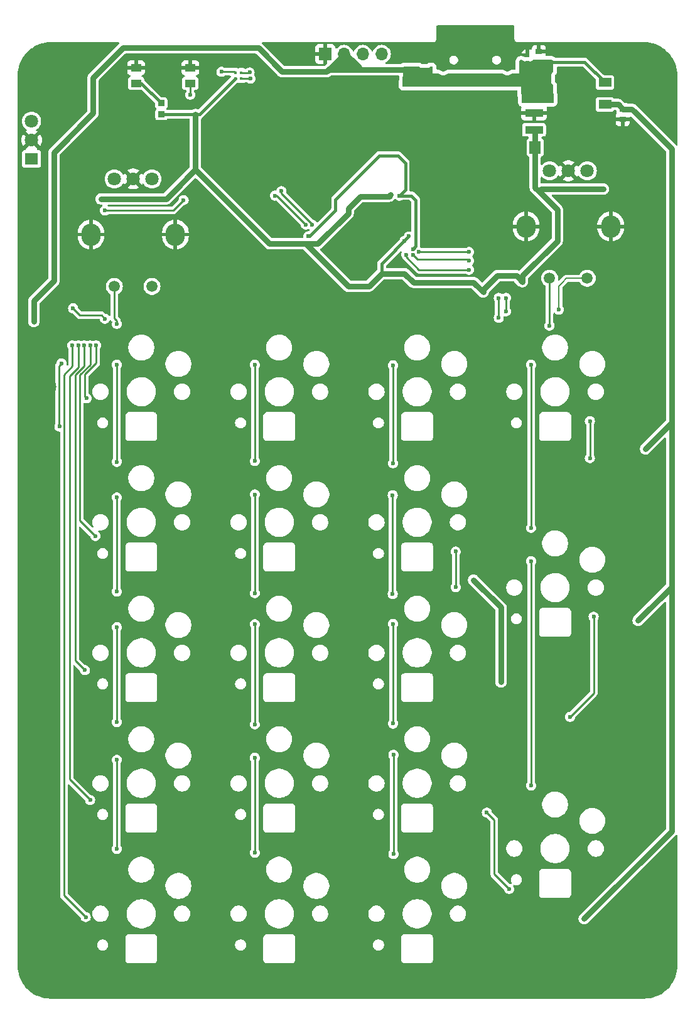
<source format=gtl>
G04 #@! TF.GenerationSoftware,KiCad,Pcbnew,8.0.7*
G04 #@! TF.CreationDate,2025-01-13T19:24:39-05:00*
G04 #@! TF.ProjectId,numpad,6e756d70-6164-42e6-9b69-6361645f7063,rev?*
G04 #@! TF.SameCoordinates,Original*
G04 #@! TF.FileFunction,Copper,L1,Top*
G04 #@! TF.FilePolarity,Positive*
%FSLAX46Y46*%
G04 Gerber Fmt 4.6, Leading zero omitted, Abs format (unit mm)*
G04 Created by KiCad (PCBNEW 8.0.7) date 2025-01-13 19:24:39*
%MOMM*%
%LPD*%
G01*
G04 APERTURE LIST*
G04 #@! TA.AperFunction,SMDPad,CuDef*
%ADD10R,1.400000X1.000000*%
G04 #@! TD*
G04 #@! TA.AperFunction,SMDPad,CuDef*
%ADD11R,0.900000X0.800000*%
G04 #@! TD*
G04 #@! TA.AperFunction,SMDPad,CuDef*
%ADD12R,0.800000X0.900000*%
G04 #@! TD*
G04 #@! TA.AperFunction,SMDPad,CuDef*
%ADD13R,0.600000X0.600000*%
G04 #@! TD*
G04 #@! TA.AperFunction,ComponentPad*
%ADD14C,4.000000*%
G04 #@! TD*
G04 #@! TA.AperFunction,ComponentPad*
%ADD15C,7.500000*%
G04 #@! TD*
G04 #@! TA.AperFunction,SMDPad,CuDef*
%ADD16R,2.460000X1.050000*%
G04 #@! TD*
G04 #@! TA.AperFunction,SMDPad,CuDef*
%ADD17R,2.460000X3.540000*%
G04 #@! TD*
G04 #@! TA.AperFunction,ComponentPad*
%ADD18R,1.700000X1.700000*%
G04 #@! TD*
G04 #@! TA.AperFunction,ComponentPad*
%ADD19O,1.700000X1.700000*%
G04 #@! TD*
G04 #@! TA.AperFunction,ComponentPad*
%ADD20R,1.800000X1.570000*%
G04 #@! TD*
G04 #@! TA.AperFunction,ComponentPad*
%ADD21C,1.800000*%
G04 #@! TD*
G04 #@! TA.AperFunction,SMDPad,CuDef*
%ADD22R,1.490000X1.730000*%
G04 #@! TD*
G04 #@! TA.AperFunction,ComponentPad*
%ADD23C,1.520000*%
G04 #@! TD*
G04 #@! TA.AperFunction,ComponentPad*
%ADD24O,2.600000X3.000000*%
G04 #@! TD*
G04 #@! TA.AperFunction,SMDPad,CuDef*
%ADD25R,0.450000X0.450000*%
G04 #@! TD*
G04 #@! TA.AperFunction,SMDPad,CuDef*
%ADD26R,1.700000X1.210000*%
G04 #@! TD*
G04 #@! TA.AperFunction,SMDPad,CuDef*
%ADD27R,0.860000X0.810000*%
G04 #@! TD*
G04 #@! TA.AperFunction,ComponentPad*
%ADD28O,1.200000X1.800000*%
G04 #@! TD*
G04 #@! TA.AperFunction,ComponentPad*
%ADD29O,1.100000X2.000000*%
G04 #@! TD*
G04 #@! TA.AperFunction,ViaPad*
%ADD30C,0.600000*%
G04 #@! TD*
G04 #@! TA.AperFunction,Conductor*
%ADD31C,0.254000*%
G04 #@! TD*
G04 #@! TA.AperFunction,Conductor*
%ADD32C,0.406400*%
G04 #@! TD*
G04 #@! TA.AperFunction,Conductor*
%ADD33C,0.762000*%
G04 #@! TD*
G04 #@! TA.AperFunction,Conductor*
%ADD34C,0.200000*%
G04 #@! TD*
G04 APERTURE END LIST*
D10*
X61500000Y-41050000D03*
X61500000Y-38950000D03*
D11*
X98900000Y-37800000D03*
X98900000Y-39200000D03*
D12*
X118395000Y-40399000D03*
X116995000Y-40399000D03*
D13*
X100400000Y-38200000D03*
X100400000Y-39200000D03*
D14*
X48725000Y-153250000D03*
D10*
X68800000Y-41050000D03*
X68800000Y-38950000D03*
D13*
X114295000Y-37299000D03*
X114295000Y-38299000D03*
D14*
X131725000Y-153250000D03*
D15*
X50000000Y-160000000D03*
D16*
X115155000Y-42728304D03*
X115155000Y-45028304D03*
X115155000Y-47328304D03*
D17*
X120875000Y-45028304D03*
D18*
X87000000Y-37100000D03*
D19*
X89540000Y-37100000D03*
X92080000Y-37100000D03*
X94620000Y-37100000D03*
D11*
X115795000Y-36799000D03*
X115795000Y-38199000D03*
D15*
X130000000Y-40000000D03*
D20*
X47395000Y-51239000D03*
D21*
X47395000Y-48699000D03*
X47395000Y-46159000D03*
D22*
X118485000Y-49679000D03*
X115305000Y-49679000D03*
D23*
X63640000Y-68450000D03*
X58560000Y-68450000D03*
D24*
X55400000Y-61450000D03*
X66800000Y-61450000D03*
D21*
X63640000Y-53950000D03*
X58560000Y-53950000D03*
X61100000Y-53950000D03*
D11*
X127125000Y-45919000D03*
X127125000Y-44519000D03*
D14*
X48725000Y-82019000D03*
X130225000Y-82019000D03*
D25*
X74910000Y-40390000D03*
X74910000Y-39610000D03*
X75690000Y-39610000D03*
X75690000Y-40390000D03*
D15*
X50000000Y-40000000D03*
D26*
X124725000Y-40939000D03*
X124725000Y-43899000D03*
D23*
X122340000Y-67350000D03*
X117260000Y-67350000D03*
D24*
X114100000Y-60350000D03*
X125500000Y-60350000D03*
D21*
X122340000Y-52850000D03*
X117260000Y-52850000D03*
X119800000Y-52850000D03*
D15*
X130000000Y-160000000D03*
D27*
X64900000Y-43750000D03*
X64900000Y-45250000D03*
D28*
X102905000Y-34239000D03*
D29*
X102905000Y-38449000D03*
D28*
X111545000Y-34239000D03*
D29*
X111545000Y-38449000D03*
D30*
X111400000Y-71800000D03*
X85900000Y-70700000D03*
X125400000Y-154000000D03*
X94100000Y-80200000D03*
X90100000Y-62200000D03*
X49100000Y-144200000D03*
X127200000Y-47900000D03*
X109500000Y-58700000D03*
X120400000Y-48200000D03*
X92100000Y-64200000D03*
X80100000Y-67600000D03*
X130500000Y-149000000D03*
X97100000Y-36200000D03*
X118300000Y-118600000D03*
X72100000Y-50000000D03*
X112100000Y-131200000D03*
X118100000Y-45200000D03*
X120195000Y-41699000D03*
X118700000Y-47600000D03*
X79100000Y-133200000D03*
X112395000Y-43200000D03*
X98200000Y-70000000D03*
X72100000Y-59200000D03*
X55195000Y-139409000D03*
X107345000Y-88774000D03*
X85100000Y-48200000D03*
X116100000Y-80200000D03*
X70195000Y-141799000D03*
X94100000Y-97200000D03*
X73100000Y-53200000D03*
X61100000Y-61200000D03*
X109120000Y-42948000D03*
X122000000Y-50500000D03*
X92400000Y-145000000D03*
X73795000Y-121809000D03*
X120995000Y-36599000D03*
X73795000Y-86609000D03*
X88670000Y-106599000D03*
X101100000Y-36200000D03*
X110100000Y-50200000D03*
X112100000Y-96200000D03*
X79100000Y-97200000D03*
X116300000Y-152500000D03*
X89020000Y-88924000D03*
X104100000Y-50200000D03*
X92395000Y-139409000D03*
X84500000Y-65200000D03*
X92100000Y-48200000D03*
X73100000Y-76200000D03*
X73795000Y-139409000D03*
X129300000Y-143300000D03*
X73600000Y-43700000D03*
X117100000Y-96200000D03*
X113100000Y-80200000D03*
X88845000Y-124249000D03*
X98100000Y-80200000D03*
X70100000Y-66200000D03*
X120000000Y-61400000D03*
X98100000Y-97200000D03*
X112700000Y-120300000D03*
X51695000Y-76999000D03*
X79100000Y-80200000D03*
X117100000Y-131200000D03*
X90100000Y-64200000D03*
X80300000Y-59300000D03*
X58395000Y-44599000D03*
X48100000Y-66200000D03*
X123700000Y-45900000D03*
X92600000Y-57900000D03*
X91100000Y-63200000D03*
X55195000Y-86609000D03*
X92100000Y-62200000D03*
X74300000Y-63000000D03*
X49100000Y-127200000D03*
X100200000Y-70000000D03*
X53100000Y-66200000D03*
X120400000Y-50500000D03*
X76100000Y-133200000D03*
X79100000Y-115200000D03*
X96800000Y-57700000D03*
X85900000Y-72000000D03*
X113195000Y-111099000D03*
X55500000Y-121504000D03*
X76100000Y-115200000D03*
X92395000Y-86609000D03*
X113095000Y-146299000D03*
X85100000Y-43200000D03*
X73795000Y-104209000D03*
X70100000Y-76200000D03*
X55595000Y-104399000D03*
X99700000Y-54900000D03*
X56100000Y-109200000D03*
X105700000Y-60900000D03*
X92395000Y-121809000D03*
X122000000Y-48200000D03*
X65045000Y-37899000D03*
X70170000Y-124199000D03*
X99500000Y-42500000D03*
X76100000Y-80200000D03*
X75100000Y-97200000D03*
X70070000Y-106524000D03*
X70295000Y-159599000D03*
X49100000Y-109200000D03*
X56100000Y-144200000D03*
X92100000Y-43200000D03*
X117400000Y-47600000D03*
X73100000Y-66200000D03*
X111295000Y-86629000D03*
X89195000Y-159799000D03*
X74600000Y-144800000D03*
X125300000Y-45900000D03*
X103400000Y-69200000D03*
X50325000Y-91019000D03*
X90595000Y-51499000D03*
X58800000Y-50000000D03*
X105410000Y-42998000D03*
X47925000Y-77369000D03*
X88795000Y-141599000D03*
X56100000Y-127200000D03*
X55725000Y-91019000D03*
X92395000Y-157009000D03*
X92290000Y-104208000D03*
X70145000Y-88824000D03*
X73795000Y-157009000D03*
X53195000Y-44599000D03*
X47695000Y-73199000D03*
X110795000Y-40599000D03*
X102300000Y-41200000D03*
X47695000Y-72200000D03*
X90100000Y-57900000D03*
X56745000Y-56649000D03*
X108300000Y-69200000D03*
X124500000Y-55300000D03*
X95800000Y-56100000D03*
X115800000Y-55600000D03*
X90125000Y-68419000D03*
X84200000Y-62700000D03*
X93200000Y-56300000D03*
X113600000Y-67800000D03*
X66250000Y-55950000D03*
X94600000Y-66700000D03*
X97000000Y-56200000D03*
X84700000Y-61700000D03*
X98835000Y-63409000D03*
X111400000Y-70000000D03*
X110400000Y-70000000D03*
X110400000Y-72700000D03*
X57300000Y-58200000D03*
X67900000Y-56800000D03*
X54837000Y-83537000D03*
X56100000Y-76400000D03*
X55300000Y-76400000D03*
X55995000Y-102099000D03*
X54600000Y-120199000D03*
X54500000Y-76400000D03*
X55295000Y-137699000D03*
X53700000Y-76400000D03*
X54700000Y-153500000D03*
X52900000Y-76400000D03*
X118500000Y-71600000D03*
X58900000Y-109600000D03*
X58900000Y-73500000D03*
X58900000Y-127200000D03*
X58900000Y-96900000D03*
X58900000Y-144300000D03*
X58900000Y-132300000D03*
X58900000Y-114400000D03*
X58900000Y-79000000D03*
X58900000Y-92100000D03*
X96200000Y-145000000D03*
X96200000Y-131600000D03*
X96150000Y-113950000D03*
X96100000Y-96600000D03*
X96150000Y-92300000D03*
X96150000Y-127400000D03*
X96100000Y-109950000D03*
X96150000Y-79100000D03*
X77500000Y-109799000D03*
X77500000Y-92000000D03*
X77500000Y-144799000D03*
X77500000Y-79000000D03*
X77500000Y-127500000D03*
X77500000Y-114000000D03*
X77500000Y-132000000D03*
X77500000Y-96500000D03*
X114750000Y-105500000D03*
X114750000Y-79000000D03*
X114750000Y-101000000D03*
X114750000Y-135750000D03*
X117250000Y-73750000D03*
X84400000Y-60100000D03*
X80200000Y-56200000D03*
X85200000Y-60100000D03*
X81100000Y-55600000D03*
X76800000Y-39600000D03*
X73000000Y-39500000D03*
X76900000Y-40400000D03*
X68800000Y-42600000D03*
X106400000Y-65000000D03*
X98875000Y-64239000D03*
X97915000Y-64159000D03*
X106400000Y-66200000D03*
X106400000Y-63800000D03*
X99585000Y-63800000D03*
X51425000Y-78819000D03*
X51153000Y-87347000D03*
X130195000Y-90349000D03*
X129195000Y-113499000D03*
X110695000Y-121799000D03*
X106995000Y-108024000D03*
X121920000Y-153724000D03*
X122695000Y-91599000D03*
X122695000Y-86599000D03*
X104595000Y-104200000D03*
X104595000Y-108999000D03*
X119995000Y-126499000D03*
X123195000Y-112999000D03*
X111795000Y-149699000D03*
X108795000Y-139399000D03*
X57300000Y-72800000D03*
X53000000Y-71400000D03*
X98300000Y-61700000D03*
X97700000Y-62300000D03*
D31*
X110400000Y-72700000D02*
X110400000Y-70000000D01*
X111400000Y-70000000D02*
X111400000Y-71800000D01*
D32*
X94600000Y-65400000D02*
X98300000Y-61700000D01*
X94600000Y-66700000D02*
X94600000Y-65400000D01*
X120195000Y-41699000D02*
X118895000Y-40399000D01*
X118895000Y-40399000D02*
X118395000Y-40399000D01*
X113191000Y-40599000D02*
X114295000Y-39495000D01*
D33*
X90970000Y-38330000D02*
X89540000Y-36900000D01*
D32*
X102901000Y-40599000D02*
X110795000Y-40599000D01*
X121985000Y-38199000D02*
X124725000Y-40939000D01*
X115155000Y-42239000D02*
X116995000Y-40399000D01*
D33*
X88446000Y-38254000D02*
X88892000Y-38700000D01*
D32*
X116795000Y-40599000D02*
X116995000Y-40399000D01*
D33*
X47695000Y-70399000D02*
X50395000Y-67699000D01*
X50395000Y-67699000D02*
X50395000Y-50399000D01*
X90600000Y-38700000D02*
X90000000Y-38100000D01*
D32*
X115795000Y-38199000D02*
X121985000Y-38199000D01*
X102300000Y-41200000D02*
X102901000Y-40599000D01*
D33*
X91840000Y-39200000D02*
X87500000Y-39200000D01*
X89900000Y-38100000D02*
X89300000Y-38100000D01*
X59695000Y-36299000D02*
X77995000Y-36299000D01*
D32*
X102300000Y-41200000D02*
X100400000Y-39300000D01*
D33*
X81195000Y-39499000D02*
X87201000Y-39499000D01*
X89540000Y-37160000D02*
X89540000Y-37100000D01*
D32*
X110795000Y-40599000D02*
X113191000Y-40599000D01*
D33*
X87300000Y-39400000D02*
X89540000Y-37160000D01*
X91470000Y-38830000D02*
X90970000Y-38330000D01*
X87500000Y-39200000D02*
X87201000Y-39499000D01*
X87201000Y-39499000D02*
X88446000Y-38254000D01*
D32*
X115695000Y-38299000D02*
X115795000Y-38199000D01*
X114295000Y-38299000D02*
X115695000Y-38299000D01*
X98900000Y-39200000D02*
X100400000Y-39200000D01*
X114295000Y-39495000D02*
X114295000Y-38299000D01*
D33*
X88892000Y-38700000D02*
X90600000Y-38700000D01*
D32*
X115155000Y-42728304D02*
X115155000Y-42239000D01*
X100400000Y-39300000D02*
X100400000Y-39200000D01*
D33*
X47695000Y-72200000D02*
X47695000Y-70399000D01*
X50395000Y-50399000D02*
X55695000Y-45099000D01*
X55695000Y-40299000D02*
X59695000Y-36299000D01*
X91840000Y-39200000D02*
X91470000Y-38830000D01*
X55695000Y-45099000D02*
X55695000Y-40299000D01*
X90000000Y-38100000D02*
X89900000Y-38100000D01*
X47695000Y-72200000D02*
X47695000Y-73199000D01*
D32*
X110795000Y-40599000D02*
X116795000Y-40599000D01*
D33*
X98900000Y-39200000D02*
X91840000Y-39200000D01*
X77995000Y-36299000D02*
X81195000Y-39499000D01*
X65551000Y-56649000D02*
X66250000Y-55950000D01*
X113600000Y-67800000D02*
X113600000Y-66994000D01*
X56745000Y-56649000D02*
X65551000Y-56649000D01*
D32*
X69500000Y-45250000D02*
X70050000Y-45250000D01*
D33*
X115305000Y-49679000D02*
X115305000Y-55105000D01*
X118295000Y-58095000D02*
X115800000Y-55600000D01*
X93200000Y-56300000D02*
X95600000Y-56300000D01*
X79500000Y-62700000D02*
X69500000Y-52700000D01*
X93200000Y-56300000D02*
X91700000Y-56300000D01*
X106999000Y-67899000D02*
X98895000Y-67899000D01*
X113600000Y-66994000D02*
X118295000Y-62299000D01*
X90100000Y-58594000D02*
X85994000Y-62700000D01*
X97696000Y-66700000D02*
X94600000Y-66700000D01*
X84200000Y-62700000D02*
X84406000Y-62700000D01*
X112799000Y-66999000D02*
X113600000Y-67800000D01*
X69500000Y-52700000D02*
X66250000Y-55950000D01*
X108300000Y-69200000D02*
X106999000Y-67899000D01*
X118295000Y-62299000D02*
X118295000Y-58095000D01*
X91700000Y-56300000D02*
X90100000Y-57900000D01*
X115305000Y-49679000D02*
X115305000Y-47478304D01*
X124500000Y-55300000D02*
X116100000Y-55300000D01*
X69500000Y-45250000D02*
X69500000Y-52700000D01*
X116100000Y-55300000D02*
X115800000Y-55600000D01*
X84406000Y-62700000D02*
X90125000Y-68419000D01*
X94600000Y-66700000D02*
X92901000Y-68399000D01*
X92901000Y-68399000D02*
X90145000Y-68399000D01*
X110195000Y-66999000D02*
X112799000Y-66999000D01*
X108300000Y-68894000D02*
X110195000Y-66999000D01*
X115305000Y-55105000D02*
X115800000Y-55600000D01*
D32*
X70050000Y-45250000D02*
X74910000Y-40390000D01*
X69500000Y-45250000D02*
X64900000Y-45250000D01*
D33*
X98895000Y-67899000D02*
X97696000Y-66700000D01*
X90145000Y-68399000D02*
X90125000Y-68419000D01*
X108300000Y-69200000D02*
X108300000Y-68894000D01*
X85994000Y-62700000D02*
X84200000Y-62700000D01*
X84200000Y-62700000D02*
X79500000Y-62700000D01*
X115305000Y-47478304D02*
X115155000Y-47328304D01*
X90100000Y-57900000D02*
X90100000Y-58594000D01*
X95600000Y-56300000D02*
X95800000Y-56100000D01*
D32*
X97795000Y-51799000D02*
X97795000Y-55405000D01*
X97795000Y-55405000D02*
X97000000Y-56200000D01*
X96795000Y-50799000D02*
X97795000Y-51799000D01*
X99208200Y-63035800D02*
X99208200Y-56808200D01*
X88395000Y-58199000D02*
X88395000Y-56713185D01*
X98835000Y-63409000D02*
X99208200Y-63035800D01*
X88395000Y-56713185D02*
X94309185Y-50799000D01*
X94309185Y-50799000D02*
X96795000Y-50799000D01*
X99208200Y-56808200D02*
X98600000Y-56200000D01*
X98600000Y-56200000D02*
X97000000Y-56200000D01*
X84894000Y-61700000D02*
X88395000Y-58199000D01*
X84700000Y-61700000D02*
X84894000Y-61700000D01*
D31*
X57300000Y-58200000D02*
X66500000Y-58200000D01*
X66500000Y-58200000D02*
X67900000Y-56800000D01*
X54600000Y-80300000D02*
X56100000Y-78800000D01*
X54837000Y-83537000D02*
X54600000Y-83300000D01*
X56100000Y-78800000D02*
X56100000Y-76400000D01*
X54600000Y-83300000D02*
X54600000Y-80300000D01*
X55300000Y-78989342D02*
X55300000Y-76400000D01*
X53900000Y-80389342D02*
X55300000Y-78989342D01*
X53900000Y-100004000D02*
X53900000Y-80389342D01*
X55995000Y-102099000D02*
X53900000Y-100004000D01*
X54500000Y-79178684D02*
X54500000Y-76400000D01*
X53300000Y-118899000D02*
X53300000Y-80378684D01*
X54600000Y-120199000D02*
X53300000Y-118899000D01*
X53300000Y-80378684D02*
X54500000Y-79178684D01*
X52500000Y-80568026D02*
X53700000Y-79368026D01*
X52500000Y-134904000D02*
X52500000Y-80568026D01*
X55295000Y-137699000D02*
X52500000Y-134904000D01*
X53700000Y-79368026D02*
X53700000Y-76400000D01*
X51760000Y-150560000D02*
X54700000Y-153500000D01*
X52900000Y-76400000D02*
X52900000Y-79200000D01*
X52900000Y-79200000D02*
X51760000Y-80340000D01*
X51760000Y-80340000D02*
X51760000Y-150560000D01*
D34*
X119550000Y-67350000D02*
X119000000Y-67900000D01*
X122340000Y-67350000D02*
X119550000Y-67350000D01*
X119000000Y-67900000D02*
X118500000Y-68400000D01*
X118500000Y-68400000D02*
X118500000Y-71600000D01*
D31*
X58900000Y-144300000D02*
X58900000Y-132300000D01*
X58900000Y-114400000D02*
X58900000Y-127200000D01*
X58900000Y-73500000D02*
X58900000Y-73100000D01*
X58900000Y-96900000D02*
X58900000Y-109600000D01*
X58900000Y-79000000D02*
X58900000Y-92100000D01*
X58560000Y-72760000D02*
X58560000Y-68450000D01*
X58900000Y-73100000D02*
X58560000Y-72760000D01*
X96200000Y-131600000D02*
X96200000Y-145000000D01*
X96100000Y-96600000D02*
X96100000Y-109950000D01*
X96150000Y-79100000D02*
X96150000Y-92300000D01*
X96150000Y-113950000D02*
X96150000Y-127400000D01*
X77500000Y-79000000D02*
X77500000Y-92000000D01*
X77500000Y-132000000D02*
X77500000Y-144799000D01*
X77500000Y-114000000D02*
X77500000Y-127500000D01*
X77500000Y-96500000D02*
X77500000Y-109799000D01*
X117250000Y-67360000D02*
X117250000Y-73750000D01*
X114750000Y-101000000D02*
X114750000Y-79000000D01*
X114750000Y-135750000D02*
X114750000Y-105500000D01*
X117260000Y-67350000D02*
X117250000Y-67360000D01*
X80500000Y-56200000D02*
X84400000Y-60100000D01*
X80200000Y-56200000D02*
X80500000Y-56200000D01*
X85200000Y-60041572D02*
X85200000Y-60100000D01*
X81100000Y-55941572D02*
X85200000Y-60041572D01*
X81100000Y-55600000D02*
X81100000Y-55941572D01*
X76800000Y-39600000D02*
X76790000Y-39610000D01*
X76790000Y-39610000D02*
X75690000Y-39610000D01*
X73000000Y-39500000D02*
X74800000Y-39500000D01*
X74800000Y-39500000D02*
X74910000Y-39610000D01*
X76890000Y-40390000D02*
X75690000Y-40390000D01*
X76900000Y-40400000D02*
X76890000Y-40390000D01*
D32*
X61500000Y-41050000D02*
X62200000Y-41050000D01*
X62200000Y-41050000D02*
X64900000Y-43750000D01*
D31*
X68800000Y-42600000D02*
X68800000Y-41050000D01*
X98875000Y-64239000D02*
X99436000Y-64800000D01*
X99436000Y-64800000D02*
X106200000Y-64800000D01*
X106200000Y-64800000D02*
X106400000Y-65000000D01*
X97915000Y-64473428D02*
X99641572Y-66200000D01*
X97915000Y-64159000D02*
X97915000Y-64473428D01*
X99641572Y-66200000D02*
X106400000Y-66200000D01*
X99585000Y-63800000D02*
X106400000Y-63800000D01*
X51153000Y-87347000D02*
X51100000Y-87294000D01*
X51100000Y-79144000D02*
X51425000Y-78819000D01*
X51100000Y-87294000D02*
X51100000Y-79144000D01*
D33*
X110695000Y-121799000D02*
X110695000Y-111724000D01*
X127125000Y-44519000D02*
X128325000Y-44519000D01*
X133725000Y-86819000D02*
X130195000Y-90349000D01*
X133725000Y-79419000D02*
X133725000Y-86649000D01*
X129195000Y-113499000D02*
X133725000Y-108969000D01*
X124725000Y-43899000D02*
X126505000Y-43899000D01*
X133725000Y-49919000D02*
X133725000Y-66419000D01*
X128325000Y-44519000D02*
X128725000Y-44919000D01*
X133725000Y-141919000D02*
X133725000Y-118499000D01*
X133725000Y-86649000D02*
X133725000Y-86819000D01*
X126505000Y-43899000D02*
X127125000Y-44519000D01*
X110695000Y-111724000D02*
X106995000Y-108024000D01*
X121920000Y-153724000D02*
X133725000Y-141919000D01*
X133725000Y-66419000D02*
X133725000Y-79419000D01*
X133725000Y-118499000D02*
X133725000Y-86649000D01*
X128725000Y-44919000D02*
X133725000Y-49919000D01*
D31*
X122695000Y-86599000D02*
X122695000Y-91599000D01*
X104595000Y-104200000D02*
X104595000Y-108999000D01*
X123195000Y-112999000D02*
X123195000Y-123299000D01*
X123195000Y-123299000D02*
X119995000Y-126499000D01*
X109795000Y-140399000D02*
X108795000Y-139399000D01*
X109795000Y-147699000D02*
X109795000Y-140399000D01*
X111795000Y-149699000D02*
X109795000Y-147699000D01*
X56819000Y-72319000D02*
X53919000Y-72319000D01*
X53919000Y-72319000D02*
X53000000Y-71400000D01*
X57300000Y-72800000D02*
X56819000Y-72319000D01*
G04 #@! TA.AperFunction,Conductor*
G36*
X113590100Y-37919685D02*
G01*
X113622326Y-37949687D01*
X113631739Y-37962261D01*
X113748796Y-38049889D01*
X113885799Y-38100989D01*
X113913050Y-38103918D01*
X113946345Y-38107499D01*
X113946362Y-38107500D01*
X114643638Y-38107500D01*
X114643654Y-38107499D01*
X114670692Y-38104591D01*
X114704201Y-38100989D01*
X114841204Y-38049889D01*
X114958261Y-37962261D01*
X114967673Y-37949687D01*
X115023607Y-37907818D01*
X115066939Y-37900000D01*
X117578119Y-37900000D01*
X117645158Y-37919685D01*
X117690913Y-37972489D01*
X117702101Y-38021862D01*
X117726730Y-39450407D01*
X117708204Y-39517776D01*
X117677060Y-39551811D01*
X117631740Y-39585738D01*
X117544111Y-39702795D01*
X117493011Y-39839795D01*
X117493011Y-39839797D01*
X117486500Y-39900345D01*
X117486500Y-40897654D01*
X117493011Y-40958202D01*
X117493011Y-40958204D01*
X117544111Y-41095204D01*
X117631740Y-41212262D01*
X117710121Y-41270937D01*
X117751993Y-41326870D01*
X117759793Y-41368066D01*
X117797825Y-43573862D01*
X117779299Y-43641231D01*
X117727291Y-43687890D01*
X117673843Y-43700000D01*
X113620358Y-43700000D01*
X113553319Y-43680315D01*
X113507564Y-43627511D01*
X113496413Y-43579696D01*
X113493719Y-43489358D01*
X113435000Y-41520000D01*
X113434999Y-41520000D01*
X97561999Y-41520000D01*
X97494960Y-41500315D01*
X97449205Y-41447511D01*
X97438034Y-41393038D01*
X97497108Y-38921038D01*
X97518389Y-38854488D01*
X97572271Y-38810007D01*
X97621073Y-38800000D01*
X99627313Y-38800000D01*
X99694352Y-38819685D01*
X99726580Y-38849690D01*
X99736737Y-38863259D01*
X99736738Y-38863259D01*
X99736739Y-38863261D01*
X99853796Y-38950889D01*
X99990799Y-39001989D01*
X100018050Y-39004918D01*
X100051345Y-39008499D01*
X100051362Y-39008500D01*
X100748638Y-39008500D01*
X100748654Y-39008499D01*
X100775692Y-39005591D01*
X100809201Y-39001989D01*
X100946204Y-38950889D01*
X101063261Y-38863261D01*
X101073420Y-38849689D01*
X101129353Y-38807818D01*
X101172687Y-38800000D01*
X101376000Y-38800000D01*
X101443039Y-38819685D01*
X101488794Y-38872489D01*
X101500000Y-38924000D01*
X101500000Y-39700000D01*
X102160915Y-39700000D01*
X102227954Y-39719685D01*
X102229806Y-39720898D01*
X102403605Y-39837027D01*
X102403614Y-39837032D01*
X102425714Y-39846186D01*
X102596247Y-39916823D01*
X102800742Y-39957499D01*
X102800746Y-39957500D01*
X102800747Y-39957500D01*
X103009254Y-39957500D01*
X103009255Y-39957499D01*
X103213753Y-39916823D01*
X103406388Y-39837031D01*
X103579755Y-39721191D01*
X103579754Y-39721191D01*
X103580194Y-39720898D01*
X103646872Y-39700020D01*
X103649085Y-39700000D01*
X110800915Y-39700000D01*
X110867954Y-39719685D01*
X110869806Y-39720898D01*
X111043605Y-39837027D01*
X111043614Y-39837032D01*
X111065714Y-39846186D01*
X111236247Y-39916823D01*
X111440742Y-39957499D01*
X111440746Y-39957500D01*
X111440747Y-39957500D01*
X111649254Y-39957500D01*
X111649255Y-39957499D01*
X111853753Y-39916823D01*
X112046388Y-39837031D01*
X112219755Y-39721191D01*
X112219754Y-39721191D01*
X112220194Y-39720898D01*
X112286872Y-39700020D01*
X112289085Y-39700000D01*
X113200000Y-39700000D01*
X113200000Y-38024000D01*
X113219685Y-37956961D01*
X113272489Y-37911206D01*
X113324000Y-37900000D01*
X113523061Y-37900000D01*
X113590100Y-37919685D01*
G37*
G04 #@! TD.AperFunction*
G04 #@! TA.AperFunction,Conductor*
G36*
X96448167Y-56632683D02*
G01*
X96487061Y-56656050D01*
X96610019Y-56764982D01*
X96610021Y-56764983D01*
X96756562Y-56841893D01*
X96917251Y-56881500D01*
X96917252Y-56881500D01*
X97082748Y-56881500D01*
X97082749Y-56881500D01*
X97243438Y-56841893D01*
X97325349Y-56798902D01*
X97382974Y-56784700D01*
X98306448Y-56784700D01*
X98373487Y-56804385D01*
X98394129Y-56821019D01*
X98587181Y-57014071D01*
X98620666Y-57075394D01*
X98623500Y-57101752D01*
X98623500Y-60919565D01*
X98603815Y-60986604D01*
X98551011Y-61032359D01*
X98481853Y-61042303D01*
X98469825Y-61039962D01*
X98382750Y-61018500D01*
X98382749Y-61018500D01*
X98217251Y-61018500D01*
X98177645Y-61028262D01*
X98056563Y-61058106D01*
X97910019Y-61135017D01*
X97786148Y-61244758D01*
X97786142Y-61244765D01*
X97692130Y-61380963D01*
X97692130Y-61380964D01*
X97640466Y-61517192D01*
X97612205Y-61560902D01*
X97558560Y-61614547D01*
X97500558Y-61647262D01*
X97456562Y-61658107D01*
X97310019Y-61735017D01*
X97186148Y-61844758D01*
X97186142Y-61844765D01*
X97092130Y-61980963D01*
X97092130Y-61980964D01*
X97040466Y-62117193D01*
X97012205Y-62160903D01*
X94240986Y-64932124D01*
X94132126Y-65040983D01*
X94132122Y-65040989D01*
X94055148Y-65174310D01*
X94055147Y-65174314D01*
X94015300Y-65323023D01*
X94015300Y-65323025D01*
X94015300Y-66155000D01*
X93995615Y-66222039D01*
X93978981Y-66242681D01*
X92621481Y-67600181D01*
X92560158Y-67633666D01*
X92533800Y-67636500D01*
X90472199Y-67636500D01*
X90405160Y-67616815D01*
X90384518Y-67600181D01*
X86345051Y-63560713D01*
X86311566Y-63499390D01*
X86316550Y-63429698D01*
X86358422Y-63373765D01*
X86363840Y-63369931D01*
X86366195Y-63368357D01*
X86405802Y-63341893D01*
X86405802Y-63341892D01*
X86405804Y-63341892D01*
X86442933Y-63317083D01*
X86480065Y-63292273D01*
X90692273Y-59080065D01*
X90775718Y-58955179D01*
X90833197Y-58816413D01*
X90849175Y-58736086D01*
X90862500Y-58669100D01*
X90862500Y-58267200D01*
X90882185Y-58200161D01*
X90898819Y-58179519D01*
X91979519Y-57098819D01*
X92040842Y-57065334D01*
X92067200Y-57062500D01*
X95675102Y-57062500D01*
X95774204Y-57042786D01*
X95822413Y-57033197D01*
X95961179Y-56975718D01*
X96086065Y-56892273D01*
X96317156Y-56661181D01*
X96378475Y-56627699D01*
X96448167Y-56632683D01*
G37*
G04 #@! TD.AperFunction*
G04 #@! TA.AperFunction,Conductor*
G36*
X112442539Y-33270185D02*
G01*
X112488294Y-33322989D01*
X112499500Y-33374500D01*
X112499500Y-35065891D01*
X112533608Y-35193187D01*
X112566554Y-35250250D01*
X112599500Y-35307314D01*
X112692686Y-35400500D01*
X112806814Y-35466392D01*
X112934108Y-35500500D01*
X113065892Y-35500500D01*
X129934108Y-35500500D01*
X129997294Y-35500500D01*
X130002702Y-35500617D01*
X130386771Y-35517386D01*
X130397506Y-35518326D01*
X130775971Y-35568152D01*
X130786597Y-35570025D01*
X131159284Y-35652648D01*
X131169710Y-35655442D01*
X131533765Y-35770227D01*
X131543911Y-35773920D01*
X131896578Y-35920000D01*
X131906369Y-35924566D01*
X132244942Y-36100816D01*
X132254310Y-36106224D01*
X132576244Y-36311318D01*
X132585105Y-36317523D01*
X132887930Y-36549889D01*
X132896217Y-36556843D01*
X133177635Y-36814715D01*
X133185284Y-36822364D01*
X133443156Y-37103782D01*
X133450110Y-37112069D01*
X133682476Y-37414894D01*
X133688681Y-37423755D01*
X133893775Y-37745689D01*
X133899183Y-37755057D01*
X134075430Y-38093623D01*
X134080002Y-38103427D01*
X134226075Y-38456078D01*
X134229775Y-38466244D01*
X134344554Y-38830278D01*
X134347354Y-38840727D01*
X134429971Y-39213389D01*
X134431849Y-39224042D01*
X134481671Y-39602473D01*
X134482614Y-39613249D01*
X134499382Y-39997297D01*
X134499500Y-40002706D01*
X134499500Y-49315799D01*
X134479815Y-49382838D01*
X134427011Y-49428593D01*
X134357853Y-49438537D01*
X134294297Y-49409512D01*
X134287819Y-49403480D01*
X129211065Y-44326727D01*
X128811070Y-43926731D01*
X128811069Y-43926730D01*
X128788063Y-43911358D01*
X128686179Y-43843282D01*
X128680259Y-43840830D01*
X128547413Y-43785803D01*
X128547407Y-43785801D01*
X128400102Y-43756500D01*
X128400100Y-43756500D01*
X127730607Y-43756500D01*
X127694000Y-43750973D01*
X127685366Y-43748305D01*
X127685361Y-43748304D01*
X127611206Y-43737500D01*
X127611200Y-43737500D01*
X127473199Y-43737500D01*
X127406160Y-43717815D01*
X127385518Y-43701181D01*
X126991070Y-43306731D01*
X126991069Y-43306730D01*
X126991065Y-43306727D01*
X126866179Y-43223282D01*
X126727413Y-43165803D01*
X126727412Y-43165802D01*
X126723286Y-43164982D01*
X126723286Y-43164981D01*
X126580102Y-43136500D01*
X126580100Y-43136500D01*
X126000056Y-43136500D01*
X125933017Y-43116815D01*
X125897209Y-43076573D01*
X125895748Y-43077617D01*
X125889776Y-43069253D01*
X125799746Y-42979223D01*
X125799743Y-42979221D01*
X125685364Y-42923305D01*
X125685362Y-42923304D01*
X125685361Y-42923304D01*
X125611206Y-42912500D01*
X123838794Y-42912500D01*
X123764639Y-42923304D01*
X123764637Y-42923304D01*
X123764635Y-42923305D01*
X123650256Y-42979221D01*
X123650253Y-42979223D01*
X123560223Y-43069253D01*
X123560221Y-43069256D01*
X123504305Y-43183635D01*
X123504304Y-43183637D01*
X123504304Y-43183639D01*
X123493500Y-43257794D01*
X123493500Y-44540206D01*
X123504304Y-44614361D01*
X123504304Y-44614362D01*
X123504305Y-44614364D01*
X123560221Y-44728743D01*
X123560223Y-44728746D01*
X123650253Y-44818776D01*
X123650256Y-44818778D01*
X123759863Y-44872361D01*
X123764639Y-44874696D01*
X123838794Y-44885500D01*
X123838800Y-44885500D01*
X125611200Y-44885500D01*
X125611206Y-44885500D01*
X125685361Y-44874696D01*
X125742553Y-44846736D01*
X125799743Y-44818778D01*
X125799746Y-44818776D01*
X125889776Y-44728746D01*
X125895748Y-44720383D01*
X125897347Y-44721525D01*
X125935786Y-44679456D01*
X126000056Y-44661500D01*
X126137799Y-44661500D01*
X126204838Y-44681185D01*
X126225479Y-44697817D01*
X126257180Y-44729517D01*
X126290666Y-44790840D01*
X126293500Y-44817200D01*
X126293500Y-44955206D01*
X126301603Y-45010822D01*
X126304304Y-45029363D01*
X126315521Y-45052306D01*
X126327281Y-45121179D01*
X126303388Y-45181078D01*
X126231646Y-45276911D01*
X126231645Y-45276913D01*
X126181403Y-45411620D01*
X126181401Y-45411627D01*
X126175000Y-45471155D01*
X126175000Y-45669000D01*
X128075000Y-45669000D01*
X128075000Y-45646700D01*
X128094685Y-45579661D01*
X128147489Y-45533906D01*
X128216647Y-45523962D01*
X128280203Y-45552987D01*
X128286681Y-45559019D01*
X132926181Y-50198519D01*
X132959666Y-50259842D01*
X132962500Y-50286200D01*
X132962500Y-86451799D01*
X132942815Y-86518838D01*
X132926181Y-86539480D01*
X129602731Y-89862929D01*
X129602730Y-89862930D01*
X129519281Y-89987822D01*
X129461803Y-90126586D01*
X129461801Y-90126594D01*
X129432501Y-90273895D01*
X129432501Y-90424104D01*
X129461801Y-90571405D01*
X129461803Y-90571413D01*
X129519281Y-90710177D01*
X129602730Y-90835069D01*
X129708930Y-90941269D01*
X129708933Y-90941271D01*
X129708935Y-90941273D01*
X129833821Y-91024718D01*
X129972587Y-91082197D01*
X130069375Y-91101449D01*
X130119895Y-91111498D01*
X130119899Y-91111499D01*
X130119900Y-91111499D01*
X130270101Y-91111499D01*
X130270102Y-91111498D01*
X130417413Y-91082197D01*
X130556179Y-91024718D01*
X130681065Y-90941273D01*
X132750819Y-88871519D01*
X132812142Y-88838034D01*
X132881834Y-88843018D01*
X132937767Y-88884890D01*
X132962184Y-88950354D01*
X132962500Y-88959200D01*
X132962500Y-108601799D01*
X132942815Y-108668838D01*
X132926181Y-108689480D01*
X128602731Y-113012929D01*
X128602730Y-113012930D01*
X128519281Y-113137822D01*
X128461803Y-113276586D01*
X128461801Y-113276594D01*
X128432501Y-113423895D01*
X128432501Y-113574104D01*
X128461801Y-113721405D01*
X128461803Y-113721413D01*
X128509146Y-113835710D01*
X128519282Y-113860179D01*
X128575800Y-113944765D01*
X128602730Y-113985069D01*
X128708930Y-114091269D01*
X128708933Y-114091271D01*
X128708935Y-114091273D01*
X128833821Y-114174718D01*
X128972587Y-114232197D01*
X129119895Y-114261498D01*
X129119899Y-114261499D01*
X129119900Y-114261499D01*
X129270101Y-114261499D01*
X129270102Y-114261498D01*
X129417413Y-114232197D01*
X129556179Y-114174718D01*
X129681065Y-114091273D01*
X132750819Y-111021519D01*
X132812142Y-110988034D01*
X132881834Y-110993018D01*
X132937767Y-111034890D01*
X132962184Y-111100354D01*
X132962500Y-111109200D01*
X132962500Y-141551799D01*
X132942815Y-141618838D01*
X132926181Y-141639480D01*
X121327731Y-153237929D01*
X121327730Y-153237930D01*
X121244281Y-153362822D01*
X121186803Y-153501586D01*
X121186801Y-153501594D01*
X121157501Y-153648895D01*
X121157501Y-153799104D01*
X121186801Y-153946405D01*
X121186803Y-153946413D01*
X121235916Y-154064983D01*
X121244282Y-154085179D01*
X121283610Y-154144038D01*
X121327730Y-154210069D01*
X121433930Y-154316269D01*
X121433933Y-154316271D01*
X121433935Y-154316273D01*
X121558821Y-154399718D01*
X121697587Y-154457197D01*
X121844895Y-154486498D01*
X121844899Y-154486499D01*
X121844900Y-154486499D01*
X121995101Y-154486499D01*
X121995102Y-154486498D01*
X122142413Y-154457197D01*
X122281179Y-154399718D01*
X122406065Y-154316273D01*
X128345798Y-148376540D01*
X134287819Y-142434520D01*
X134349142Y-142401035D01*
X134418834Y-142406019D01*
X134474767Y-142447891D01*
X134499184Y-142513355D01*
X134499500Y-142522201D01*
X134499500Y-159997293D01*
X134499382Y-160002702D01*
X134482614Y-160386750D01*
X134481671Y-160397526D01*
X134431849Y-160775957D01*
X134429971Y-160786610D01*
X134347354Y-161159272D01*
X134344554Y-161169721D01*
X134229775Y-161533755D01*
X134226075Y-161543921D01*
X134080002Y-161896572D01*
X134075430Y-161906376D01*
X133899183Y-162244942D01*
X133893775Y-162254310D01*
X133688681Y-162576244D01*
X133682476Y-162585105D01*
X133450110Y-162887930D01*
X133443156Y-162896217D01*
X133185284Y-163177635D01*
X133177635Y-163185284D01*
X132896217Y-163443156D01*
X132887930Y-163450110D01*
X132585105Y-163682476D01*
X132576244Y-163688681D01*
X132254310Y-163893775D01*
X132244942Y-163899183D01*
X131906376Y-164075430D01*
X131896572Y-164080002D01*
X131543921Y-164226075D01*
X131533755Y-164229775D01*
X131169721Y-164344554D01*
X131159272Y-164347354D01*
X130786610Y-164429971D01*
X130775957Y-164431849D01*
X130397526Y-164481671D01*
X130386750Y-164482614D01*
X130002703Y-164499382D01*
X129997294Y-164499500D01*
X50002706Y-164499500D01*
X49997297Y-164499382D01*
X49613249Y-164482614D01*
X49602473Y-164481671D01*
X49224042Y-164431849D01*
X49213389Y-164429971D01*
X48840727Y-164347354D01*
X48830278Y-164344554D01*
X48466244Y-164229775D01*
X48456078Y-164226075D01*
X48103427Y-164080002D01*
X48093623Y-164075430D01*
X47755057Y-163899183D01*
X47745689Y-163893775D01*
X47423755Y-163688681D01*
X47414894Y-163682476D01*
X47112069Y-163450110D01*
X47103782Y-163443156D01*
X46822364Y-163185284D01*
X46814715Y-163177635D01*
X46556843Y-162896217D01*
X46549889Y-162887930D01*
X46317523Y-162585105D01*
X46311318Y-162576244D01*
X46106224Y-162254310D01*
X46100816Y-162244942D01*
X45924569Y-161906376D01*
X45919997Y-161896572D01*
X45773924Y-161543921D01*
X45770224Y-161533755D01*
X45655442Y-161169710D01*
X45652648Y-161159284D01*
X45570025Y-160786597D01*
X45568152Y-160775971D01*
X45518326Y-160397506D01*
X45517386Y-160386771D01*
X45500618Y-160002702D01*
X45500500Y-159997293D01*
X45500500Y-157176540D01*
X56234200Y-157176540D01*
X56234200Y-157323459D01*
X56262858Y-157467534D01*
X56262861Y-157467544D01*
X56319078Y-157603266D01*
X56319083Y-157603275D01*
X56400698Y-157725419D01*
X56400701Y-157725423D01*
X56504576Y-157829298D01*
X56504580Y-157829301D01*
X56626724Y-157910916D01*
X56626730Y-157910919D01*
X56626731Y-157910920D01*
X56762458Y-157967140D01*
X56906540Y-157995799D01*
X56906544Y-157995800D01*
X56906545Y-157995800D01*
X57053456Y-157995800D01*
X57053457Y-157995799D01*
X57197542Y-157967140D01*
X57333269Y-157910920D01*
X57455420Y-157829301D01*
X57559301Y-157725420D01*
X57640920Y-157603269D01*
X57697140Y-157467542D01*
X57725800Y-157323455D01*
X57725800Y-157176545D01*
X57697140Y-157032458D01*
X57640920Y-156896731D01*
X57640919Y-156896730D01*
X57640916Y-156896724D01*
X57559301Y-156774580D01*
X57559298Y-156774576D01*
X57455423Y-156670701D01*
X57455419Y-156670698D01*
X57333275Y-156589083D01*
X57333266Y-156589078D01*
X57197544Y-156532861D01*
X57197545Y-156532861D01*
X57197542Y-156532860D01*
X57197538Y-156532859D01*
X57197534Y-156532858D01*
X57053459Y-156504200D01*
X57053455Y-156504200D01*
X56906545Y-156504200D01*
X56906540Y-156504200D01*
X56762465Y-156532858D01*
X56762455Y-156532861D01*
X56626733Y-156589078D01*
X56626724Y-156589083D01*
X56504580Y-156670698D01*
X56504576Y-156670701D01*
X56400701Y-156774576D01*
X56400698Y-156774580D01*
X56319083Y-156896724D01*
X56319078Y-156896733D01*
X56262861Y-157032455D01*
X56262858Y-157032465D01*
X56234200Y-157176540D01*
X45500500Y-157176540D01*
X45500500Y-156234108D01*
X60049500Y-156234108D01*
X60049500Y-159265891D01*
X60083608Y-159393187D01*
X60116554Y-159450250D01*
X60149500Y-159507314D01*
X60242686Y-159600500D01*
X60356814Y-159666392D01*
X60484108Y-159700500D01*
X60484110Y-159700500D01*
X63915890Y-159700500D01*
X63915892Y-159700500D01*
X64043186Y-159666392D01*
X64157314Y-159600500D01*
X64250500Y-159507314D01*
X64316392Y-159393186D01*
X64350500Y-159265892D01*
X64350500Y-157176540D01*
X74834200Y-157176540D01*
X74834200Y-157323459D01*
X74862858Y-157467534D01*
X74862861Y-157467544D01*
X74919078Y-157603266D01*
X74919083Y-157603275D01*
X75000698Y-157725419D01*
X75000701Y-157725423D01*
X75104576Y-157829298D01*
X75104580Y-157829301D01*
X75226724Y-157910916D01*
X75226730Y-157910919D01*
X75226731Y-157910920D01*
X75362458Y-157967140D01*
X75506540Y-157995799D01*
X75506544Y-157995800D01*
X75506545Y-157995800D01*
X75653456Y-157995800D01*
X75653457Y-157995799D01*
X75797542Y-157967140D01*
X75933269Y-157910920D01*
X76055420Y-157829301D01*
X76159301Y-157725420D01*
X76240920Y-157603269D01*
X76297140Y-157467542D01*
X76325800Y-157323455D01*
X76325800Y-157176545D01*
X76297140Y-157032458D01*
X76240920Y-156896731D01*
X76240919Y-156896730D01*
X76240916Y-156896724D01*
X76159301Y-156774580D01*
X76159298Y-156774576D01*
X76055423Y-156670701D01*
X76055419Y-156670698D01*
X75933275Y-156589083D01*
X75933266Y-156589078D01*
X75797544Y-156532861D01*
X75797545Y-156532861D01*
X75797542Y-156532860D01*
X75797538Y-156532859D01*
X75797534Y-156532858D01*
X75653459Y-156504200D01*
X75653455Y-156504200D01*
X75506545Y-156504200D01*
X75506540Y-156504200D01*
X75362465Y-156532858D01*
X75362455Y-156532861D01*
X75226733Y-156589078D01*
X75226724Y-156589083D01*
X75104580Y-156670698D01*
X75104576Y-156670701D01*
X75000701Y-156774576D01*
X75000698Y-156774580D01*
X74919083Y-156896724D01*
X74919078Y-156896733D01*
X74862861Y-157032455D01*
X74862858Y-157032465D01*
X74834200Y-157176540D01*
X64350500Y-157176540D01*
X64350500Y-156234108D01*
X78649500Y-156234108D01*
X78649500Y-159265891D01*
X78683608Y-159393187D01*
X78716554Y-159450250D01*
X78749500Y-159507314D01*
X78842686Y-159600500D01*
X78956814Y-159666392D01*
X79084108Y-159700500D01*
X79084110Y-159700500D01*
X82515890Y-159700500D01*
X82515892Y-159700500D01*
X82643186Y-159666392D01*
X82757314Y-159600500D01*
X82850500Y-159507314D01*
X82916392Y-159393186D01*
X82950500Y-159265892D01*
X82950500Y-157176540D01*
X93434200Y-157176540D01*
X93434200Y-157323459D01*
X93462858Y-157467534D01*
X93462861Y-157467544D01*
X93519078Y-157603266D01*
X93519083Y-157603275D01*
X93600698Y-157725419D01*
X93600701Y-157725423D01*
X93704576Y-157829298D01*
X93704580Y-157829301D01*
X93826724Y-157910916D01*
X93826730Y-157910919D01*
X93826731Y-157910920D01*
X93962458Y-157967140D01*
X94106540Y-157995799D01*
X94106544Y-157995800D01*
X94106545Y-157995800D01*
X94253456Y-157995800D01*
X94253457Y-157995799D01*
X94397542Y-157967140D01*
X94533269Y-157910920D01*
X94655420Y-157829301D01*
X94759301Y-157725420D01*
X94840920Y-157603269D01*
X94897140Y-157467542D01*
X94925800Y-157323455D01*
X94925800Y-157176545D01*
X94897140Y-157032458D01*
X94840920Y-156896731D01*
X94840919Y-156896730D01*
X94840916Y-156896724D01*
X94759301Y-156774580D01*
X94759298Y-156774576D01*
X94655423Y-156670701D01*
X94655419Y-156670698D01*
X94533275Y-156589083D01*
X94533266Y-156589078D01*
X94397544Y-156532861D01*
X94397545Y-156532861D01*
X94397542Y-156532860D01*
X94397538Y-156532859D01*
X94397534Y-156532858D01*
X94253459Y-156504200D01*
X94253455Y-156504200D01*
X94106545Y-156504200D01*
X94106540Y-156504200D01*
X93962465Y-156532858D01*
X93962455Y-156532861D01*
X93826733Y-156589078D01*
X93826724Y-156589083D01*
X93704580Y-156670698D01*
X93704576Y-156670701D01*
X93600701Y-156774576D01*
X93600698Y-156774580D01*
X93519083Y-156896724D01*
X93519078Y-156896733D01*
X93462861Y-157032455D01*
X93462858Y-157032465D01*
X93434200Y-157176540D01*
X82950500Y-157176540D01*
X82950500Y-156234108D01*
X97249500Y-156234108D01*
X97249500Y-159265891D01*
X97283608Y-159393187D01*
X97316554Y-159450250D01*
X97349500Y-159507314D01*
X97442686Y-159600500D01*
X97556814Y-159666392D01*
X97684108Y-159700500D01*
X97684110Y-159700500D01*
X101115890Y-159700500D01*
X101115892Y-159700500D01*
X101243186Y-159666392D01*
X101357314Y-159600500D01*
X101450500Y-159507314D01*
X101516392Y-159393186D01*
X101550500Y-159265892D01*
X101550500Y-156234108D01*
X101516392Y-156106814D01*
X101450500Y-155992686D01*
X101357314Y-155899500D01*
X101300250Y-155866554D01*
X101243187Y-155833608D01*
X101179539Y-155816554D01*
X101115892Y-155799500D01*
X97815892Y-155799500D01*
X97684108Y-155799500D01*
X97556812Y-155833608D01*
X97442686Y-155899500D01*
X97442683Y-155899502D01*
X97349502Y-155992683D01*
X97349500Y-155992686D01*
X97283608Y-156106812D01*
X97249500Y-156234108D01*
X82950500Y-156234108D01*
X82916392Y-156106814D01*
X82850500Y-155992686D01*
X82757314Y-155899500D01*
X82700250Y-155866554D01*
X82643187Y-155833608D01*
X82579539Y-155816554D01*
X82515892Y-155799500D01*
X79215892Y-155799500D01*
X79084108Y-155799500D01*
X78956812Y-155833608D01*
X78842686Y-155899500D01*
X78842683Y-155899502D01*
X78749502Y-155992683D01*
X78749500Y-155992686D01*
X78683608Y-156106812D01*
X78649500Y-156234108D01*
X64350500Y-156234108D01*
X64316392Y-156106814D01*
X64250500Y-155992686D01*
X64157314Y-155899500D01*
X64100250Y-155866554D01*
X64043187Y-155833608D01*
X63979539Y-155816554D01*
X63915892Y-155799500D01*
X60615892Y-155799500D01*
X60484108Y-155799500D01*
X60356812Y-155833608D01*
X60242686Y-155899500D01*
X60242683Y-155899502D01*
X60149502Y-155992683D01*
X60149500Y-155992686D01*
X60083608Y-156106812D01*
X60049500Y-156234108D01*
X45500500Y-156234108D01*
X45500500Y-87347000D01*
X50466495Y-87347000D01*
X50486443Y-87511289D01*
X50486444Y-87511294D01*
X50545130Y-87666035D01*
X50545130Y-87666036D01*
X50630400Y-87789569D01*
X50639144Y-87802237D01*
X50639146Y-87802239D01*
X50639148Y-87802241D01*
X50763019Y-87911982D01*
X50763021Y-87911983D01*
X50909562Y-87988893D01*
X51070251Y-88028500D01*
X51070252Y-88028500D01*
X51127500Y-88028500D01*
X51194539Y-88048185D01*
X51240294Y-88100989D01*
X51251500Y-88152500D01*
X51251500Y-150626944D01*
X51286153Y-150756275D01*
X51311687Y-150800500D01*
X51353099Y-150872227D01*
X51353100Y-150872228D01*
X51353101Y-150872229D01*
X53987745Y-153506872D01*
X54021230Y-153568195D01*
X54023160Y-153579605D01*
X54033443Y-153664289D01*
X54033444Y-153664294D01*
X54092130Y-153819035D01*
X54092130Y-153819036D01*
X54162490Y-153920969D01*
X54186144Y-153955237D01*
X54186146Y-153955239D01*
X54186148Y-153955241D01*
X54310019Y-154064982D01*
X54310021Y-154064983D01*
X54456562Y-154141893D01*
X54617251Y-154181500D01*
X54617252Y-154181500D01*
X54782748Y-154181500D01*
X54782749Y-154181500D01*
X54943438Y-154141893D01*
X55089979Y-154064983D01*
X55213856Y-153955237D01*
X55307870Y-153819035D01*
X55366556Y-153664291D01*
X55386505Y-153500000D01*
X55366556Y-153335709D01*
X55366555Y-153335707D01*
X55366555Y-153335705D01*
X55339888Y-153265391D01*
X55307870Y-153180965D01*
X55277303Y-153136682D01*
X55213857Y-153044765D01*
X55213856Y-153044763D01*
X55213853Y-153044760D01*
X55213851Y-153044758D01*
X55121918Y-152963312D01*
X55598600Y-152963312D01*
X55598600Y-153136687D01*
X55625720Y-153307913D01*
X55679290Y-153472788D01*
X55679291Y-153472791D01*
X55757998Y-153627260D01*
X55859899Y-153767514D01*
X55982486Y-153890101D01*
X56122740Y-153992002D01*
X56198502Y-154030604D01*
X56277208Y-154070708D01*
X56277211Y-154070709D01*
X56359648Y-154097494D01*
X56442088Y-154124280D01*
X56521391Y-154136840D01*
X56613313Y-154151400D01*
X56613318Y-154151400D01*
X56786687Y-154151400D01*
X56869695Y-154138252D01*
X56957912Y-154124280D01*
X57122791Y-154070708D01*
X57277260Y-153992002D01*
X57417514Y-153890101D01*
X57540101Y-153767514D01*
X57642002Y-153627260D01*
X57720708Y-153472791D01*
X57774280Y-153307912D01*
X57788252Y-153219695D01*
X57801400Y-153136687D01*
X57801400Y-152963312D01*
X57794730Y-152921199D01*
X60235000Y-152921199D01*
X60235000Y-153178800D01*
X60268622Y-153434174D01*
X60335289Y-153682982D01*
X60433859Y-153920952D01*
X60433867Y-153920969D01*
X60562652Y-154144030D01*
X60562663Y-154144046D01*
X60719463Y-154348392D01*
X60719469Y-154348399D01*
X60901600Y-154530530D01*
X60901606Y-154530535D01*
X61105962Y-154687343D01*
X61105969Y-154687347D01*
X61329030Y-154816132D01*
X61329035Y-154816134D01*
X61329038Y-154816136D01*
X61329042Y-154816137D01*
X61329047Y-154816140D01*
X61423386Y-154855216D01*
X61567016Y-154914710D01*
X61815825Y-154981378D01*
X62071207Y-155015000D01*
X62071214Y-155015000D01*
X62328786Y-155015000D01*
X62328793Y-155015000D01*
X62584175Y-154981378D01*
X62832984Y-154914710D01*
X63070962Y-154816136D01*
X63294038Y-154687343D01*
X63498394Y-154530535D01*
X63680535Y-154348394D01*
X63837343Y-154144038D01*
X63966136Y-153920962D01*
X64064710Y-153682984D01*
X64131378Y-153434175D01*
X64165000Y-153178793D01*
X64165000Y-152963312D01*
X66598600Y-152963312D01*
X66598600Y-153136687D01*
X66625720Y-153307913D01*
X66679290Y-153472788D01*
X66679291Y-153472791D01*
X66757998Y-153627260D01*
X66859899Y-153767514D01*
X66982486Y-153890101D01*
X67122740Y-153992002D01*
X67198502Y-154030604D01*
X67277208Y-154070708D01*
X67277211Y-154070709D01*
X67359648Y-154097494D01*
X67442088Y-154124280D01*
X67521391Y-154136840D01*
X67613313Y-154151400D01*
X67613318Y-154151400D01*
X67786687Y-154151400D01*
X67869695Y-154138252D01*
X67957912Y-154124280D01*
X68122791Y-154070708D01*
X68277260Y-153992002D01*
X68417514Y-153890101D01*
X68540101Y-153767514D01*
X68642002Y-153627260D01*
X68720708Y-153472791D01*
X68774280Y-153307912D01*
X68788252Y-153219695D01*
X68801400Y-153136687D01*
X68801400Y-152963312D01*
X74198600Y-152963312D01*
X74198600Y-153136687D01*
X74225720Y-153307913D01*
X74279290Y-153472788D01*
X74279291Y-153472791D01*
X74357998Y-153627260D01*
X74459899Y-153767514D01*
X74582486Y-153890101D01*
X74722740Y-153992002D01*
X74798502Y-154030604D01*
X74877208Y-154070708D01*
X74877211Y-154070709D01*
X74959648Y-154097494D01*
X75042088Y-154124280D01*
X75121391Y-154136840D01*
X75213313Y-154151400D01*
X75213318Y-154151400D01*
X75386687Y-154151400D01*
X75469695Y-154138252D01*
X75557912Y-154124280D01*
X75722791Y-154070708D01*
X75877260Y-153992002D01*
X76017514Y-153890101D01*
X76140101Y-153767514D01*
X76242002Y-153627260D01*
X76320708Y-153472791D01*
X76374280Y-153307912D01*
X76388252Y-153219695D01*
X76401400Y-153136687D01*
X76401400Y-152963312D01*
X76394730Y-152921199D01*
X78835000Y-152921199D01*
X78835000Y-153178800D01*
X78868622Y-153434174D01*
X78935289Y-153682982D01*
X79033859Y-153920952D01*
X79033867Y-153920969D01*
X79162652Y-154144030D01*
X79162663Y-154144046D01*
X79319463Y-154348392D01*
X79319469Y-154348399D01*
X79501600Y-154530530D01*
X79501606Y-154530535D01*
X79705962Y-154687343D01*
X79705969Y-154687347D01*
X79929030Y-154816132D01*
X79929035Y-154816134D01*
X79929038Y-154816136D01*
X79929042Y-154816137D01*
X79929047Y-154816140D01*
X80023386Y-154855216D01*
X80167016Y-154914710D01*
X80415825Y-154981378D01*
X80671207Y-155015000D01*
X80671214Y-155015000D01*
X80928786Y-155015000D01*
X80928793Y-155015000D01*
X81184175Y-154981378D01*
X81432984Y-154914710D01*
X81670962Y-154816136D01*
X81894038Y-154687343D01*
X82098394Y-154530535D01*
X82280535Y-154348394D01*
X82437343Y-154144038D01*
X82566136Y-153920962D01*
X82664710Y-153682984D01*
X82731378Y-153434175D01*
X82765000Y-153178793D01*
X82765000Y-152963312D01*
X85198600Y-152963312D01*
X85198600Y-153136687D01*
X85225720Y-153307913D01*
X85279290Y-153472788D01*
X85279291Y-153472791D01*
X85357998Y-153627260D01*
X85459899Y-153767514D01*
X85582486Y-153890101D01*
X85722740Y-153992002D01*
X85798502Y-154030604D01*
X85877208Y-154070708D01*
X85877211Y-154070709D01*
X85959648Y-154097494D01*
X86042088Y-154124280D01*
X86121391Y-154136840D01*
X86213313Y-154151400D01*
X86213318Y-154151400D01*
X86386687Y-154151400D01*
X86469695Y-154138252D01*
X86557912Y-154124280D01*
X86722791Y-154070708D01*
X86877260Y-153992002D01*
X87017514Y-153890101D01*
X87140101Y-153767514D01*
X87242002Y-153627260D01*
X87320708Y-153472791D01*
X87374280Y-153307912D01*
X87388252Y-153219695D01*
X87401400Y-153136687D01*
X87401400Y-152963312D01*
X92798600Y-152963312D01*
X92798600Y-153136687D01*
X92825720Y-153307913D01*
X92879290Y-153472788D01*
X92879291Y-153472791D01*
X92957998Y-153627260D01*
X93059899Y-153767514D01*
X93182486Y-153890101D01*
X93322740Y-153992002D01*
X93398502Y-154030604D01*
X93477208Y-154070708D01*
X93477211Y-154070709D01*
X93559648Y-154097494D01*
X93642088Y-154124280D01*
X93721391Y-154136840D01*
X93813313Y-154151400D01*
X93813318Y-154151400D01*
X93986687Y-154151400D01*
X94069695Y-154138252D01*
X94157912Y-154124280D01*
X94322791Y-154070708D01*
X94477260Y-153992002D01*
X94617514Y-153890101D01*
X94740101Y-153767514D01*
X94842002Y-153627260D01*
X94920708Y-153472791D01*
X94974280Y-153307912D01*
X94988252Y-153219695D01*
X95001400Y-153136687D01*
X95001400Y-152963312D01*
X94994730Y-152921199D01*
X97435000Y-152921199D01*
X97435000Y-153178800D01*
X97468622Y-153434174D01*
X97535289Y-153682982D01*
X97633859Y-153920952D01*
X97633867Y-153920969D01*
X97762652Y-154144030D01*
X97762663Y-154144046D01*
X97919463Y-154348392D01*
X97919469Y-154348399D01*
X98101600Y-154530530D01*
X98101606Y-154530535D01*
X98305962Y-154687343D01*
X98305969Y-154687347D01*
X98529030Y-154816132D01*
X98529035Y-154816134D01*
X98529038Y-154816136D01*
X98529042Y-154816137D01*
X98529047Y-154816140D01*
X98623386Y-154855216D01*
X98767016Y-154914710D01*
X99015825Y-154981378D01*
X99271207Y-155015000D01*
X99271214Y-155015000D01*
X99528786Y-155015000D01*
X99528793Y-155015000D01*
X99784175Y-154981378D01*
X100032984Y-154914710D01*
X100270962Y-154816136D01*
X100494038Y-154687343D01*
X100698394Y-154530535D01*
X100880535Y-154348394D01*
X101037343Y-154144038D01*
X101166136Y-153920962D01*
X101264710Y-153682984D01*
X101331378Y-153434175D01*
X101365000Y-153178793D01*
X101365000Y-152963312D01*
X103798600Y-152963312D01*
X103798600Y-153136687D01*
X103825720Y-153307913D01*
X103879290Y-153472788D01*
X103879291Y-153472791D01*
X103957998Y-153627260D01*
X104059899Y-153767514D01*
X104182486Y-153890101D01*
X104322740Y-153992002D01*
X104398502Y-154030604D01*
X104477208Y-154070708D01*
X104477211Y-154070709D01*
X104559648Y-154097494D01*
X104642088Y-154124280D01*
X104721391Y-154136840D01*
X104813313Y-154151400D01*
X104813318Y-154151400D01*
X104986687Y-154151400D01*
X105069695Y-154138252D01*
X105157912Y-154124280D01*
X105322791Y-154070708D01*
X105477260Y-153992002D01*
X105617514Y-153890101D01*
X105740101Y-153767514D01*
X105842002Y-153627260D01*
X105920708Y-153472791D01*
X105974280Y-153307912D01*
X105988252Y-153219695D01*
X106001400Y-153136687D01*
X106001400Y-152963312D01*
X105978320Y-152817596D01*
X105974280Y-152792088D01*
X105920708Y-152627209D01*
X105920708Y-152627208D01*
X105842001Y-152472739D01*
X105740101Y-152332486D01*
X105617514Y-152209899D01*
X105477260Y-152107998D01*
X105322791Y-152029291D01*
X105322788Y-152029290D01*
X105157913Y-151975720D01*
X104986687Y-151948600D01*
X104986682Y-151948600D01*
X104813318Y-151948600D01*
X104813313Y-151948600D01*
X104642086Y-151975720D01*
X104477211Y-152029290D01*
X104477208Y-152029291D01*
X104322739Y-152107998D01*
X104242719Y-152166136D01*
X104182486Y-152209899D01*
X104182484Y-152209901D01*
X104182483Y-152209901D01*
X104059901Y-152332483D01*
X104059901Y-152332484D01*
X104059899Y-152332486D01*
X104016136Y-152392719D01*
X103957998Y-152472739D01*
X103879291Y-152627208D01*
X103879290Y-152627211D01*
X103825720Y-152792086D01*
X103798600Y-152963312D01*
X101365000Y-152963312D01*
X101365000Y-152921207D01*
X101331378Y-152665825D01*
X101264710Y-152417016D01*
X101166136Y-152179038D01*
X101166134Y-152179035D01*
X101166132Y-152179030D01*
X101037347Y-151955969D01*
X101037343Y-151955962D01*
X100880535Y-151751606D01*
X100880530Y-151751600D01*
X100698399Y-151569469D01*
X100698392Y-151569463D01*
X100494046Y-151412663D01*
X100494044Y-151412661D01*
X100494038Y-151412657D01*
X100494033Y-151412654D01*
X100494030Y-151412652D01*
X100270969Y-151283867D01*
X100270952Y-151283859D01*
X100032982Y-151185289D01*
X99875243Y-151143023D01*
X99784175Y-151118622D01*
X99752252Y-151114419D01*
X99528800Y-151085000D01*
X99528793Y-151085000D01*
X99271207Y-151085000D01*
X99271199Y-151085000D01*
X99015825Y-151118622D01*
X98767017Y-151185289D01*
X98529047Y-151283859D01*
X98529030Y-151283867D01*
X98305969Y-151412652D01*
X98305953Y-151412663D01*
X98101607Y-151569463D01*
X98101600Y-151569469D01*
X97919469Y-151751600D01*
X97919463Y-151751607D01*
X97762663Y-151955953D01*
X97762652Y-151955969D01*
X97633867Y-152179030D01*
X97633859Y-152179047D01*
X97535289Y-152417017D01*
X97468622Y-152665825D01*
X97435000Y-152921199D01*
X94994730Y-152921199D01*
X94978320Y-152817596D01*
X94974280Y-152792088D01*
X94920708Y-152627209D01*
X94920708Y-152627208D01*
X94842001Y-152472739D01*
X94740101Y-152332486D01*
X94617514Y-152209899D01*
X94477260Y-152107998D01*
X94322791Y-152029291D01*
X94322788Y-152029290D01*
X94157913Y-151975720D01*
X93986687Y-151948600D01*
X93986682Y-151948600D01*
X93813318Y-151948600D01*
X93813313Y-151948600D01*
X93642086Y-151975720D01*
X93477211Y-152029290D01*
X93477208Y-152029291D01*
X93322739Y-152107998D01*
X93242719Y-152166136D01*
X93182486Y-152209899D01*
X93182484Y-152209901D01*
X93182483Y-152209901D01*
X93059901Y-152332483D01*
X93059901Y-152332484D01*
X93059899Y-152332486D01*
X93016136Y-152392719D01*
X92957998Y-152472739D01*
X92879291Y-152627208D01*
X92879290Y-152627211D01*
X92825720Y-152792086D01*
X92798600Y-152963312D01*
X87401400Y-152963312D01*
X87378320Y-152817596D01*
X87374280Y-152792088D01*
X87320708Y-152627209D01*
X87320708Y-152627208D01*
X87242001Y-152472739D01*
X87140101Y-152332486D01*
X87017514Y-152209899D01*
X86877260Y-152107998D01*
X86722791Y-152029291D01*
X86722788Y-152029290D01*
X86557913Y-151975720D01*
X86386687Y-151948600D01*
X86386682Y-151948600D01*
X86213318Y-151948600D01*
X86213313Y-151948600D01*
X86042086Y-151975720D01*
X85877211Y-152029290D01*
X85877208Y-152029291D01*
X85722739Y-152107998D01*
X85642719Y-152166136D01*
X85582486Y-152209899D01*
X85582484Y-152209901D01*
X85582483Y-152209901D01*
X85459901Y-152332483D01*
X85459901Y-152332484D01*
X85459899Y-152332486D01*
X85416136Y-152392719D01*
X85357998Y-152472739D01*
X85279291Y-152627208D01*
X85279290Y-152627211D01*
X85225720Y-152792086D01*
X85198600Y-152963312D01*
X82765000Y-152963312D01*
X82765000Y-152921207D01*
X82731378Y-152665825D01*
X82664710Y-152417016D01*
X82566136Y-152179038D01*
X82566134Y-152179035D01*
X82566132Y-152179030D01*
X82437347Y-151955969D01*
X82437343Y-151955962D01*
X82280535Y-151751606D01*
X82280530Y-151751600D01*
X82098399Y-151569469D01*
X82098392Y-151569463D01*
X81894046Y-151412663D01*
X81894044Y-151412661D01*
X81894038Y-151412657D01*
X81894033Y-151412654D01*
X81894030Y-151412652D01*
X81670969Y-151283867D01*
X81670952Y-151283859D01*
X81432982Y-151185289D01*
X81275243Y-151143023D01*
X81184175Y-151118622D01*
X81152252Y-151114419D01*
X80928800Y-151085000D01*
X80928793Y-151085000D01*
X80671207Y-151085000D01*
X80671199Y-151085000D01*
X80415825Y-151118622D01*
X80167017Y-151185289D01*
X79929047Y-151283859D01*
X79929030Y-151283867D01*
X79705969Y-151412652D01*
X79705953Y-151412663D01*
X79501607Y-151569463D01*
X79501600Y-151569469D01*
X79319469Y-151751600D01*
X79319463Y-151751607D01*
X79162663Y-151955953D01*
X79162652Y-151955969D01*
X79033867Y-152179030D01*
X79033859Y-152179047D01*
X78935289Y-152417017D01*
X78868622Y-152665825D01*
X78835000Y-152921199D01*
X76394730Y-152921199D01*
X76378320Y-152817596D01*
X76374280Y-152792088D01*
X76320708Y-152627209D01*
X76320708Y-152627208D01*
X76242001Y-152472739D01*
X76140101Y-152332486D01*
X76017514Y-152209899D01*
X75877260Y-152107998D01*
X75722791Y-152029291D01*
X75722788Y-152029290D01*
X75557913Y-151975720D01*
X75386687Y-151948600D01*
X75386682Y-151948600D01*
X75213318Y-151948600D01*
X75213313Y-151948600D01*
X75042086Y-151975720D01*
X74877211Y-152029290D01*
X74877208Y-152029291D01*
X74722739Y-152107998D01*
X74642719Y-152166136D01*
X74582486Y-152209899D01*
X74582484Y-152209901D01*
X74582483Y-152209901D01*
X74459901Y-152332483D01*
X74459901Y-152332484D01*
X74459899Y-152332486D01*
X74416136Y-152392719D01*
X74357998Y-152472739D01*
X74279291Y-152627208D01*
X74279290Y-152627211D01*
X74225720Y-152792086D01*
X74198600Y-152963312D01*
X68801400Y-152963312D01*
X68778320Y-152817596D01*
X68774280Y-152792088D01*
X68720708Y-152627209D01*
X68720708Y-152627208D01*
X68642001Y-152472739D01*
X68540101Y-152332486D01*
X68417514Y-152209899D01*
X68277260Y-152107998D01*
X68122791Y-152029291D01*
X68122788Y-152029290D01*
X67957913Y-151975720D01*
X67786687Y-151948600D01*
X67786682Y-151948600D01*
X67613318Y-151948600D01*
X67613313Y-151948600D01*
X67442086Y-151975720D01*
X67277211Y-152029290D01*
X67277208Y-152029291D01*
X67122739Y-152107998D01*
X67042719Y-152166136D01*
X66982486Y-152209899D01*
X66982484Y-152209901D01*
X66982483Y-152209901D01*
X66859901Y-152332483D01*
X66859901Y-152332484D01*
X66859899Y-152332486D01*
X66816136Y-152392719D01*
X66757998Y-152472739D01*
X66679291Y-152627208D01*
X66679290Y-152627211D01*
X66625720Y-152792086D01*
X66598600Y-152963312D01*
X64165000Y-152963312D01*
X64165000Y-152921207D01*
X64131378Y-152665825D01*
X64064710Y-152417016D01*
X63966136Y-152179038D01*
X63966134Y-152179035D01*
X63966132Y-152179030D01*
X63837347Y-151955969D01*
X63837343Y-151955962D01*
X63680535Y-151751606D01*
X63680530Y-151751600D01*
X63498399Y-151569469D01*
X63498392Y-151569463D01*
X63294046Y-151412663D01*
X63294044Y-151412661D01*
X63294038Y-151412657D01*
X63294033Y-151412654D01*
X63294030Y-151412652D01*
X63070969Y-151283867D01*
X63070952Y-151283859D01*
X62832982Y-151185289D01*
X62675243Y-151143023D01*
X62584175Y-151118622D01*
X62552252Y-151114419D01*
X62328800Y-151085000D01*
X62328793Y-151085000D01*
X62071207Y-151085000D01*
X62071199Y-151085000D01*
X61815825Y-151118622D01*
X61567017Y-151185289D01*
X61329047Y-151283859D01*
X61329030Y-151283867D01*
X61105969Y-151412652D01*
X61105953Y-151412663D01*
X60901607Y-151569463D01*
X60901600Y-151569469D01*
X60719469Y-151751600D01*
X60719463Y-151751607D01*
X60562663Y-151955953D01*
X60562652Y-151955969D01*
X60433867Y-152179030D01*
X60433859Y-152179047D01*
X60335289Y-152417017D01*
X60268622Y-152665825D01*
X60235000Y-152921199D01*
X57794730Y-152921199D01*
X57778320Y-152817596D01*
X57774280Y-152792088D01*
X57720708Y-152627209D01*
X57720708Y-152627208D01*
X57642001Y-152472739D01*
X57540101Y-152332486D01*
X57417514Y-152209899D01*
X57277260Y-152107998D01*
X57122791Y-152029291D01*
X57122788Y-152029290D01*
X56957913Y-151975720D01*
X56786687Y-151948600D01*
X56786682Y-151948600D01*
X56613318Y-151948600D01*
X56613313Y-151948600D01*
X56442086Y-151975720D01*
X56277211Y-152029290D01*
X56277208Y-152029291D01*
X56122739Y-152107998D01*
X56042719Y-152166136D01*
X55982486Y-152209899D01*
X55982484Y-152209901D01*
X55982483Y-152209901D01*
X55859901Y-152332483D01*
X55859901Y-152332484D01*
X55859899Y-152332486D01*
X55816136Y-152392719D01*
X55757998Y-152472739D01*
X55679291Y-152627208D01*
X55679290Y-152627211D01*
X55625720Y-152792086D01*
X55598600Y-152963312D01*
X55121918Y-152963312D01*
X55089980Y-152935017D01*
X54943436Y-152858106D01*
X54782746Y-152818499D01*
X54775305Y-152817596D01*
X54775670Y-152814589D01*
X54721950Y-152798815D01*
X54701308Y-152782181D01*
X52304819Y-150385691D01*
X52271334Y-150324368D01*
X52268500Y-150298010D01*
X52268500Y-149185258D01*
X65449500Y-149185258D01*
X65449500Y-149414741D01*
X65465295Y-149534709D01*
X65479452Y-149642238D01*
X65512934Y-149767196D01*
X65538842Y-149863887D01*
X65626650Y-150075876D01*
X65626657Y-150075890D01*
X65741392Y-150274617D01*
X65881081Y-150456661D01*
X65881089Y-150456670D01*
X66043330Y-150618911D01*
X66043338Y-150618918D01*
X66043339Y-150618919D01*
X66053799Y-150626945D01*
X66225382Y-150758607D01*
X66225385Y-150758608D01*
X66225388Y-150758611D01*
X66424112Y-150873344D01*
X66424117Y-150873346D01*
X66424123Y-150873349D01*
X66489672Y-150900500D01*
X66636113Y-150961158D01*
X66857762Y-151020548D01*
X67085266Y-151050500D01*
X67085273Y-151050500D01*
X67314727Y-151050500D01*
X67314734Y-151050500D01*
X67542238Y-151020548D01*
X67763887Y-150961158D01*
X67975888Y-150873344D01*
X68174612Y-150758611D01*
X68356661Y-150618919D01*
X68356665Y-150618914D01*
X68356670Y-150618911D01*
X68518911Y-150456670D01*
X68518914Y-150456665D01*
X68518919Y-150456661D01*
X68658611Y-150274612D01*
X68773344Y-150075888D01*
X68861158Y-149863887D01*
X68920548Y-149642238D01*
X68950500Y-149414734D01*
X68950500Y-149185266D01*
X68950499Y-149185258D01*
X84049500Y-149185258D01*
X84049500Y-149414741D01*
X84065295Y-149534709D01*
X84079452Y-149642238D01*
X84112934Y-149767196D01*
X84138842Y-149863887D01*
X84226650Y-150075876D01*
X84226657Y-150075890D01*
X84341392Y-150274617D01*
X84481081Y-150456661D01*
X84481089Y-150456670D01*
X84643330Y-150618911D01*
X84643338Y-150618918D01*
X84643339Y-150618919D01*
X84653799Y-150626945D01*
X84825382Y-150758607D01*
X84825385Y-150758608D01*
X84825388Y-150758611D01*
X85024112Y-150873344D01*
X85024117Y-150873346D01*
X85024123Y-150873349D01*
X85089672Y-150900500D01*
X85236113Y-150961158D01*
X85457762Y-151020548D01*
X85685266Y-151050500D01*
X85685273Y-151050500D01*
X85914727Y-151050500D01*
X85914734Y-151050500D01*
X86142238Y-151020548D01*
X86363887Y-150961158D01*
X86575888Y-150873344D01*
X86774612Y-150758611D01*
X86956661Y-150618919D01*
X86956665Y-150618914D01*
X86956670Y-150618911D01*
X87118911Y-150456670D01*
X87118914Y-150456665D01*
X87118919Y-150456661D01*
X87258611Y-150274612D01*
X87373344Y-150075888D01*
X87461158Y-149863887D01*
X87520548Y-149642238D01*
X87550500Y-149414734D01*
X87550500Y-149185266D01*
X87550499Y-149185258D01*
X102649500Y-149185258D01*
X102649500Y-149414741D01*
X102665295Y-149534709D01*
X102679452Y-149642238D01*
X102712934Y-149767196D01*
X102738842Y-149863887D01*
X102826650Y-150075876D01*
X102826657Y-150075890D01*
X102941392Y-150274617D01*
X103081081Y-150456661D01*
X103081089Y-150456670D01*
X103243330Y-150618911D01*
X103243338Y-150618918D01*
X103243339Y-150618919D01*
X103253799Y-150626945D01*
X103425382Y-150758607D01*
X103425385Y-150758608D01*
X103425388Y-150758611D01*
X103624112Y-150873344D01*
X103624117Y-150873346D01*
X103624123Y-150873349D01*
X103689672Y-150900500D01*
X103836113Y-150961158D01*
X104057762Y-151020548D01*
X104285266Y-151050500D01*
X104285273Y-151050500D01*
X104514727Y-151050500D01*
X104514734Y-151050500D01*
X104742238Y-151020548D01*
X104963887Y-150961158D01*
X105175888Y-150873344D01*
X105374612Y-150758611D01*
X105556661Y-150618919D01*
X105556665Y-150618914D01*
X105556670Y-150618911D01*
X105718911Y-150456670D01*
X105718914Y-150456665D01*
X105718919Y-150456661D01*
X105858611Y-150274612D01*
X105973344Y-150075888D01*
X106061158Y-149863887D01*
X106120548Y-149642238D01*
X106150500Y-149414734D01*
X106150500Y-149185266D01*
X106120548Y-148957762D01*
X106061158Y-148736113D01*
X105987634Y-148558611D01*
X105973349Y-148524123D01*
X105973346Y-148524117D01*
X105973344Y-148524112D01*
X105858611Y-148325388D01*
X105858608Y-148325385D01*
X105858607Y-148325382D01*
X105718918Y-148143338D01*
X105718911Y-148143330D01*
X105556670Y-147981089D01*
X105556661Y-147981081D01*
X105374617Y-147841392D01*
X105175890Y-147726657D01*
X105175876Y-147726650D01*
X104963887Y-147638842D01*
X104938557Y-147632055D01*
X104742238Y-147579452D01*
X104704215Y-147574446D01*
X104514741Y-147549500D01*
X104514734Y-147549500D01*
X104285266Y-147549500D01*
X104285258Y-147549500D01*
X104068715Y-147578009D01*
X104057762Y-147579452D01*
X103964076Y-147604554D01*
X103836112Y-147638842D01*
X103624123Y-147726650D01*
X103624109Y-147726657D01*
X103425382Y-147841392D01*
X103243338Y-147981081D01*
X103081081Y-148143338D01*
X102941392Y-148325382D01*
X102826657Y-148524109D01*
X102826650Y-148524123D01*
X102738842Y-148736112D01*
X102679453Y-148957759D01*
X102679451Y-148957770D01*
X102649500Y-149185258D01*
X87550499Y-149185258D01*
X87520548Y-148957762D01*
X87461158Y-148736113D01*
X87387634Y-148558611D01*
X87373349Y-148524123D01*
X87373346Y-148524117D01*
X87373344Y-148524112D01*
X87258611Y-148325388D01*
X87258608Y-148325385D01*
X87258607Y-148325382D01*
X87118918Y-148143338D01*
X87118911Y-148143330D01*
X86956670Y-147981089D01*
X86956661Y-147981081D01*
X86774617Y-147841392D01*
X86575890Y-147726657D01*
X86575876Y-147726650D01*
X86363887Y-147638842D01*
X86338557Y-147632055D01*
X86142238Y-147579452D01*
X86104215Y-147574446D01*
X85914741Y-147549500D01*
X85914734Y-147549500D01*
X85685266Y-147549500D01*
X85685258Y-147549500D01*
X85468715Y-147578009D01*
X85457762Y-147579452D01*
X85364076Y-147604554D01*
X85236112Y-147638842D01*
X85024123Y-147726650D01*
X85024109Y-147726657D01*
X84825382Y-147841392D01*
X84643338Y-147981081D01*
X84481081Y-148143338D01*
X84341392Y-148325382D01*
X84226657Y-148524109D01*
X84226650Y-148524123D01*
X84138842Y-148736112D01*
X84079453Y-148957759D01*
X84079451Y-148957770D01*
X84049500Y-149185258D01*
X68950499Y-149185258D01*
X68920548Y-148957762D01*
X68861158Y-148736113D01*
X68787634Y-148558611D01*
X68773349Y-148524123D01*
X68773346Y-148524117D01*
X68773344Y-148524112D01*
X68658611Y-148325388D01*
X68658608Y-148325385D01*
X68658607Y-148325382D01*
X68518918Y-148143338D01*
X68518911Y-148143330D01*
X68356670Y-147981089D01*
X68356661Y-147981081D01*
X68174617Y-147841392D01*
X67975890Y-147726657D01*
X67975876Y-147726650D01*
X67763887Y-147638842D01*
X67738557Y-147632055D01*
X67542238Y-147579452D01*
X67504215Y-147574446D01*
X67314741Y-147549500D01*
X67314734Y-147549500D01*
X67085266Y-147549500D01*
X67085258Y-147549500D01*
X66868715Y-147578009D01*
X66857762Y-147579452D01*
X66764076Y-147604554D01*
X66636112Y-147638842D01*
X66424123Y-147726650D01*
X66424109Y-147726657D01*
X66225382Y-147841392D01*
X66043338Y-147981081D01*
X65881081Y-148143338D01*
X65741392Y-148325382D01*
X65626657Y-148524109D01*
X65626650Y-148524123D01*
X65538842Y-148736112D01*
X65479453Y-148957759D01*
X65479451Y-148957770D01*
X65449500Y-149185258D01*
X52268500Y-149185258D01*
X52268500Y-146985258D01*
X60449500Y-146985258D01*
X60449500Y-147214741D01*
X60474446Y-147404215D01*
X60479452Y-147442238D01*
X60516218Y-147579451D01*
X60538842Y-147663887D01*
X60626650Y-147875876D01*
X60626657Y-147875890D01*
X60741392Y-148074617D01*
X60881081Y-148256661D01*
X60881089Y-148256670D01*
X61043330Y-148418911D01*
X61043338Y-148418918D01*
X61225382Y-148558607D01*
X61225385Y-148558608D01*
X61225388Y-148558611D01*
X61424112Y-148673344D01*
X61424117Y-148673346D01*
X61424123Y-148673349D01*
X61515480Y-148711190D01*
X61636113Y-148761158D01*
X61857762Y-148820548D01*
X62085266Y-148850500D01*
X62085273Y-148850500D01*
X62314727Y-148850500D01*
X62314734Y-148850500D01*
X62542238Y-148820548D01*
X62763887Y-148761158D01*
X62975888Y-148673344D01*
X63174612Y-148558611D01*
X63356661Y-148418919D01*
X63356665Y-148418914D01*
X63356670Y-148418911D01*
X63518911Y-148256670D01*
X63518914Y-148256665D01*
X63518919Y-148256661D01*
X63658611Y-148074612D01*
X63773344Y-147875888D01*
X63861158Y-147663887D01*
X63920548Y-147442238D01*
X63950500Y-147214734D01*
X63950500Y-146985266D01*
X63950499Y-146985258D01*
X79049500Y-146985258D01*
X79049500Y-147214741D01*
X79074446Y-147404215D01*
X79079452Y-147442238D01*
X79116218Y-147579451D01*
X79138842Y-147663887D01*
X79226650Y-147875876D01*
X79226657Y-147875890D01*
X79341392Y-148074617D01*
X79481081Y-148256661D01*
X79481089Y-148256670D01*
X79643330Y-148418911D01*
X79643338Y-148418918D01*
X79825382Y-148558607D01*
X79825385Y-148558608D01*
X79825388Y-148558611D01*
X80024112Y-148673344D01*
X80024117Y-148673346D01*
X80024123Y-148673349D01*
X80115480Y-148711190D01*
X80236113Y-148761158D01*
X80457762Y-148820548D01*
X80685266Y-148850500D01*
X80685273Y-148850500D01*
X80914727Y-148850500D01*
X80914734Y-148850500D01*
X81142238Y-148820548D01*
X81363887Y-148761158D01*
X81575888Y-148673344D01*
X81774612Y-148558611D01*
X81956661Y-148418919D01*
X81956665Y-148418914D01*
X81956670Y-148418911D01*
X82118911Y-148256670D01*
X82118914Y-148256665D01*
X82118919Y-148256661D01*
X82258611Y-148074612D01*
X82373344Y-147875888D01*
X82461158Y-147663887D01*
X82520548Y-147442238D01*
X82550500Y-147214734D01*
X82550500Y-146985266D01*
X82550499Y-146985258D01*
X97649500Y-146985258D01*
X97649500Y-147214741D01*
X97674446Y-147404215D01*
X97679452Y-147442238D01*
X97716218Y-147579451D01*
X97738842Y-147663887D01*
X97826650Y-147875876D01*
X97826657Y-147875890D01*
X97941392Y-148074617D01*
X98081081Y-148256661D01*
X98081089Y-148256670D01*
X98243330Y-148418911D01*
X98243338Y-148418918D01*
X98425382Y-148558607D01*
X98425385Y-148558608D01*
X98425388Y-148558611D01*
X98624112Y-148673344D01*
X98624117Y-148673346D01*
X98624123Y-148673349D01*
X98715480Y-148711190D01*
X98836113Y-148761158D01*
X99057762Y-148820548D01*
X99285266Y-148850500D01*
X99285273Y-148850500D01*
X99514727Y-148850500D01*
X99514734Y-148850500D01*
X99742238Y-148820548D01*
X99963887Y-148761158D01*
X100175888Y-148673344D01*
X100374612Y-148558611D01*
X100556661Y-148418919D01*
X100556665Y-148418914D01*
X100556670Y-148418911D01*
X100718911Y-148256670D01*
X100718914Y-148256665D01*
X100718919Y-148256661D01*
X100858611Y-148074612D01*
X100973344Y-147875888D01*
X101061158Y-147663887D01*
X101120548Y-147442238D01*
X101150500Y-147214734D01*
X101150500Y-146985266D01*
X101120548Y-146757762D01*
X101061158Y-146536113D01*
X100973344Y-146324112D01*
X100858611Y-146125388D01*
X100858608Y-146125385D01*
X100858607Y-146125382D01*
X100718918Y-145943338D01*
X100718911Y-145943330D01*
X100556670Y-145781089D01*
X100556661Y-145781081D01*
X100374617Y-145641392D01*
X100175890Y-145526657D01*
X100175876Y-145526650D01*
X99963887Y-145438842D01*
X99742238Y-145379452D01*
X99704215Y-145374446D01*
X99514741Y-145349500D01*
X99514734Y-145349500D01*
X99285266Y-145349500D01*
X99285258Y-145349500D01*
X99068715Y-145378009D01*
X99057762Y-145379452D01*
X98964076Y-145404554D01*
X98836112Y-145438842D01*
X98624123Y-145526650D01*
X98624109Y-145526657D01*
X98425382Y-145641392D01*
X98243338Y-145781081D01*
X98081081Y-145943338D01*
X97941392Y-146125382D01*
X97826657Y-146324109D01*
X97826650Y-146324123D01*
X97738842Y-146536112D01*
X97679453Y-146757759D01*
X97679451Y-146757770D01*
X97649500Y-146985258D01*
X82550499Y-146985258D01*
X82520548Y-146757762D01*
X82461158Y-146536113D01*
X82373344Y-146324112D01*
X82258611Y-146125388D01*
X82258608Y-146125385D01*
X82258607Y-146125382D01*
X82118918Y-145943338D01*
X82118911Y-145943330D01*
X81956670Y-145781089D01*
X81956661Y-145781081D01*
X81774617Y-145641392D01*
X81575890Y-145526657D01*
X81575876Y-145526650D01*
X81363887Y-145438842D01*
X81142238Y-145379452D01*
X81104215Y-145374446D01*
X80914741Y-145349500D01*
X80914734Y-145349500D01*
X80685266Y-145349500D01*
X80685258Y-145349500D01*
X80468715Y-145378009D01*
X80457762Y-145379452D01*
X80364076Y-145404554D01*
X80236112Y-145438842D01*
X80024123Y-145526650D01*
X80024109Y-145526657D01*
X79825382Y-145641392D01*
X79643338Y-145781081D01*
X79481081Y-145943338D01*
X79341392Y-146125382D01*
X79226657Y-146324109D01*
X79226650Y-146324123D01*
X79138842Y-146536112D01*
X79079453Y-146757759D01*
X79079451Y-146757770D01*
X79049500Y-146985258D01*
X63950499Y-146985258D01*
X63920548Y-146757762D01*
X63861158Y-146536113D01*
X63773344Y-146324112D01*
X63658611Y-146125388D01*
X63658608Y-146125385D01*
X63658607Y-146125382D01*
X63518918Y-145943338D01*
X63518911Y-145943330D01*
X63356670Y-145781089D01*
X63356661Y-145781081D01*
X63174617Y-145641392D01*
X62975890Y-145526657D01*
X62975876Y-145526650D01*
X62763887Y-145438842D01*
X62542238Y-145379452D01*
X62504215Y-145374446D01*
X62314741Y-145349500D01*
X62314734Y-145349500D01*
X62085266Y-145349500D01*
X62085258Y-145349500D01*
X61868715Y-145378009D01*
X61857762Y-145379452D01*
X61764076Y-145404554D01*
X61636112Y-145438842D01*
X61424123Y-145526650D01*
X61424109Y-145526657D01*
X61225382Y-145641392D01*
X61043338Y-145781081D01*
X60881081Y-145943338D01*
X60741392Y-146125382D01*
X60626657Y-146324109D01*
X60626650Y-146324123D01*
X60538842Y-146536112D01*
X60479453Y-146757759D01*
X60479451Y-146757770D01*
X60449500Y-146985258D01*
X52268500Y-146985258D01*
X52268500Y-139576540D01*
X56234200Y-139576540D01*
X56234200Y-139723459D01*
X56260214Y-139854241D01*
X56262860Y-139867542D01*
X56265263Y-139873344D01*
X56319078Y-140003266D01*
X56319083Y-140003275D01*
X56400698Y-140125419D01*
X56400701Y-140125423D01*
X56504576Y-140229298D01*
X56504580Y-140229301D01*
X56626724Y-140310916D01*
X56626730Y-140310919D01*
X56626731Y-140310920D01*
X56762458Y-140367140D01*
X56906540Y-140395799D01*
X56906544Y-140395800D01*
X56906545Y-140395800D01*
X57053456Y-140395800D01*
X57053457Y-140395799D01*
X57197542Y-140367140D01*
X57333269Y-140310920D01*
X57455420Y-140229301D01*
X57559301Y-140125420D01*
X57640920Y-140003269D01*
X57697140Y-139867542D01*
X57725800Y-139723455D01*
X57725800Y-139576545D01*
X57697140Y-139432458D01*
X57640920Y-139296731D01*
X57640919Y-139296730D01*
X57640916Y-139296724D01*
X57559301Y-139174580D01*
X57559298Y-139174576D01*
X57455423Y-139070701D01*
X57455419Y-139070698D01*
X57333275Y-138989083D01*
X57333266Y-138989078D01*
X57197544Y-138932861D01*
X57197545Y-138932861D01*
X57197542Y-138932860D01*
X57197538Y-138932859D01*
X57197534Y-138932858D01*
X57053459Y-138904200D01*
X57053455Y-138904200D01*
X56906545Y-138904200D01*
X56906540Y-138904200D01*
X56762465Y-138932858D01*
X56762455Y-138932861D01*
X56626733Y-138989078D01*
X56626724Y-138989083D01*
X56504580Y-139070698D01*
X56504576Y-139070701D01*
X56400701Y-139174576D01*
X56400698Y-139174580D01*
X56319083Y-139296724D01*
X56319078Y-139296733D01*
X56262861Y-139432455D01*
X56262858Y-139432465D01*
X56234200Y-139576540D01*
X52268500Y-139576540D01*
X52268500Y-135690989D01*
X52288185Y-135623950D01*
X52340989Y-135578195D01*
X52410147Y-135568251D01*
X52473703Y-135597276D01*
X52480181Y-135603308D01*
X54582745Y-137705872D01*
X54616230Y-137767195D01*
X54618160Y-137778605D01*
X54628443Y-137863289D01*
X54628444Y-137863294D01*
X54687130Y-138018035D01*
X54687130Y-138018036D01*
X54772400Y-138141569D01*
X54781144Y-138154237D01*
X54781146Y-138154239D01*
X54781148Y-138154241D01*
X54905019Y-138263982D01*
X54905021Y-138263983D01*
X55051562Y-138340893D01*
X55212251Y-138380500D01*
X55212252Y-138380500D01*
X55377748Y-138380500D01*
X55377749Y-138380500D01*
X55538438Y-138340893D01*
X55684979Y-138263983D01*
X55808856Y-138154237D01*
X55902870Y-138018035D01*
X55961556Y-137863291D01*
X55981505Y-137699000D01*
X55961556Y-137534709D01*
X55961555Y-137534707D01*
X55961555Y-137534705D01*
X55916156Y-137414999D01*
X55902870Y-137379965D01*
X55808856Y-137243763D01*
X55808853Y-137243760D01*
X55808851Y-137243758D01*
X55684980Y-137134017D01*
X55538436Y-137057106D01*
X55377746Y-137017499D01*
X55370305Y-137016596D01*
X55370670Y-137013589D01*
X55316950Y-136997815D01*
X55296308Y-136981181D01*
X53678440Y-135363312D01*
X55598600Y-135363312D01*
X55598600Y-135536687D01*
X55625720Y-135707913D01*
X55679290Y-135872788D01*
X55679291Y-135872791D01*
X55757998Y-136027260D01*
X55859899Y-136167514D01*
X55982486Y-136290101D01*
X56122740Y-136392002D01*
X56198502Y-136430604D01*
X56277208Y-136470708D01*
X56277211Y-136470709D01*
X56359648Y-136497494D01*
X56442088Y-136524280D01*
X56521391Y-136536840D01*
X56613313Y-136551400D01*
X56613318Y-136551400D01*
X56786687Y-136551400D01*
X56869695Y-136538252D01*
X56957912Y-136524280D01*
X57122791Y-136470708D01*
X57277260Y-136392002D01*
X57417514Y-136290101D01*
X57540101Y-136167514D01*
X57642002Y-136027260D01*
X57720708Y-135872791D01*
X57774280Y-135707912D01*
X57793636Y-135585705D01*
X57801400Y-135536687D01*
X57801400Y-135363312D01*
X57783193Y-135248363D01*
X57774280Y-135192088D01*
X57720708Y-135027209D01*
X57720708Y-135027208D01*
X57642001Y-134872739D01*
X57540101Y-134732486D01*
X57417514Y-134609899D01*
X57277260Y-134507998D01*
X57122791Y-134429291D01*
X57122788Y-134429290D01*
X56957913Y-134375720D01*
X56786687Y-134348600D01*
X56786682Y-134348600D01*
X56613318Y-134348600D01*
X56613313Y-134348600D01*
X56442086Y-134375720D01*
X56277211Y-134429290D01*
X56277208Y-134429291D01*
X56122739Y-134507998D01*
X56042719Y-134566136D01*
X55982486Y-134609899D01*
X55982484Y-134609901D01*
X55982483Y-134609901D01*
X55859901Y-134732483D01*
X55859901Y-134732484D01*
X55859899Y-134732486D01*
X55816136Y-134792719D01*
X55757998Y-134872739D01*
X55679291Y-135027208D01*
X55679290Y-135027211D01*
X55625720Y-135192086D01*
X55598600Y-135363312D01*
X53678440Y-135363312D01*
X53044819Y-134729691D01*
X53011334Y-134668368D01*
X53008500Y-134642010D01*
X53008500Y-132300000D01*
X58213495Y-132300000D01*
X58233443Y-132464289D01*
X58233444Y-132464294D01*
X58292129Y-132619033D01*
X58292130Y-132619035D01*
X58369550Y-132731198D01*
X58391433Y-132797550D01*
X58391500Y-132801636D01*
X58391500Y-143798363D01*
X58371815Y-143865402D01*
X58369550Y-143868803D01*
X58292131Y-143980963D01*
X58292130Y-143980964D01*
X58233444Y-144135705D01*
X58233443Y-144135710D01*
X58213495Y-144300000D01*
X58233443Y-144464289D01*
X58233444Y-144464294D01*
X58292130Y-144619035D01*
X58292130Y-144619036D01*
X58334877Y-144680965D01*
X58386144Y-144755237D01*
X58386146Y-144755239D01*
X58386148Y-144755241D01*
X58510019Y-144864982D01*
X58510021Y-144864983D01*
X58656562Y-144941893D01*
X58817251Y-144981500D01*
X58817252Y-144981500D01*
X58982748Y-144981500D01*
X58982749Y-144981500D01*
X59143438Y-144941893D01*
X59289979Y-144864983D01*
X59413856Y-144755237D01*
X59507870Y-144619035D01*
X59566556Y-144464291D01*
X59586505Y-144300000D01*
X59566556Y-144135709D01*
X59566555Y-144135707D01*
X59566555Y-144135705D01*
X59512088Y-143992088D01*
X59507870Y-143980965D01*
X59430450Y-143868803D01*
X59408567Y-143802449D01*
X59408500Y-143798363D01*
X59408500Y-138634108D01*
X60049500Y-138634108D01*
X60049500Y-141665891D01*
X60083608Y-141793187D01*
X60098460Y-141818911D01*
X60149500Y-141907314D01*
X60242686Y-142000500D01*
X60356814Y-142066392D01*
X60484108Y-142100500D01*
X60484110Y-142100500D01*
X63915890Y-142100500D01*
X63915892Y-142100500D01*
X64043186Y-142066392D01*
X64157314Y-142000500D01*
X64250500Y-141907314D01*
X64316392Y-141793186D01*
X64350500Y-141665892D01*
X64350500Y-139576540D01*
X74834200Y-139576540D01*
X74834200Y-139723459D01*
X74860214Y-139854241D01*
X74862860Y-139867542D01*
X74865263Y-139873344D01*
X74919078Y-140003266D01*
X74919083Y-140003275D01*
X75000698Y-140125419D01*
X75000701Y-140125423D01*
X75104576Y-140229298D01*
X75104580Y-140229301D01*
X75226724Y-140310916D01*
X75226730Y-140310919D01*
X75226731Y-140310920D01*
X75362458Y-140367140D01*
X75506540Y-140395799D01*
X75506544Y-140395800D01*
X75506545Y-140395800D01*
X75653456Y-140395800D01*
X75653457Y-140395799D01*
X75797542Y-140367140D01*
X75933269Y-140310920D01*
X76055420Y-140229301D01*
X76159301Y-140125420D01*
X76240920Y-140003269D01*
X76297140Y-139867542D01*
X76325800Y-139723455D01*
X76325800Y-139576545D01*
X76297140Y-139432458D01*
X76240920Y-139296731D01*
X76240919Y-139296730D01*
X76240916Y-139296724D01*
X76159301Y-139174580D01*
X76159298Y-139174576D01*
X76055423Y-139070701D01*
X76055419Y-139070698D01*
X75933275Y-138989083D01*
X75933266Y-138989078D01*
X75797544Y-138932861D01*
X75797545Y-138932861D01*
X75797542Y-138932860D01*
X75797538Y-138932859D01*
X75797534Y-138932858D01*
X75653459Y-138904200D01*
X75653455Y-138904200D01*
X75506545Y-138904200D01*
X75506540Y-138904200D01*
X75362465Y-138932858D01*
X75362455Y-138932861D01*
X75226733Y-138989078D01*
X75226724Y-138989083D01*
X75104580Y-139070698D01*
X75104576Y-139070701D01*
X75000701Y-139174576D01*
X75000698Y-139174580D01*
X74919083Y-139296724D01*
X74919078Y-139296733D01*
X74862861Y-139432455D01*
X74862858Y-139432465D01*
X74834200Y-139576540D01*
X64350500Y-139576540D01*
X64350500Y-138634108D01*
X64316392Y-138506814D01*
X64250500Y-138392686D01*
X64157314Y-138299500D01*
X64095795Y-138263982D01*
X64043187Y-138233608D01*
X63979539Y-138216554D01*
X63915892Y-138199500D01*
X60615892Y-138199500D01*
X60484108Y-138199500D01*
X60356812Y-138233608D01*
X60242686Y-138299500D01*
X60242683Y-138299502D01*
X60149502Y-138392683D01*
X60149500Y-138392686D01*
X60083608Y-138506812D01*
X60049500Y-138634108D01*
X59408500Y-138634108D01*
X59408500Y-135321199D01*
X60235000Y-135321199D01*
X60235000Y-135578800D01*
X60268622Y-135834174D01*
X60335289Y-136082982D01*
X60433859Y-136320952D01*
X60433867Y-136320969D01*
X60562652Y-136544030D01*
X60562663Y-136544046D01*
X60719463Y-136748392D01*
X60719469Y-136748399D01*
X60901600Y-136930530D01*
X60901606Y-136930535D01*
X61105962Y-137087343D01*
X61105969Y-137087347D01*
X61329030Y-137216132D01*
X61329035Y-137216134D01*
X61329038Y-137216136D01*
X61329042Y-137216137D01*
X61329047Y-137216140D01*
X61395723Y-137243758D01*
X61567016Y-137314710D01*
X61815825Y-137381378D01*
X62071207Y-137415000D01*
X62071214Y-137415000D01*
X62328786Y-137415000D01*
X62328793Y-137415000D01*
X62584175Y-137381378D01*
X62832984Y-137314710D01*
X63070962Y-137216136D01*
X63294038Y-137087343D01*
X63498394Y-136930535D01*
X63680535Y-136748394D01*
X63837343Y-136544038D01*
X63966136Y-136320962D01*
X64064710Y-136082984D01*
X64131378Y-135834175D01*
X64165000Y-135578793D01*
X64165000Y-135363312D01*
X66598600Y-135363312D01*
X66598600Y-135536687D01*
X66625720Y-135707913D01*
X66679290Y-135872788D01*
X66679291Y-135872791D01*
X66757998Y-136027260D01*
X66859899Y-136167514D01*
X66982486Y-136290101D01*
X67122740Y-136392002D01*
X67198502Y-136430604D01*
X67277208Y-136470708D01*
X67277211Y-136470709D01*
X67359648Y-136497494D01*
X67442088Y-136524280D01*
X67521391Y-136536840D01*
X67613313Y-136551400D01*
X67613318Y-136551400D01*
X67786687Y-136551400D01*
X67869695Y-136538252D01*
X67957912Y-136524280D01*
X68122791Y-136470708D01*
X68277260Y-136392002D01*
X68417514Y-136290101D01*
X68540101Y-136167514D01*
X68642002Y-136027260D01*
X68720708Y-135872791D01*
X68774280Y-135707912D01*
X68793636Y-135585705D01*
X68801400Y-135536687D01*
X68801400Y-135363312D01*
X74198600Y-135363312D01*
X74198600Y-135536687D01*
X74225720Y-135707913D01*
X74279290Y-135872788D01*
X74279291Y-135872791D01*
X74357998Y-136027260D01*
X74459899Y-136167514D01*
X74582486Y-136290101D01*
X74722740Y-136392002D01*
X74798502Y-136430604D01*
X74877208Y-136470708D01*
X74877211Y-136470709D01*
X74959648Y-136497494D01*
X75042088Y-136524280D01*
X75121391Y-136536840D01*
X75213313Y-136551400D01*
X75213318Y-136551400D01*
X75386687Y-136551400D01*
X75469695Y-136538252D01*
X75557912Y-136524280D01*
X75722791Y-136470708D01*
X75877260Y-136392002D01*
X76017514Y-136290101D01*
X76140101Y-136167514D01*
X76242002Y-136027260D01*
X76320708Y-135872791D01*
X76374280Y-135707912D01*
X76393636Y-135585705D01*
X76401400Y-135536687D01*
X76401400Y-135363312D01*
X76383193Y-135248363D01*
X76374280Y-135192088D01*
X76320708Y-135027209D01*
X76320708Y-135027208D01*
X76242001Y-134872739D01*
X76140101Y-134732486D01*
X76017514Y-134609899D01*
X75877260Y-134507998D01*
X75722791Y-134429291D01*
X75722788Y-134429290D01*
X75557913Y-134375720D01*
X75386687Y-134348600D01*
X75386682Y-134348600D01*
X75213318Y-134348600D01*
X75213313Y-134348600D01*
X75042086Y-134375720D01*
X74877211Y-134429290D01*
X74877208Y-134429291D01*
X74722739Y-134507998D01*
X74642719Y-134566136D01*
X74582486Y-134609899D01*
X74582484Y-134609901D01*
X74582483Y-134609901D01*
X74459901Y-134732483D01*
X74459901Y-134732484D01*
X74459899Y-134732486D01*
X74416136Y-134792719D01*
X74357998Y-134872739D01*
X74279291Y-135027208D01*
X74279290Y-135027211D01*
X74225720Y-135192086D01*
X74198600Y-135363312D01*
X68801400Y-135363312D01*
X68783193Y-135248363D01*
X68774280Y-135192088D01*
X68720708Y-135027209D01*
X68720708Y-135027208D01*
X68642001Y-134872739D01*
X68540101Y-134732486D01*
X68417514Y-134609899D01*
X68277260Y-134507998D01*
X68122791Y-134429291D01*
X68122788Y-134429290D01*
X67957913Y-134375720D01*
X67786687Y-134348600D01*
X67786682Y-134348600D01*
X67613318Y-134348600D01*
X67613313Y-134348600D01*
X67442086Y-134375720D01*
X67277211Y-134429290D01*
X67277208Y-134429291D01*
X67122739Y-134507998D01*
X67042719Y-134566136D01*
X66982486Y-134609899D01*
X66982484Y-134609901D01*
X66982483Y-134609901D01*
X66859901Y-134732483D01*
X66859901Y-134732484D01*
X66859899Y-134732486D01*
X66816136Y-134792719D01*
X66757998Y-134872739D01*
X66679291Y-135027208D01*
X66679290Y-135027211D01*
X66625720Y-135192086D01*
X66598600Y-135363312D01*
X64165000Y-135363312D01*
X64165000Y-135321207D01*
X64131378Y-135065825D01*
X64064710Y-134817016D01*
X63966136Y-134579038D01*
X63966134Y-134579035D01*
X63966132Y-134579030D01*
X63837347Y-134355969D01*
X63837343Y-134355962D01*
X63680535Y-134151606D01*
X63680530Y-134151600D01*
X63498399Y-133969469D01*
X63498392Y-133969463D01*
X63294046Y-133812663D01*
X63294044Y-133812661D01*
X63294038Y-133812657D01*
X63294033Y-133812654D01*
X63294030Y-133812652D01*
X63070969Y-133683867D01*
X63070952Y-133683859D01*
X62832982Y-133585289D01*
X62675243Y-133543023D01*
X62584175Y-133518622D01*
X62552252Y-133514419D01*
X62328800Y-133485000D01*
X62328793Y-133485000D01*
X62071207Y-133485000D01*
X62071199Y-133485000D01*
X61815825Y-133518622D01*
X61567017Y-133585289D01*
X61329047Y-133683859D01*
X61329030Y-133683867D01*
X61105969Y-133812652D01*
X61105953Y-133812663D01*
X60901607Y-133969463D01*
X60901600Y-133969469D01*
X60719469Y-134151600D01*
X60719463Y-134151607D01*
X60562663Y-134355953D01*
X60562652Y-134355969D01*
X60433867Y-134579030D01*
X60433859Y-134579047D01*
X60335289Y-134817017D01*
X60268622Y-135065825D01*
X60235000Y-135321199D01*
X59408500Y-135321199D01*
X59408500Y-132801636D01*
X59428185Y-132734597D01*
X59430420Y-132731239D01*
X59507870Y-132619035D01*
X59562158Y-132475888D01*
X59566555Y-132464294D01*
X59566556Y-132464289D01*
X59567655Y-132455237D01*
X59586505Y-132300000D01*
X59566556Y-132135709D01*
X59566555Y-132135707D01*
X59566555Y-132135705D01*
X59531108Y-132042240D01*
X59507870Y-131980965D01*
X59413856Y-131844763D01*
X59413853Y-131844760D01*
X59413851Y-131844758D01*
X59289980Y-131735017D01*
X59143436Y-131658106D01*
X59035310Y-131631455D01*
X58982749Y-131618500D01*
X58817251Y-131618500D01*
X58777645Y-131628262D01*
X58656563Y-131658106D01*
X58510019Y-131735017D01*
X58386148Y-131844758D01*
X58386142Y-131844765D01*
X58292130Y-131980963D01*
X58292130Y-131980964D01*
X58233444Y-132135705D01*
X58233443Y-132135710D01*
X58213495Y-132300000D01*
X53008500Y-132300000D01*
X53008500Y-131585258D01*
X65449500Y-131585258D01*
X65449500Y-131814741D01*
X65471385Y-131980963D01*
X65479452Y-132042238D01*
X65538842Y-132263887D01*
X65626650Y-132475876D01*
X65626657Y-132475890D01*
X65741392Y-132674617D01*
X65881081Y-132856661D01*
X65881089Y-132856670D01*
X66043330Y-133018911D01*
X66043338Y-133018918D01*
X66225382Y-133158607D01*
X66225385Y-133158608D01*
X66225388Y-133158611D01*
X66424112Y-133273344D01*
X66424117Y-133273346D01*
X66424123Y-133273349D01*
X66515480Y-133311190D01*
X66636113Y-133361158D01*
X66857762Y-133420548D01*
X67085266Y-133450500D01*
X67085273Y-133450500D01*
X67314727Y-133450500D01*
X67314734Y-133450500D01*
X67542238Y-133420548D01*
X67763887Y-133361158D01*
X67975888Y-133273344D01*
X68174612Y-133158611D01*
X68356661Y-133018919D01*
X68356665Y-133018914D01*
X68356670Y-133018911D01*
X68518911Y-132856670D01*
X68518914Y-132856665D01*
X68518919Y-132856661D01*
X68658611Y-132674612D01*
X68773344Y-132475888D01*
X68861158Y-132263887D01*
X68920548Y-132042238D01*
X68926109Y-132000000D01*
X76813495Y-132000000D01*
X76833443Y-132164289D01*
X76833444Y-132164294D01*
X76871215Y-132263887D01*
X76892130Y-132319035D01*
X76969550Y-132431198D01*
X76991433Y-132497550D01*
X76991500Y-132501636D01*
X76991500Y-144297363D01*
X76971815Y-144364402D01*
X76969550Y-144367803D01*
X76892131Y-144479963D01*
X76892130Y-144479964D01*
X76833444Y-144634705D01*
X76833443Y-144634710D01*
X76813495Y-144799000D01*
X76833443Y-144963289D01*
X76833444Y-144963294D01*
X76892130Y-145118035D01*
X76892130Y-145118036D01*
X76894143Y-145120952D01*
X76986144Y-145254237D01*
X76986146Y-145254239D01*
X76986148Y-145254241D01*
X77110019Y-145363982D01*
X77110021Y-145363983D01*
X77256562Y-145440893D01*
X77417251Y-145480500D01*
X77417252Y-145480500D01*
X77582748Y-145480500D01*
X77582749Y-145480500D01*
X77743438Y-145440893D01*
X77889979Y-145363983D01*
X78013856Y-145254237D01*
X78107870Y-145118035D01*
X78164954Y-144967515D01*
X78166555Y-144963294D01*
X78166556Y-144963289D01*
X78176307Y-144882984D01*
X78186505Y-144799000D01*
X78166556Y-144634709D01*
X78166555Y-144634707D01*
X78166555Y-144634705D01*
X78118469Y-144507913D01*
X78107870Y-144479965D01*
X78055105Y-144403522D01*
X78030450Y-144367803D01*
X78008567Y-144301449D01*
X78008500Y-144297363D01*
X78008500Y-138634108D01*
X78649500Y-138634108D01*
X78649500Y-141665891D01*
X78683608Y-141793187D01*
X78698460Y-141818911D01*
X78749500Y-141907314D01*
X78842686Y-142000500D01*
X78956814Y-142066392D01*
X79084108Y-142100500D01*
X79084110Y-142100500D01*
X82515890Y-142100500D01*
X82515892Y-142100500D01*
X82643186Y-142066392D01*
X82757314Y-142000500D01*
X82850500Y-141907314D01*
X82916392Y-141793186D01*
X82950500Y-141665892D01*
X82950500Y-139576540D01*
X93434200Y-139576540D01*
X93434200Y-139723459D01*
X93460214Y-139854241D01*
X93462860Y-139867542D01*
X93465263Y-139873344D01*
X93519078Y-140003266D01*
X93519083Y-140003275D01*
X93600698Y-140125419D01*
X93600701Y-140125423D01*
X93704576Y-140229298D01*
X93704580Y-140229301D01*
X93826724Y-140310916D01*
X93826730Y-140310919D01*
X93826731Y-140310920D01*
X93962458Y-140367140D01*
X94106540Y-140395799D01*
X94106544Y-140395800D01*
X94106545Y-140395800D01*
X94253456Y-140395800D01*
X94253457Y-140395799D01*
X94397542Y-140367140D01*
X94533269Y-140310920D01*
X94655420Y-140229301D01*
X94759301Y-140125420D01*
X94840920Y-140003269D01*
X94897140Y-139867542D01*
X94925800Y-139723455D01*
X94925800Y-139576545D01*
X94897140Y-139432458D01*
X94840920Y-139296731D01*
X94840919Y-139296730D01*
X94840916Y-139296724D01*
X94759301Y-139174580D01*
X94759298Y-139174576D01*
X94655423Y-139070701D01*
X94655419Y-139070698D01*
X94533275Y-138989083D01*
X94533266Y-138989078D01*
X94397544Y-138932861D01*
X94397545Y-138932861D01*
X94397542Y-138932860D01*
X94397538Y-138932859D01*
X94397534Y-138932858D01*
X94253459Y-138904200D01*
X94253455Y-138904200D01*
X94106545Y-138904200D01*
X94106540Y-138904200D01*
X93962465Y-138932858D01*
X93962455Y-138932861D01*
X93826733Y-138989078D01*
X93826724Y-138989083D01*
X93704580Y-139070698D01*
X93704576Y-139070701D01*
X93600701Y-139174576D01*
X93600698Y-139174580D01*
X93519083Y-139296724D01*
X93519078Y-139296733D01*
X93462861Y-139432455D01*
X93462858Y-139432465D01*
X93434200Y-139576540D01*
X82950500Y-139576540D01*
X82950500Y-138634108D01*
X82916392Y-138506814D01*
X82850500Y-138392686D01*
X82757314Y-138299500D01*
X82695795Y-138263982D01*
X82643187Y-138233608D01*
X82579539Y-138216554D01*
X82515892Y-138199500D01*
X79215892Y-138199500D01*
X79084108Y-138199500D01*
X78956812Y-138233608D01*
X78842686Y-138299500D01*
X78842683Y-138299502D01*
X78749502Y-138392683D01*
X78749500Y-138392686D01*
X78683608Y-138506812D01*
X78649500Y-138634108D01*
X78008500Y-138634108D01*
X78008500Y-135321199D01*
X78835000Y-135321199D01*
X78835000Y-135578800D01*
X78868622Y-135834174D01*
X78935289Y-136082982D01*
X79033859Y-136320952D01*
X79033867Y-136320969D01*
X79162652Y-136544030D01*
X79162663Y-136544046D01*
X79319463Y-136748392D01*
X79319469Y-136748399D01*
X79501600Y-136930530D01*
X79501606Y-136930535D01*
X79705962Y-137087343D01*
X79705969Y-137087347D01*
X79929030Y-137216132D01*
X79929035Y-137216134D01*
X79929038Y-137216136D01*
X79929042Y-137216137D01*
X79929047Y-137216140D01*
X79995723Y-137243758D01*
X80167016Y-137314710D01*
X80415825Y-137381378D01*
X80671207Y-137415000D01*
X80671214Y-137415000D01*
X80928786Y-137415000D01*
X80928793Y-137415000D01*
X81184175Y-137381378D01*
X81432984Y-137314710D01*
X81670962Y-137216136D01*
X81894038Y-137087343D01*
X82098394Y-136930535D01*
X82280535Y-136748394D01*
X82437343Y-136544038D01*
X82566136Y-136320962D01*
X82664710Y-136082984D01*
X82731378Y-135834175D01*
X82765000Y-135578793D01*
X82765000Y-135363312D01*
X85198600Y-135363312D01*
X85198600Y-135536687D01*
X85225720Y-135707913D01*
X85279290Y-135872788D01*
X85279291Y-135872791D01*
X85357998Y-136027260D01*
X85459899Y-136167514D01*
X85582486Y-136290101D01*
X85722740Y-136392002D01*
X85798502Y-136430604D01*
X85877208Y-136470708D01*
X85877211Y-136470709D01*
X85959648Y-136497494D01*
X86042088Y-136524280D01*
X86121391Y-136536840D01*
X86213313Y-136551400D01*
X86213318Y-136551400D01*
X86386687Y-136551400D01*
X86469695Y-136538252D01*
X86557912Y-136524280D01*
X86722791Y-136470708D01*
X86877260Y-136392002D01*
X87017514Y-136290101D01*
X87140101Y-136167514D01*
X87242002Y-136027260D01*
X87320708Y-135872791D01*
X87374280Y-135707912D01*
X87393636Y-135585705D01*
X87401400Y-135536687D01*
X87401400Y-135363312D01*
X92798600Y-135363312D01*
X92798600Y-135536687D01*
X92825720Y-135707913D01*
X92879290Y-135872788D01*
X92879291Y-135872791D01*
X92957998Y-136027260D01*
X93059899Y-136167514D01*
X93182486Y-136290101D01*
X93322740Y-136392002D01*
X93398502Y-136430604D01*
X93477208Y-136470708D01*
X93477211Y-136470709D01*
X93559648Y-136497494D01*
X93642088Y-136524280D01*
X93721391Y-136536840D01*
X93813313Y-136551400D01*
X93813318Y-136551400D01*
X93986687Y-136551400D01*
X94069695Y-136538252D01*
X94157912Y-136524280D01*
X94322791Y-136470708D01*
X94477260Y-136392002D01*
X94617514Y-136290101D01*
X94740101Y-136167514D01*
X94842002Y-136027260D01*
X94920708Y-135872791D01*
X94974280Y-135707912D01*
X94993636Y-135585705D01*
X95001400Y-135536687D01*
X95001400Y-135363312D01*
X94983193Y-135248363D01*
X94974280Y-135192088D01*
X94920708Y-135027209D01*
X94920708Y-135027208D01*
X94842001Y-134872739D01*
X94740101Y-134732486D01*
X94617514Y-134609899D01*
X94477260Y-134507998D01*
X94322791Y-134429291D01*
X94322788Y-134429290D01*
X94157913Y-134375720D01*
X93986687Y-134348600D01*
X93986682Y-134348600D01*
X93813318Y-134348600D01*
X93813313Y-134348600D01*
X93642086Y-134375720D01*
X93477211Y-134429290D01*
X93477208Y-134429291D01*
X93322739Y-134507998D01*
X93242719Y-134566136D01*
X93182486Y-134609899D01*
X93182484Y-134609901D01*
X93182483Y-134609901D01*
X93059901Y-134732483D01*
X93059901Y-134732484D01*
X93059899Y-134732486D01*
X93016136Y-134792719D01*
X92957998Y-134872739D01*
X92879291Y-135027208D01*
X92879290Y-135027211D01*
X92825720Y-135192086D01*
X92798600Y-135363312D01*
X87401400Y-135363312D01*
X87383193Y-135248363D01*
X87374280Y-135192088D01*
X87320708Y-135027209D01*
X87320708Y-135027208D01*
X87242001Y-134872739D01*
X87140101Y-134732486D01*
X87017514Y-134609899D01*
X86877260Y-134507998D01*
X86722791Y-134429291D01*
X86722788Y-134429290D01*
X86557913Y-134375720D01*
X86386687Y-134348600D01*
X86386682Y-134348600D01*
X86213318Y-134348600D01*
X86213313Y-134348600D01*
X86042086Y-134375720D01*
X85877211Y-134429290D01*
X85877208Y-134429291D01*
X85722739Y-134507998D01*
X85642719Y-134566136D01*
X85582486Y-134609899D01*
X85582484Y-134609901D01*
X85582483Y-134609901D01*
X85459901Y-134732483D01*
X85459901Y-134732484D01*
X85459899Y-134732486D01*
X85416136Y-134792719D01*
X85357998Y-134872739D01*
X85279291Y-135027208D01*
X85279290Y-135027211D01*
X85225720Y-135192086D01*
X85198600Y-135363312D01*
X82765000Y-135363312D01*
X82765000Y-135321207D01*
X82731378Y-135065825D01*
X82664710Y-134817016D01*
X82566136Y-134579038D01*
X82566134Y-134579035D01*
X82566132Y-134579030D01*
X82437347Y-134355969D01*
X82437343Y-134355962D01*
X82280535Y-134151606D01*
X82280530Y-134151600D01*
X82098399Y-133969469D01*
X82098392Y-133969463D01*
X81894046Y-133812663D01*
X81894044Y-133812661D01*
X81894038Y-133812657D01*
X81894033Y-133812654D01*
X81894030Y-133812652D01*
X81670969Y-133683867D01*
X81670952Y-133683859D01*
X81432982Y-133585289D01*
X81275243Y-133543023D01*
X81184175Y-133518622D01*
X81152252Y-133514419D01*
X80928800Y-133485000D01*
X80928793Y-133485000D01*
X80671207Y-133485000D01*
X80671199Y-133485000D01*
X80415825Y-133518622D01*
X80167017Y-133585289D01*
X79929047Y-133683859D01*
X79929030Y-133683867D01*
X79705969Y-133812652D01*
X79705953Y-133812663D01*
X79501607Y-133969463D01*
X79501600Y-133969469D01*
X79319469Y-134151600D01*
X79319463Y-134151607D01*
X79162663Y-134355953D01*
X79162652Y-134355969D01*
X79033867Y-134579030D01*
X79033859Y-134579047D01*
X78935289Y-134817017D01*
X78868622Y-135065825D01*
X78835000Y-135321199D01*
X78008500Y-135321199D01*
X78008500Y-132501636D01*
X78028185Y-132434597D01*
X78030420Y-132431239D01*
X78107870Y-132319035D01*
X78166556Y-132164291D01*
X78186505Y-132000000D01*
X78166556Y-131835709D01*
X78166555Y-131835707D01*
X78166555Y-131835705D01*
X78128369Y-131735017D01*
X78107870Y-131680965D01*
X78092091Y-131658106D01*
X78060863Y-131612864D01*
X78041808Y-131585258D01*
X84049500Y-131585258D01*
X84049500Y-131814741D01*
X84071385Y-131980963D01*
X84079452Y-132042238D01*
X84138842Y-132263887D01*
X84226650Y-132475876D01*
X84226657Y-132475890D01*
X84341392Y-132674617D01*
X84481081Y-132856661D01*
X84481089Y-132856670D01*
X84643330Y-133018911D01*
X84643338Y-133018918D01*
X84825382Y-133158607D01*
X84825385Y-133158608D01*
X84825388Y-133158611D01*
X85024112Y-133273344D01*
X85024117Y-133273346D01*
X85024123Y-133273349D01*
X85115480Y-133311190D01*
X85236113Y-133361158D01*
X85457762Y-133420548D01*
X85685266Y-133450500D01*
X85685273Y-133450500D01*
X85914727Y-133450500D01*
X85914734Y-133450500D01*
X86142238Y-133420548D01*
X86363887Y-133361158D01*
X86575888Y-133273344D01*
X86774612Y-133158611D01*
X86956661Y-133018919D01*
X86956665Y-133018914D01*
X86956670Y-133018911D01*
X87118911Y-132856670D01*
X87118914Y-132856665D01*
X87118919Y-132856661D01*
X87258611Y-132674612D01*
X87373344Y-132475888D01*
X87461158Y-132263887D01*
X87520548Y-132042238D01*
X87550500Y-131814734D01*
X87550500Y-131600000D01*
X95513495Y-131600000D01*
X95533443Y-131764289D01*
X95533444Y-131764294D01*
X95563963Y-131844765D01*
X95592130Y-131919035D01*
X95669550Y-132031198D01*
X95691433Y-132097550D01*
X95691500Y-132101636D01*
X95691500Y-144498363D01*
X95671815Y-144565402D01*
X95669550Y-144568803D01*
X95592131Y-144680963D01*
X95592130Y-144680964D01*
X95533444Y-144835705D01*
X95533443Y-144835710D01*
X95513495Y-145000000D01*
X95533443Y-145164289D01*
X95533444Y-145164294D01*
X95592130Y-145319035D01*
X95592130Y-145319036D01*
X95674827Y-145438842D01*
X95686144Y-145455237D01*
X95686146Y-145455239D01*
X95686148Y-145455241D01*
X95810019Y-145564982D01*
X95810021Y-145564983D01*
X95956562Y-145641893D01*
X96117251Y-145681500D01*
X96117252Y-145681500D01*
X96282748Y-145681500D01*
X96282749Y-145681500D01*
X96443438Y-145641893D01*
X96589979Y-145564983D01*
X96713856Y-145455237D01*
X96807870Y-145319035D01*
X96866556Y-145164291D01*
X96886505Y-145000000D01*
X96866556Y-144835709D01*
X96866555Y-144835707D01*
X96866555Y-144835705D01*
X96836036Y-144755234D01*
X96807870Y-144680965D01*
X96730450Y-144568803D01*
X96708567Y-144502449D01*
X96708500Y-144498363D01*
X96708500Y-138634108D01*
X97249500Y-138634108D01*
X97249500Y-141665891D01*
X97283608Y-141793187D01*
X97298460Y-141818911D01*
X97349500Y-141907314D01*
X97442686Y-142000500D01*
X97556814Y-142066392D01*
X97684108Y-142100500D01*
X97684110Y-142100500D01*
X101115890Y-142100500D01*
X101115892Y-142100500D01*
X101243186Y-142066392D01*
X101357314Y-142000500D01*
X101450500Y-141907314D01*
X101516392Y-141793186D01*
X101550500Y-141665892D01*
X101550500Y-139399000D01*
X108108495Y-139399000D01*
X108128443Y-139563289D01*
X108128444Y-139563294D01*
X108187130Y-139718035D01*
X108187130Y-139718036D01*
X108272400Y-139841569D01*
X108281144Y-139854237D01*
X108281146Y-139854239D01*
X108281148Y-139854241D01*
X108405019Y-139963982D01*
X108405021Y-139963983D01*
X108551562Y-140040893D01*
X108712251Y-140080500D01*
X108712253Y-140080500D01*
X108719695Y-140081404D01*
X108719329Y-140084411D01*
X108773049Y-140100185D01*
X108793691Y-140116819D01*
X109250181Y-140573308D01*
X109283666Y-140634631D01*
X109286500Y-140660989D01*
X109286500Y-147632055D01*
X109286500Y-147765945D01*
X109292699Y-147789080D01*
X109321153Y-147895275D01*
X109354626Y-147953250D01*
X109388099Y-148011227D01*
X109388101Y-148011229D01*
X111082745Y-149705873D01*
X111116230Y-149767196D01*
X111118160Y-149778606D01*
X111128443Y-149863289D01*
X111128444Y-149863294D01*
X111187130Y-150018035D01*
X111187130Y-150018036D01*
X111272400Y-150141569D01*
X111281144Y-150154237D01*
X111281146Y-150154239D01*
X111281148Y-150154241D01*
X111405019Y-150263982D01*
X111405021Y-150263983D01*
X111551562Y-150340893D01*
X111712251Y-150380500D01*
X111712252Y-150380500D01*
X111877748Y-150380500D01*
X111877749Y-150380500D01*
X112038438Y-150340893D01*
X112184979Y-150263983D01*
X112308856Y-150154237D01*
X112402870Y-150018035D01*
X112461556Y-149863291D01*
X112481505Y-149699000D01*
X112461556Y-149534709D01*
X112461555Y-149534707D01*
X112461555Y-149534705D01*
X112427702Y-149445444D01*
X112402870Y-149379965D01*
X112371935Y-149335148D01*
X112350053Y-149268796D01*
X112367518Y-149201145D01*
X112418785Y-149153674D01*
X112487579Y-149141457D01*
X112521436Y-149150148D01*
X112562458Y-149167140D01*
X112706540Y-149195799D01*
X112706544Y-149195800D01*
X112706545Y-149195800D01*
X112853456Y-149195800D01*
X112853457Y-149195799D01*
X112997542Y-149167140D01*
X113133269Y-149110920D01*
X113255420Y-149029301D01*
X113359301Y-148925420D01*
X113440920Y-148803269D01*
X113497140Y-148667542D01*
X113525800Y-148523455D01*
X113525800Y-148376545D01*
X113497140Y-148232458D01*
X113440920Y-148096731D01*
X113440919Y-148096730D01*
X113440916Y-148096724D01*
X113359301Y-147974580D01*
X113359298Y-147974576D01*
X113255423Y-147870701D01*
X113255419Y-147870698D01*
X113133275Y-147789083D01*
X113133266Y-147789078D01*
X112997544Y-147732861D01*
X112997545Y-147732861D01*
X112997542Y-147732860D01*
X112997538Y-147732859D01*
X112997534Y-147732858D01*
X112853459Y-147704200D01*
X112853455Y-147704200D01*
X112706545Y-147704200D01*
X112706540Y-147704200D01*
X112562465Y-147732858D01*
X112562455Y-147732861D01*
X112426733Y-147789078D01*
X112426724Y-147789083D01*
X112304580Y-147870698D01*
X112304576Y-147870701D01*
X112200701Y-147974576D01*
X112200698Y-147974580D01*
X112119083Y-148096724D01*
X112119078Y-148096733D01*
X112062861Y-148232455D01*
X112062858Y-148232465D01*
X112034200Y-148376540D01*
X112034200Y-148523459D01*
X112062858Y-148667534D01*
X112062860Y-148667542D01*
X112065263Y-148673344D01*
X112119078Y-148803266D01*
X112119080Y-148803269D01*
X112160435Y-148865161D01*
X112181313Y-148931838D01*
X112162829Y-148999218D01*
X112110850Y-149045909D01*
X112041880Y-149057085D01*
X112027658Y-149054449D01*
X111877748Y-149017499D01*
X111870305Y-149016596D01*
X111870670Y-149013588D01*
X111816951Y-148997815D01*
X111796309Y-148981181D01*
X110339819Y-147524691D01*
X110306334Y-147463368D01*
X110303500Y-147437010D01*
X110303500Y-147434108D01*
X115849500Y-147434108D01*
X115849500Y-150465891D01*
X115883608Y-150593187D01*
X115898460Y-150618911D01*
X115949500Y-150707314D01*
X116042686Y-150800500D01*
X116156814Y-150866392D01*
X116284108Y-150900500D01*
X116284110Y-150900500D01*
X119715890Y-150900500D01*
X119715892Y-150900500D01*
X119843186Y-150866392D01*
X119957314Y-150800500D01*
X120050500Y-150707314D01*
X120116392Y-150593186D01*
X120150500Y-150465892D01*
X120150500Y-147434108D01*
X120116392Y-147306814D01*
X120050500Y-147192686D01*
X119957314Y-147099500D01*
X119900250Y-147066554D01*
X119843187Y-147033608D01*
X119779539Y-147016554D01*
X119715892Y-146999500D01*
X116415892Y-146999500D01*
X116284108Y-146999500D01*
X116156812Y-147033608D01*
X116042686Y-147099500D01*
X116042683Y-147099502D01*
X115949502Y-147192683D01*
X115949500Y-147192686D01*
X115883608Y-147306812D01*
X115849500Y-147434108D01*
X110303500Y-147434108D01*
X110303500Y-144163312D01*
X111398600Y-144163312D01*
X111398600Y-144336687D01*
X111425720Y-144507913D01*
X111479290Y-144672788D01*
X111479291Y-144672791D01*
X111521300Y-144755237D01*
X111557998Y-144827260D01*
X111659899Y-144967514D01*
X111782486Y-145090101D01*
X111922740Y-145192002D01*
X111998502Y-145230604D01*
X112077208Y-145270708D01*
X112077211Y-145270709D01*
X112159648Y-145297494D01*
X112242088Y-145324280D01*
X112321391Y-145336840D01*
X112413313Y-145351400D01*
X112413318Y-145351400D01*
X112586687Y-145351400D01*
X112669695Y-145338252D01*
X112757912Y-145324280D01*
X112922791Y-145270708D01*
X113077260Y-145192002D01*
X113217514Y-145090101D01*
X113340101Y-144967514D01*
X113442002Y-144827260D01*
X113520708Y-144672791D01*
X113574280Y-144507912D01*
X113588252Y-144419695D01*
X113601400Y-144336687D01*
X113601400Y-144163312D01*
X113594729Y-144121199D01*
X116035000Y-144121199D01*
X116035000Y-144378800D01*
X116064419Y-144602252D01*
X116068622Y-144634175D01*
X116078968Y-144672788D01*
X116135289Y-144882982D01*
X116233859Y-145120952D01*
X116233867Y-145120969D01*
X116362652Y-145344030D01*
X116362663Y-145344046D01*
X116519463Y-145548392D01*
X116519469Y-145548399D01*
X116701600Y-145730530D01*
X116701606Y-145730535D01*
X116905962Y-145887343D01*
X116905969Y-145887347D01*
X117129030Y-146016132D01*
X117129035Y-146016134D01*
X117129038Y-146016136D01*
X117129042Y-146016137D01*
X117129047Y-146016140D01*
X117223386Y-146055216D01*
X117367016Y-146114710D01*
X117615825Y-146181378D01*
X117871207Y-146215000D01*
X117871214Y-146215000D01*
X118128786Y-146215000D01*
X118128793Y-146215000D01*
X118384175Y-146181378D01*
X118632984Y-146114710D01*
X118870962Y-146016136D01*
X119094038Y-145887343D01*
X119298394Y-145730535D01*
X119480535Y-145548394D01*
X119637343Y-145344038D01*
X119766136Y-145120962D01*
X119864710Y-144882984D01*
X119931378Y-144634175D01*
X119965000Y-144378793D01*
X119965000Y-144163312D01*
X122398600Y-144163312D01*
X122398600Y-144336687D01*
X122425720Y-144507913D01*
X122479290Y-144672788D01*
X122479291Y-144672791D01*
X122521300Y-144755237D01*
X122557998Y-144827260D01*
X122659899Y-144967514D01*
X122782486Y-145090101D01*
X122922740Y-145192002D01*
X122998502Y-145230604D01*
X123077208Y-145270708D01*
X123077211Y-145270709D01*
X123159648Y-145297494D01*
X123242088Y-145324280D01*
X123321391Y-145336840D01*
X123413313Y-145351400D01*
X123413318Y-145351400D01*
X123586687Y-145351400D01*
X123669695Y-145338252D01*
X123757912Y-145324280D01*
X123922791Y-145270708D01*
X124077260Y-145192002D01*
X124217514Y-145090101D01*
X124340101Y-144967514D01*
X124442002Y-144827260D01*
X124520708Y-144672791D01*
X124574280Y-144507912D01*
X124588252Y-144419695D01*
X124601400Y-144336687D01*
X124601400Y-144163312D01*
X124585622Y-144063702D01*
X124574280Y-143992088D01*
X124520708Y-143827209D01*
X124520708Y-143827208D01*
X124442001Y-143672739D01*
X124340101Y-143532486D01*
X124217514Y-143409899D01*
X124077260Y-143307998D01*
X123922791Y-143229291D01*
X123922788Y-143229290D01*
X123757913Y-143175720D01*
X123586687Y-143148600D01*
X123586682Y-143148600D01*
X123413318Y-143148600D01*
X123413313Y-143148600D01*
X123242086Y-143175720D01*
X123077211Y-143229290D01*
X123077208Y-143229291D01*
X122922739Y-143307998D01*
X122842719Y-143366136D01*
X122782486Y-143409899D01*
X122782484Y-143409901D01*
X122782483Y-143409901D01*
X122659901Y-143532483D01*
X122659901Y-143532484D01*
X122659899Y-143532486D01*
X122616136Y-143592719D01*
X122557998Y-143672739D01*
X122479291Y-143827208D01*
X122479290Y-143827211D01*
X122425720Y-143992086D01*
X122398600Y-144163312D01*
X119965000Y-144163312D01*
X119965000Y-144121207D01*
X119931378Y-143865825D01*
X119864710Y-143617016D01*
X119766136Y-143379038D01*
X119766134Y-143379035D01*
X119766132Y-143379030D01*
X119637347Y-143155969D01*
X119637343Y-143155962D01*
X119480535Y-142951606D01*
X119480530Y-142951600D01*
X119298399Y-142769469D01*
X119298392Y-142769463D01*
X119094046Y-142612663D01*
X119094044Y-142612661D01*
X119094038Y-142612657D01*
X119094033Y-142612654D01*
X119094030Y-142612652D01*
X118870969Y-142483867D01*
X118870952Y-142483859D01*
X118632982Y-142385289D01*
X118475243Y-142343023D01*
X118384175Y-142318622D01*
X118352252Y-142314419D01*
X118128800Y-142285000D01*
X118128793Y-142285000D01*
X117871207Y-142285000D01*
X117871199Y-142285000D01*
X117615825Y-142318622D01*
X117367017Y-142385289D01*
X117129047Y-142483859D01*
X117129030Y-142483867D01*
X116905969Y-142612652D01*
X116905953Y-142612663D01*
X116701607Y-142769463D01*
X116701600Y-142769469D01*
X116519469Y-142951600D01*
X116519463Y-142951607D01*
X116362663Y-143155953D01*
X116362652Y-143155969D01*
X116233867Y-143379030D01*
X116233859Y-143379047D01*
X116135289Y-143617017D01*
X116068622Y-143865825D01*
X116035000Y-144121199D01*
X113594729Y-144121199D01*
X113585622Y-144063702D01*
X113574280Y-143992088D01*
X113520708Y-143827209D01*
X113520708Y-143827208D01*
X113442001Y-143672739D01*
X113340101Y-143532486D01*
X113217514Y-143409899D01*
X113077260Y-143307998D01*
X112922791Y-143229291D01*
X112922788Y-143229290D01*
X112757913Y-143175720D01*
X112586687Y-143148600D01*
X112586682Y-143148600D01*
X112413318Y-143148600D01*
X112413313Y-143148600D01*
X112242086Y-143175720D01*
X112077211Y-143229290D01*
X112077208Y-143229291D01*
X111922739Y-143307998D01*
X111842719Y-143366136D01*
X111782486Y-143409899D01*
X111782484Y-143409901D01*
X111782483Y-143409901D01*
X111659901Y-143532483D01*
X111659901Y-143532484D01*
X111659899Y-143532486D01*
X111616136Y-143592719D01*
X111557998Y-143672739D01*
X111479291Y-143827208D01*
X111479290Y-143827211D01*
X111425720Y-143992086D01*
X111398600Y-144163312D01*
X110303500Y-144163312D01*
X110303500Y-140385258D01*
X121249500Y-140385258D01*
X121249500Y-140614741D01*
X121274446Y-140804215D01*
X121279452Y-140842238D01*
X121279453Y-140842240D01*
X121338842Y-141063887D01*
X121426650Y-141275876D01*
X121426657Y-141275890D01*
X121541392Y-141474617D01*
X121681081Y-141656661D01*
X121681089Y-141656670D01*
X121843330Y-141818911D01*
X121843338Y-141818918D01*
X122025382Y-141958607D01*
X122025385Y-141958608D01*
X122025388Y-141958611D01*
X122224112Y-142073344D01*
X122224117Y-142073346D01*
X122224123Y-142073349D01*
X122289672Y-142100500D01*
X122436113Y-142161158D01*
X122657762Y-142220548D01*
X122885266Y-142250500D01*
X122885273Y-142250500D01*
X123114727Y-142250500D01*
X123114734Y-142250500D01*
X123342238Y-142220548D01*
X123563887Y-142161158D01*
X123775888Y-142073344D01*
X123974612Y-141958611D01*
X124156661Y-141818919D01*
X124156665Y-141818914D01*
X124156670Y-141818911D01*
X124318911Y-141656670D01*
X124318914Y-141656665D01*
X124318919Y-141656661D01*
X124458611Y-141474612D01*
X124573344Y-141275888D01*
X124661158Y-141063887D01*
X124720548Y-140842238D01*
X124750500Y-140614734D01*
X124750500Y-140385266D01*
X124720548Y-140157762D01*
X124661158Y-139936113D01*
X124587634Y-139758611D01*
X124573349Y-139724123D01*
X124573346Y-139724117D01*
X124573344Y-139724112D01*
X124458611Y-139525388D01*
X124458608Y-139525385D01*
X124458607Y-139525382D01*
X124318918Y-139343338D01*
X124318911Y-139343330D01*
X124156670Y-139181089D01*
X124156661Y-139181081D01*
X123974617Y-139041392D01*
X123775890Y-138926657D01*
X123775876Y-138926650D01*
X123563887Y-138838842D01*
X123545880Y-138834017D01*
X123342238Y-138779452D01*
X123304215Y-138774446D01*
X123114741Y-138749500D01*
X123114734Y-138749500D01*
X122885266Y-138749500D01*
X122885258Y-138749500D01*
X122668715Y-138778009D01*
X122657762Y-138779452D01*
X122564076Y-138804554D01*
X122436112Y-138838842D01*
X122224123Y-138926650D01*
X122224109Y-138926657D01*
X122025382Y-139041392D01*
X121843338Y-139181081D01*
X121681081Y-139343338D01*
X121541392Y-139525382D01*
X121426657Y-139724109D01*
X121426650Y-139724123D01*
X121338842Y-139936112D01*
X121279453Y-140157759D01*
X121279451Y-140157770D01*
X121249500Y-140385258D01*
X110303500Y-140385258D01*
X110303500Y-140332057D01*
X110303500Y-140332055D01*
X110268847Y-140202726D01*
X110201901Y-140086774D01*
X110107226Y-139992099D01*
X109507253Y-139392125D01*
X109473768Y-139330802D01*
X109471838Y-139319390D01*
X109469086Y-139296724D01*
X109461556Y-139234709D01*
X109461554Y-139234705D01*
X109402869Y-139079963D01*
X109308857Y-138943765D01*
X109308856Y-138943763D01*
X109308853Y-138943760D01*
X109308851Y-138943758D01*
X109184980Y-138834017D01*
X109038436Y-138757106D01*
X108930310Y-138730455D01*
X108877749Y-138717500D01*
X108712251Y-138717500D01*
X108672645Y-138727262D01*
X108551563Y-138757106D01*
X108405019Y-138834017D01*
X108281148Y-138943758D01*
X108281142Y-138943765D01*
X108187130Y-139079963D01*
X108187130Y-139079964D01*
X108128444Y-139234705D01*
X108128443Y-139234710D01*
X108108495Y-139399000D01*
X101550500Y-139399000D01*
X101550500Y-138634108D01*
X101516392Y-138506814D01*
X101450500Y-138392686D01*
X101357314Y-138299500D01*
X101295795Y-138263982D01*
X101243187Y-138233608D01*
X101179539Y-138216554D01*
X101115892Y-138199500D01*
X97815892Y-138199500D01*
X97684108Y-138199500D01*
X97556812Y-138233608D01*
X97442686Y-138299500D01*
X97442683Y-138299502D01*
X97349502Y-138392683D01*
X97349500Y-138392686D01*
X97283608Y-138506812D01*
X97249500Y-138634108D01*
X96708500Y-138634108D01*
X96708500Y-138185258D01*
X116249500Y-138185258D01*
X116249500Y-138414741D01*
X116274446Y-138604215D01*
X116279452Y-138642238D01*
X116332131Y-138838842D01*
X116338842Y-138863887D01*
X116426650Y-139075876D01*
X116426657Y-139075890D01*
X116541392Y-139274617D01*
X116681081Y-139456661D01*
X116681089Y-139456670D01*
X116843330Y-139618911D01*
X116843338Y-139618918D01*
X117025382Y-139758607D01*
X117025385Y-139758608D01*
X117025388Y-139758611D01*
X117224112Y-139873344D01*
X117224117Y-139873346D01*
X117224123Y-139873349D01*
X117315480Y-139911190D01*
X117436113Y-139961158D01*
X117657762Y-140020548D01*
X117885266Y-140050500D01*
X117885273Y-140050500D01*
X118114727Y-140050500D01*
X118114734Y-140050500D01*
X118342238Y-140020548D01*
X118563887Y-139961158D01*
X118775888Y-139873344D01*
X118974612Y-139758611D01*
X119156661Y-139618919D01*
X119156665Y-139618914D01*
X119156670Y-139618911D01*
X119318911Y-139456670D01*
X119318914Y-139456665D01*
X119318919Y-139456661D01*
X119458611Y-139274612D01*
X119573344Y-139075888D01*
X119661158Y-138863887D01*
X119720548Y-138642238D01*
X119750500Y-138414734D01*
X119750500Y-138185266D01*
X119720548Y-137957762D01*
X119661158Y-137736113D01*
X119577734Y-137534710D01*
X119573349Y-137524123D01*
X119573346Y-137524117D01*
X119573344Y-137524112D01*
X119458611Y-137325388D01*
X119458608Y-137325385D01*
X119458607Y-137325382D01*
X119318918Y-137143338D01*
X119318911Y-137143330D01*
X119156670Y-136981089D01*
X119156661Y-136981081D01*
X118974617Y-136841392D01*
X118775890Y-136726657D01*
X118775876Y-136726650D01*
X118563887Y-136638842D01*
X118342238Y-136579452D01*
X118304215Y-136574446D01*
X118114741Y-136549500D01*
X118114734Y-136549500D01*
X117885266Y-136549500D01*
X117885258Y-136549500D01*
X117668715Y-136578009D01*
X117657762Y-136579452D01*
X117564076Y-136604554D01*
X117436112Y-136638842D01*
X117224123Y-136726650D01*
X117224109Y-136726657D01*
X117025382Y-136841392D01*
X116843338Y-136981081D01*
X116681081Y-137143338D01*
X116541392Y-137325382D01*
X116426657Y-137524109D01*
X116426650Y-137524123D01*
X116338842Y-137736112D01*
X116279453Y-137957759D01*
X116279451Y-137957770D01*
X116249500Y-138185258D01*
X96708500Y-138185258D01*
X96708500Y-135321199D01*
X97435000Y-135321199D01*
X97435000Y-135578800D01*
X97468622Y-135834174D01*
X97535289Y-136082982D01*
X97633859Y-136320952D01*
X97633867Y-136320969D01*
X97762652Y-136544030D01*
X97762663Y-136544046D01*
X97919463Y-136748392D01*
X97919469Y-136748399D01*
X98101600Y-136930530D01*
X98101606Y-136930535D01*
X98305962Y-137087343D01*
X98305969Y-137087347D01*
X98529030Y-137216132D01*
X98529035Y-137216134D01*
X98529038Y-137216136D01*
X98529042Y-137216137D01*
X98529047Y-137216140D01*
X98595723Y-137243758D01*
X98767016Y-137314710D01*
X99015825Y-137381378D01*
X99271207Y-137415000D01*
X99271214Y-137415000D01*
X99528786Y-137415000D01*
X99528793Y-137415000D01*
X99784175Y-137381378D01*
X100032984Y-137314710D01*
X100270962Y-137216136D01*
X100494038Y-137087343D01*
X100698394Y-136930535D01*
X100880535Y-136748394D01*
X101037343Y-136544038D01*
X101166136Y-136320962D01*
X101264710Y-136082984D01*
X101331378Y-135834175D01*
X101365000Y-135578793D01*
X101365000Y-135363312D01*
X103798600Y-135363312D01*
X103798600Y-135536687D01*
X103825720Y-135707913D01*
X103879290Y-135872788D01*
X103879291Y-135872791D01*
X103957998Y-136027260D01*
X104059899Y-136167514D01*
X104182486Y-136290101D01*
X104322740Y-136392002D01*
X104398502Y-136430604D01*
X104477208Y-136470708D01*
X104477211Y-136470709D01*
X104559648Y-136497494D01*
X104642088Y-136524280D01*
X104721391Y-136536840D01*
X104813313Y-136551400D01*
X104813318Y-136551400D01*
X104986687Y-136551400D01*
X105069695Y-136538252D01*
X105157912Y-136524280D01*
X105322791Y-136470708D01*
X105477260Y-136392002D01*
X105617514Y-136290101D01*
X105740101Y-136167514D01*
X105842002Y-136027260D01*
X105920708Y-135872791D01*
X105974280Y-135707912D01*
X105993636Y-135585705D01*
X106001400Y-135536687D01*
X106001400Y-135363312D01*
X105983193Y-135248363D01*
X105974280Y-135192088D01*
X105920708Y-135027209D01*
X105920708Y-135027208D01*
X105842001Y-134872739D01*
X105740101Y-134732486D01*
X105617514Y-134609899D01*
X105477260Y-134507998D01*
X105322791Y-134429291D01*
X105322788Y-134429290D01*
X105157913Y-134375720D01*
X104986687Y-134348600D01*
X104986682Y-134348600D01*
X104813318Y-134348600D01*
X104813313Y-134348600D01*
X104642086Y-134375720D01*
X104477211Y-134429290D01*
X104477208Y-134429291D01*
X104322739Y-134507998D01*
X104242719Y-134566136D01*
X104182486Y-134609899D01*
X104182484Y-134609901D01*
X104182483Y-134609901D01*
X104059901Y-134732483D01*
X104059901Y-134732484D01*
X104059899Y-134732486D01*
X104016136Y-134792719D01*
X103957998Y-134872739D01*
X103879291Y-135027208D01*
X103879290Y-135027211D01*
X103825720Y-135192086D01*
X103798600Y-135363312D01*
X101365000Y-135363312D01*
X101365000Y-135321207D01*
X101331378Y-135065825D01*
X101264710Y-134817016D01*
X101166136Y-134579038D01*
X101166134Y-134579035D01*
X101166132Y-134579030D01*
X101037347Y-134355969D01*
X101037343Y-134355962D01*
X100880535Y-134151606D01*
X100880530Y-134151600D01*
X100698399Y-133969469D01*
X100698392Y-133969463D01*
X100494046Y-133812663D01*
X100494044Y-133812661D01*
X100494038Y-133812657D01*
X100494033Y-133812654D01*
X100494030Y-133812652D01*
X100270969Y-133683867D01*
X100270952Y-133683859D01*
X100032982Y-133585289D01*
X99875243Y-133543023D01*
X99784175Y-133518622D01*
X99752252Y-133514419D01*
X99528800Y-133485000D01*
X99528793Y-133485000D01*
X99271207Y-133485000D01*
X99271199Y-133485000D01*
X99015825Y-133518622D01*
X98767017Y-133585289D01*
X98529047Y-133683859D01*
X98529030Y-133683867D01*
X98305969Y-133812652D01*
X98305953Y-133812663D01*
X98101607Y-133969463D01*
X98101600Y-133969469D01*
X97919469Y-134151600D01*
X97919463Y-134151607D01*
X97762663Y-134355953D01*
X97762652Y-134355969D01*
X97633867Y-134579030D01*
X97633859Y-134579047D01*
X97535289Y-134817017D01*
X97468622Y-135065825D01*
X97435000Y-135321199D01*
X96708500Y-135321199D01*
X96708500Y-132101636D01*
X96728185Y-132034597D01*
X96730420Y-132031239D01*
X96807870Y-131919035D01*
X96866556Y-131764291D01*
X96886505Y-131600000D01*
X96884715Y-131585258D01*
X102649500Y-131585258D01*
X102649500Y-131814741D01*
X102671385Y-131980963D01*
X102679452Y-132042238D01*
X102738842Y-132263887D01*
X102826650Y-132475876D01*
X102826657Y-132475890D01*
X102941392Y-132674617D01*
X103081081Y-132856661D01*
X103081089Y-132856670D01*
X103243330Y-133018911D01*
X103243338Y-133018918D01*
X103425382Y-133158607D01*
X103425385Y-133158608D01*
X103425388Y-133158611D01*
X103624112Y-133273344D01*
X103624117Y-133273346D01*
X103624123Y-133273349D01*
X103715480Y-133311190D01*
X103836113Y-133361158D01*
X104057762Y-133420548D01*
X104285266Y-133450500D01*
X104285273Y-133450500D01*
X104514727Y-133450500D01*
X104514734Y-133450500D01*
X104742238Y-133420548D01*
X104963887Y-133361158D01*
X105175888Y-133273344D01*
X105374612Y-133158611D01*
X105556661Y-133018919D01*
X105556665Y-133018914D01*
X105556670Y-133018911D01*
X105718911Y-132856670D01*
X105718914Y-132856665D01*
X105718919Y-132856661D01*
X105858611Y-132674612D01*
X105973344Y-132475888D01*
X106061158Y-132263887D01*
X106120548Y-132042238D01*
X106150500Y-131814734D01*
X106150500Y-131585266D01*
X106120548Y-131357762D01*
X106061158Y-131136113D01*
X105987634Y-130958611D01*
X105973349Y-130924123D01*
X105973346Y-130924117D01*
X105973344Y-130924112D01*
X105858611Y-130725388D01*
X105858608Y-130725385D01*
X105858607Y-130725382D01*
X105718918Y-130543338D01*
X105718911Y-130543330D01*
X105556670Y-130381089D01*
X105556661Y-130381081D01*
X105374617Y-130241392D01*
X105175890Y-130126657D01*
X105175876Y-130126650D01*
X104963887Y-130038842D01*
X104742238Y-129979452D01*
X104704215Y-129974446D01*
X104514741Y-129949500D01*
X104514734Y-129949500D01*
X104285266Y-129949500D01*
X104285258Y-129949500D01*
X104068715Y-129978009D01*
X104057762Y-129979452D01*
X103964076Y-130004554D01*
X103836112Y-130038842D01*
X103624123Y-130126650D01*
X103624109Y-130126657D01*
X103425382Y-130241392D01*
X103243338Y-130381081D01*
X103081081Y-130543338D01*
X102941392Y-130725382D01*
X102826657Y-130924109D01*
X102826650Y-130924123D01*
X102738842Y-131136112D01*
X102679453Y-131357759D01*
X102679451Y-131357770D01*
X102649500Y-131585258D01*
X96884715Y-131585258D01*
X96866556Y-131435709D01*
X96866555Y-131435707D01*
X96866555Y-131435705D01*
X96822105Y-131318500D01*
X96807870Y-131280965D01*
X96786841Y-131250500D01*
X96760863Y-131212864D01*
X96713856Y-131144763D01*
X96713853Y-131144760D01*
X96713851Y-131144758D01*
X96589980Y-131035017D01*
X96443436Y-130958106D01*
X96335310Y-130931455D01*
X96282749Y-130918500D01*
X96117251Y-130918500D01*
X96094495Y-130924109D01*
X95956563Y-130958106D01*
X95810019Y-131035017D01*
X95686148Y-131144758D01*
X95686142Y-131144765D01*
X95592130Y-131280963D01*
X95592130Y-131280964D01*
X95533444Y-131435705D01*
X95533443Y-131435710D01*
X95513495Y-131600000D01*
X87550500Y-131600000D01*
X87550500Y-131585266D01*
X87520548Y-131357762D01*
X87461158Y-131136113D01*
X87387634Y-130958611D01*
X87373349Y-130924123D01*
X87373346Y-130924117D01*
X87373344Y-130924112D01*
X87258611Y-130725388D01*
X87258608Y-130725385D01*
X87258607Y-130725382D01*
X87118918Y-130543338D01*
X87118911Y-130543330D01*
X86956670Y-130381089D01*
X86956661Y-130381081D01*
X86774617Y-130241392D01*
X86575890Y-130126657D01*
X86575876Y-130126650D01*
X86363887Y-130038842D01*
X86142238Y-129979452D01*
X86104215Y-129974446D01*
X85914741Y-129949500D01*
X85914734Y-129949500D01*
X85685266Y-129949500D01*
X85685258Y-129949500D01*
X85468715Y-129978009D01*
X85457762Y-129979452D01*
X85364076Y-130004554D01*
X85236112Y-130038842D01*
X85024123Y-130126650D01*
X85024109Y-130126657D01*
X84825382Y-130241392D01*
X84643338Y-130381081D01*
X84481081Y-130543338D01*
X84341392Y-130725382D01*
X84226657Y-130924109D01*
X84226650Y-130924123D01*
X84138842Y-131136112D01*
X84079453Y-131357759D01*
X84079451Y-131357770D01*
X84049500Y-131585258D01*
X78041808Y-131585258D01*
X78013856Y-131544763D01*
X78013853Y-131544760D01*
X78013851Y-131544758D01*
X77889980Y-131435017D01*
X77743436Y-131358106D01*
X77635310Y-131331455D01*
X77582749Y-131318500D01*
X77417251Y-131318500D01*
X77377645Y-131328262D01*
X77256563Y-131358106D01*
X77110019Y-131435017D01*
X76986148Y-131544758D01*
X76986142Y-131544765D01*
X76892130Y-131680963D01*
X76892130Y-131680964D01*
X76833444Y-131835705D01*
X76833443Y-131835710D01*
X76813495Y-132000000D01*
X68926109Y-132000000D01*
X68950500Y-131814734D01*
X68950500Y-131585266D01*
X68920548Y-131357762D01*
X68861158Y-131136113D01*
X68787634Y-130958611D01*
X68773349Y-130924123D01*
X68773346Y-130924117D01*
X68773344Y-130924112D01*
X68658611Y-130725388D01*
X68658608Y-130725385D01*
X68658607Y-130725382D01*
X68518918Y-130543338D01*
X68518911Y-130543330D01*
X68356670Y-130381089D01*
X68356661Y-130381081D01*
X68174617Y-130241392D01*
X67975890Y-130126657D01*
X67975876Y-130126650D01*
X67763887Y-130038842D01*
X67542238Y-129979452D01*
X67504215Y-129974446D01*
X67314741Y-129949500D01*
X67314734Y-129949500D01*
X67085266Y-129949500D01*
X67085258Y-129949500D01*
X66868715Y-129978009D01*
X66857762Y-129979452D01*
X66764076Y-130004554D01*
X66636112Y-130038842D01*
X66424123Y-130126650D01*
X66424109Y-130126657D01*
X66225382Y-130241392D01*
X66043338Y-130381081D01*
X65881081Y-130543338D01*
X65741392Y-130725382D01*
X65626657Y-130924109D01*
X65626650Y-130924123D01*
X65538842Y-131136112D01*
X65479453Y-131357759D01*
X65479451Y-131357770D01*
X65449500Y-131585258D01*
X53008500Y-131585258D01*
X53008500Y-129385258D01*
X60449500Y-129385258D01*
X60449500Y-129614741D01*
X60474446Y-129804215D01*
X60479452Y-129842238D01*
X60516218Y-129979451D01*
X60538842Y-130063887D01*
X60626650Y-130275876D01*
X60626657Y-130275890D01*
X60741392Y-130474617D01*
X60881081Y-130656661D01*
X60881089Y-130656670D01*
X61043330Y-130818911D01*
X61043338Y-130818918D01*
X61225382Y-130958607D01*
X61225385Y-130958608D01*
X61225388Y-130958611D01*
X61424112Y-131073344D01*
X61424117Y-131073346D01*
X61424123Y-131073349D01*
X61515480Y-131111190D01*
X61636113Y-131161158D01*
X61857762Y-131220548D01*
X62085266Y-131250500D01*
X62085273Y-131250500D01*
X62314727Y-131250500D01*
X62314734Y-131250500D01*
X62542238Y-131220548D01*
X62763887Y-131161158D01*
X62975888Y-131073344D01*
X63174612Y-130958611D01*
X63356661Y-130818919D01*
X63356665Y-130818914D01*
X63356670Y-130818911D01*
X63518911Y-130656670D01*
X63518914Y-130656665D01*
X63518919Y-130656661D01*
X63658611Y-130474612D01*
X63773344Y-130275888D01*
X63861158Y-130063887D01*
X63920548Y-129842238D01*
X63950500Y-129614734D01*
X63950500Y-129385266D01*
X63950499Y-129385258D01*
X79049500Y-129385258D01*
X79049500Y-129614741D01*
X79074446Y-129804215D01*
X79079452Y-129842238D01*
X79116218Y-129979451D01*
X79138842Y-130063887D01*
X79226650Y-130275876D01*
X79226657Y-130275890D01*
X79341392Y-130474617D01*
X79481081Y-130656661D01*
X79481089Y-130656670D01*
X79643330Y-130818911D01*
X79643338Y-130818918D01*
X79825382Y-130958607D01*
X79825385Y-130958608D01*
X79825388Y-130958611D01*
X80024112Y-131073344D01*
X80024117Y-131073346D01*
X80024123Y-131073349D01*
X80115480Y-131111190D01*
X80236113Y-131161158D01*
X80457762Y-131220548D01*
X80685266Y-131250500D01*
X80685273Y-131250500D01*
X80914727Y-131250500D01*
X80914734Y-131250500D01*
X81142238Y-131220548D01*
X81363887Y-131161158D01*
X81575888Y-131073344D01*
X81774612Y-130958611D01*
X81956661Y-130818919D01*
X81956665Y-130818914D01*
X81956670Y-130818911D01*
X82118911Y-130656670D01*
X82118914Y-130656665D01*
X82118919Y-130656661D01*
X82258611Y-130474612D01*
X82373344Y-130275888D01*
X82461158Y-130063887D01*
X82520548Y-129842238D01*
X82550500Y-129614734D01*
X82550500Y-129385266D01*
X82550499Y-129385258D01*
X97649500Y-129385258D01*
X97649500Y-129614741D01*
X97674446Y-129804215D01*
X97679452Y-129842238D01*
X97716218Y-129979451D01*
X97738842Y-130063887D01*
X97826650Y-130275876D01*
X97826657Y-130275890D01*
X97941392Y-130474617D01*
X98081081Y-130656661D01*
X98081089Y-130656670D01*
X98243330Y-130818911D01*
X98243338Y-130818918D01*
X98425382Y-130958607D01*
X98425385Y-130958608D01*
X98425388Y-130958611D01*
X98624112Y-131073344D01*
X98624117Y-131073346D01*
X98624123Y-131073349D01*
X98715480Y-131111190D01*
X98836113Y-131161158D01*
X99057762Y-131220548D01*
X99285266Y-131250500D01*
X99285273Y-131250500D01*
X99514727Y-131250500D01*
X99514734Y-131250500D01*
X99742238Y-131220548D01*
X99963887Y-131161158D01*
X100175888Y-131073344D01*
X100374612Y-130958611D01*
X100556661Y-130818919D01*
X100556665Y-130818914D01*
X100556670Y-130818911D01*
X100718911Y-130656670D01*
X100718914Y-130656665D01*
X100718919Y-130656661D01*
X100858611Y-130474612D01*
X100973344Y-130275888D01*
X101061158Y-130063887D01*
X101120548Y-129842238D01*
X101150500Y-129614734D01*
X101150500Y-129385266D01*
X101120548Y-129157762D01*
X101061158Y-128936113D01*
X100973344Y-128724112D01*
X100858611Y-128525388D01*
X100858608Y-128525385D01*
X100858607Y-128525382D01*
X100718918Y-128343338D01*
X100718911Y-128343330D01*
X100556670Y-128181089D01*
X100556661Y-128181081D01*
X100374617Y-128041392D01*
X100175890Y-127926657D01*
X100175876Y-127926650D01*
X99963887Y-127838842D01*
X99889965Y-127819035D01*
X99742238Y-127779452D01*
X99704215Y-127774446D01*
X99514741Y-127749500D01*
X99514734Y-127749500D01*
X99285266Y-127749500D01*
X99285258Y-127749500D01*
X99068715Y-127778009D01*
X99057762Y-127779452D01*
X98964076Y-127804554D01*
X98836112Y-127838842D01*
X98624123Y-127926650D01*
X98624109Y-127926657D01*
X98425382Y-128041392D01*
X98243338Y-128181081D01*
X98081081Y-128343338D01*
X97941392Y-128525382D01*
X97826657Y-128724109D01*
X97826650Y-128724123D01*
X97738842Y-128936112D01*
X97679453Y-129157759D01*
X97679451Y-129157770D01*
X97649500Y-129385258D01*
X82550499Y-129385258D01*
X82520548Y-129157762D01*
X82461158Y-128936113D01*
X82373344Y-128724112D01*
X82258611Y-128525388D01*
X82258608Y-128525385D01*
X82258607Y-128525382D01*
X82118918Y-128343338D01*
X82118911Y-128343330D01*
X81956670Y-128181089D01*
X81956661Y-128181081D01*
X81774617Y-128041392D01*
X81575890Y-127926657D01*
X81575876Y-127926650D01*
X81363887Y-127838842D01*
X81289965Y-127819035D01*
X81142238Y-127779452D01*
X81104215Y-127774446D01*
X80914741Y-127749500D01*
X80914734Y-127749500D01*
X80685266Y-127749500D01*
X80685258Y-127749500D01*
X80468715Y-127778009D01*
X80457762Y-127779452D01*
X80364076Y-127804554D01*
X80236112Y-127838842D01*
X80024123Y-127926650D01*
X80024109Y-127926657D01*
X79825382Y-128041392D01*
X79643338Y-128181081D01*
X79481081Y-128343338D01*
X79341392Y-128525382D01*
X79226657Y-128724109D01*
X79226650Y-128724123D01*
X79138842Y-128936112D01*
X79079453Y-129157759D01*
X79079451Y-129157770D01*
X79049500Y-129385258D01*
X63950499Y-129385258D01*
X63920548Y-129157762D01*
X63861158Y-128936113D01*
X63773344Y-128724112D01*
X63658611Y-128525388D01*
X63658608Y-128525385D01*
X63658607Y-128525382D01*
X63518918Y-128343338D01*
X63518911Y-128343330D01*
X63356670Y-128181089D01*
X63356661Y-128181081D01*
X63174617Y-128041392D01*
X62975890Y-127926657D01*
X62975876Y-127926650D01*
X62763887Y-127838842D01*
X62689965Y-127819035D01*
X62542238Y-127779452D01*
X62504215Y-127774446D01*
X62314741Y-127749500D01*
X62314734Y-127749500D01*
X62085266Y-127749500D01*
X62085258Y-127749500D01*
X61868715Y-127778009D01*
X61857762Y-127779452D01*
X61764076Y-127804554D01*
X61636112Y-127838842D01*
X61424123Y-127926650D01*
X61424109Y-127926657D01*
X61225382Y-128041392D01*
X61043338Y-128181081D01*
X60881081Y-128343338D01*
X60741392Y-128525382D01*
X60626657Y-128724109D01*
X60626650Y-128724123D01*
X60538842Y-128936112D01*
X60479453Y-129157759D01*
X60479451Y-129157770D01*
X60449500Y-129385258D01*
X53008500Y-129385258D01*
X53008500Y-121976540D01*
X56234200Y-121976540D01*
X56234200Y-122123459D01*
X56262858Y-122267534D01*
X56262861Y-122267544D01*
X56319078Y-122403266D01*
X56319083Y-122403275D01*
X56400698Y-122525419D01*
X56400701Y-122525423D01*
X56504576Y-122629298D01*
X56504580Y-122629301D01*
X56626724Y-122710916D01*
X56626730Y-122710919D01*
X56626731Y-122710920D01*
X56762458Y-122767140D01*
X56906540Y-122795799D01*
X56906544Y-122795800D01*
X56906545Y-122795800D01*
X57053456Y-122795800D01*
X57053457Y-122795799D01*
X57197542Y-122767140D01*
X57333269Y-122710920D01*
X57455420Y-122629301D01*
X57559301Y-122525420D01*
X57640920Y-122403269D01*
X57697140Y-122267542D01*
X57725800Y-122123455D01*
X57725800Y-121976545D01*
X57697140Y-121832458D01*
X57640920Y-121696731D01*
X57640919Y-121696730D01*
X57640916Y-121696724D01*
X57559301Y-121574580D01*
X57559298Y-121574576D01*
X57455423Y-121470701D01*
X57455419Y-121470698D01*
X57333275Y-121389083D01*
X57333266Y-121389078D01*
X57197544Y-121332861D01*
X57197545Y-121332861D01*
X57197542Y-121332860D01*
X57197538Y-121332859D01*
X57197534Y-121332858D01*
X57053459Y-121304200D01*
X57053455Y-121304200D01*
X56906545Y-121304200D01*
X56906540Y-121304200D01*
X56762465Y-121332858D01*
X56762455Y-121332861D01*
X56626733Y-121389078D01*
X56626724Y-121389083D01*
X56504580Y-121470698D01*
X56504576Y-121470701D01*
X56400701Y-121574576D01*
X56400698Y-121574580D01*
X56319083Y-121696724D01*
X56319078Y-121696733D01*
X56262861Y-121832455D01*
X56262858Y-121832465D01*
X56234200Y-121976540D01*
X53008500Y-121976540D01*
X53008500Y-119625989D01*
X53028185Y-119558950D01*
X53080989Y-119513195D01*
X53150147Y-119503251D01*
X53213703Y-119532276D01*
X53220181Y-119538308D01*
X53887745Y-120205872D01*
X53921230Y-120267195D01*
X53923160Y-120278605D01*
X53933443Y-120363289D01*
X53933444Y-120363294D01*
X53992130Y-120518035D01*
X53992130Y-120518036D01*
X54071905Y-120633608D01*
X54086144Y-120654237D01*
X54086146Y-120654239D01*
X54086148Y-120654241D01*
X54210019Y-120763982D01*
X54210021Y-120763983D01*
X54356562Y-120840893D01*
X54517251Y-120880500D01*
X54517252Y-120880500D01*
X54682748Y-120880500D01*
X54682749Y-120880500D01*
X54843438Y-120840893D01*
X54989979Y-120763983D01*
X55113856Y-120654237D01*
X55207870Y-120518035D01*
X55266556Y-120363291D01*
X55286505Y-120199000D01*
X55266556Y-120034709D01*
X55266555Y-120034707D01*
X55266555Y-120034705D01*
X55239888Y-119964391D01*
X55207870Y-119879965D01*
X55113856Y-119743763D01*
X55113853Y-119743760D01*
X55113851Y-119743758D01*
X54989980Y-119634017D01*
X54843436Y-119557106D01*
X54682746Y-119517499D01*
X54675305Y-119516596D01*
X54675670Y-119513589D01*
X54621950Y-119497815D01*
X54601308Y-119481181D01*
X53844819Y-118724691D01*
X53811334Y-118663368D01*
X53808500Y-118637010D01*
X53808500Y-117763312D01*
X55598600Y-117763312D01*
X55598600Y-117936687D01*
X55625720Y-118107913D01*
X55679290Y-118272788D01*
X55679291Y-118272791D01*
X55756286Y-118423900D01*
X55757998Y-118427260D01*
X55859899Y-118567514D01*
X55982486Y-118690101D01*
X56122740Y-118792002D01*
X56198502Y-118830604D01*
X56277208Y-118870708D01*
X56277211Y-118870709D01*
X56359648Y-118897494D01*
X56442088Y-118924280D01*
X56521391Y-118936840D01*
X56613313Y-118951400D01*
X56613318Y-118951400D01*
X56786687Y-118951400D01*
X56869695Y-118938252D01*
X56957912Y-118924280D01*
X57122791Y-118870708D01*
X57277260Y-118792002D01*
X57417514Y-118690101D01*
X57540101Y-118567514D01*
X57642002Y-118427260D01*
X57720708Y-118272791D01*
X57774280Y-118107912D01*
X57788252Y-118019695D01*
X57801400Y-117936687D01*
X57801400Y-117763312D01*
X57785622Y-117663702D01*
X57774280Y-117592088D01*
X57720708Y-117427209D01*
X57720708Y-117427208D01*
X57642001Y-117272739D01*
X57540101Y-117132486D01*
X57417514Y-117009899D01*
X57277260Y-116907998D01*
X57122791Y-116829291D01*
X57122788Y-116829290D01*
X56957913Y-116775720D01*
X56786687Y-116748600D01*
X56786682Y-116748600D01*
X56613318Y-116748600D01*
X56613313Y-116748600D01*
X56442086Y-116775720D01*
X56277211Y-116829290D01*
X56277208Y-116829291D01*
X56122739Y-116907998D01*
X56042719Y-116966136D01*
X55982486Y-117009899D01*
X55982484Y-117009901D01*
X55982483Y-117009901D01*
X55859901Y-117132483D01*
X55859901Y-117132484D01*
X55859899Y-117132486D01*
X55816136Y-117192719D01*
X55757998Y-117272739D01*
X55679291Y-117427208D01*
X55679290Y-117427211D01*
X55625720Y-117592086D01*
X55598600Y-117763312D01*
X53808500Y-117763312D01*
X53808500Y-114400000D01*
X58213495Y-114400000D01*
X58233443Y-114564289D01*
X58233444Y-114564294D01*
X58271215Y-114663887D01*
X58292130Y-114719035D01*
X58369550Y-114831198D01*
X58391433Y-114897550D01*
X58391500Y-114901636D01*
X58391500Y-126698363D01*
X58371815Y-126765402D01*
X58369550Y-126768803D01*
X58292131Y-126880963D01*
X58292130Y-126880964D01*
X58233444Y-127035705D01*
X58233443Y-127035710D01*
X58213495Y-127200000D01*
X58233443Y-127364289D01*
X58233444Y-127364294D01*
X58292130Y-127519035D01*
X58292130Y-127519036D01*
X58323368Y-127564291D01*
X58386144Y-127655237D01*
X58386146Y-127655239D01*
X58386148Y-127655241D01*
X58510019Y-127764982D01*
X58510021Y-127764983D01*
X58656562Y-127841893D01*
X58817251Y-127881500D01*
X58817252Y-127881500D01*
X58982748Y-127881500D01*
X58982749Y-127881500D01*
X59143438Y-127841893D01*
X59289979Y-127764983D01*
X59413856Y-127655237D01*
X59507870Y-127519035D01*
X59566556Y-127364291D01*
X59586505Y-127200000D01*
X59566556Y-127035709D01*
X59566555Y-127035707D01*
X59566555Y-127035705D01*
X59530265Y-126940017D01*
X59507870Y-126880965D01*
X59430450Y-126768803D01*
X59408567Y-126702449D01*
X59408500Y-126698363D01*
X59408500Y-121034108D01*
X60049500Y-121034108D01*
X60049500Y-124065891D01*
X60083608Y-124193187D01*
X60116554Y-124250250D01*
X60149500Y-124307314D01*
X60242686Y-124400500D01*
X60356814Y-124466392D01*
X60484108Y-124500500D01*
X60484110Y-124500500D01*
X63915890Y-124500500D01*
X63915892Y-124500500D01*
X64043186Y-124466392D01*
X64157314Y-124400500D01*
X64250500Y-124307314D01*
X64316392Y-124193186D01*
X64350500Y-124065892D01*
X64350500Y-121976540D01*
X74834200Y-121976540D01*
X74834200Y-122123459D01*
X74862858Y-122267534D01*
X74862861Y-122267544D01*
X74919078Y-122403266D01*
X74919083Y-122403275D01*
X75000698Y-122525419D01*
X75000701Y-122525423D01*
X75104576Y-122629298D01*
X75104580Y-122629301D01*
X75226724Y-122710916D01*
X75226730Y-122710919D01*
X75226731Y-122710920D01*
X75362458Y-122767140D01*
X75506540Y-122795799D01*
X75506544Y-122795800D01*
X75506545Y-122795800D01*
X75653456Y-122795800D01*
X75653457Y-122795799D01*
X75797542Y-122767140D01*
X75933269Y-122710920D01*
X76055420Y-122629301D01*
X76159301Y-122525420D01*
X76240920Y-122403269D01*
X76297140Y-122267542D01*
X76325800Y-122123455D01*
X76325800Y-121976545D01*
X76297140Y-121832458D01*
X76240920Y-121696731D01*
X76240919Y-121696730D01*
X76240916Y-121696724D01*
X76159301Y-121574580D01*
X76159298Y-121574576D01*
X76055423Y-121470701D01*
X76055419Y-121470698D01*
X75933275Y-121389083D01*
X75933266Y-121389078D01*
X75797544Y-121332861D01*
X75797545Y-121332861D01*
X75797542Y-121332860D01*
X75797538Y-121332859D01*
X75797534Y-121332858D01*
X75653459Y-121304200D01*
X75653455Y-121304200D01*
X75506545Y-121304200D01*
X75506540Y-121304200D01*
X75362465Y-121332858D01*
X75362455Y-121332861D01*
X75226733Y-121389078D01*
X75226724Y-121389083D01*
X75104580Y-121470698D01*
X75104576Y-121470701D01*
X75000701Y-121574576D01*
X75000698Y-121574580D01*
X74919083Y-121696724D01*
X74919078Y-121696733D01*
X74862861Y-121832455D01*
X74862858Y-121832465D01*
X74834200Y-121976540D01*
X64350500Y-121976540D01*
X64350500Y-121034108D01*
X64316392Y-120906814D01*
X64250500Y-120792686D01*
X64157314Y-120699500D01*
X64100250Y-120666554D01*
X64043187Y-120633608D01*
X63979539Y-120616554D01*
X63915892Y-120599500D01*
X60615892Y-120599500D01*
X60484108Y-120599500D01*
X60356812Y-120633608D01*
X60242686Y-120699500D01*
X60242683Y-120699502D01*
X60149502Y-120792683D01*
X60149500Y-120792686D01*
X60083608Y-120906812D01*
X60049500Y-121034108D01*
X59408500Y-121034108D01*
X59408500Y-117721199D01*
X60235000Y-117721199D01*
X60235000Y-117978800D01*
X60268622Y-118234174D01*
X60335289Y-118482982D01*
X60433859Y-118720952D01*
X60433867Y-118720969D01*
X60562652Y-118944030D01*
X60562663Y-118944046D01*
X60719463Y-119148392D01*
X60719469Y-119148399D01*
X60901600Y-119330530D01*
X60901606Y-119330535D01*
X61105962Y-119487343D01*
X61105969Y-119487347D01*
X61329030Y-119616132D01*
X61329035Y-119616134D01*
X61329038Y-119616136D01*
X61329042Y-119616137D01*
X61329047Y-119616140D01*
X61352825Y-119625989D01*
X61567016Y-119714710D01*
X61815825Y-119781378D01*
X62071207Y-119815000D01*
X62071214Y-119815000D01*
X62328786Y-119815000D01*
X62328793Y-119815000D01*
X62584175Y-119781378D01*
X62832984Y-119714710D01*
X63070962Y-119616136D01*
X63294038Y-119487343D01*
X63498394Y-119330535D01*
X63680535Y-119148394D01*
X63837343Y-118944038D01*
X63966136Y-118720962D01*
X64064710Y-118482984D01*
X64131378Y-118234175D01*
X64165000Y-117978793D01*
X64165000Y-117763312D01*
X66598600Y-117763312D01*
X66598600Y-117936687D01*
X66625720Y-118107913D01*
X66679290Y-118272788D01*
X66679291Y-118272791D01*
X66756286Y-118423900D01*
X66757998Y-118427260D01*
X66859899Y-118567514D01*
X66982486Y-118690101D01*
X67122740Y-118792002D01*
X67198502Y-118830604D01*
X67277208Y-118870708D01*
X67277211Y-118870709D01*
X67359648Y-118897494D01*
X67442088Y-118924280D01*
X67521391Y-118936840D01*
X67613313Y-118951400D01*
X67613318Y-118951400D01*
X67786687Y-118951400D01*
X67869695Y-118938252D01*
X67957912Y-118924280D01*
X68122791Y-118870708D01*
X68277260Y-118792002D01*
X68417514Y-118690101D01*
X68540101Y-118567514D01*
X68642002Y-118427260D01*
X68720708Y-118272791D01*
X68774280Y-118107912D01*
X68788252Y-118019695D01*
X68801400Y-117936687D01*
X68801400Y-117763312D01*
X74198600Y-117763312D01*
X74198600Y-117936687D01*
X74225720Y-118107913D01*
X74279290Y-118272788D01*
X74279291Y-118272791D01*
X74356286Y-118423900D01*
X74357998Y-118427260D01*
X74459899Y-118567514D01*
X74582486Y-118690101D01*
X74722740Y-118792002D01*
X74798502Y-118830604D01*
X74877208Y-118870708D01*
X74877211Y-118870709D01*
X74959648Y-118897494D01*
X75042088Y-118924280D01*
X75121391Y-118936840D01*
X75213313Y-118951400D01*
X75213318Y-118951400D01*
X75386687Y-118951400D01*
X75469695Y-118938252D01*
X75557912Y-118924280D01*
X75722791Y-118870708D01*
X75877260Y-118792002D01*
X76017514Y-118690101D01*
X76140101Y-118567514D01*
X76242002Y-118427260D01*
X76320708Y-118272791D01*
X76374280Y-118107912D01*
X76388252Y-118019695D01*
X76401400Y-117936687D01*
X76401400Y-117763312D01*
X76385622Y-117663702D01*
X76374280Y-117592088D01*
X76320708Y-117427209D01*
X76320708Y-117427208D01*
X76242001Y-117272739D01*
X76140101Y-117132486D01*
X76017514Y-117009899D01*
X75877260Y-116907998D01*
X75722791Y-116829291D01*
X75722788Y-116829290D01*
X75557913Y-116775720D01*
X75386687Y-116748600D01*
X75386682Y-116748600D01*
X75213318Y-116748600D01*
X75213313Y-116748600D01*
X75042086Y-116775720D01*
X74877211Y-116829290D01*
X74877208Y-116829291D01*
X74722739Y-116907998D01*
X74642719Y-116966136D01*
X74582486Y-117009899D01*
X74582484Y-117009901D01*
X74582483Y-117009901D01*
X74459901Y-117132483D01*
X74459901Y-117132484D01*
X74459899Y-117132486D01*
X74416136Y-117192719D01*
X74357998Y-117272739D01*
X74279291Y-117427208D01*
X74279290Y-117427211D01*
X74225720Y-117592086D01*
X74198600Y-117763312D01*
X68801400Y-117763312D01*
X68785622Y-117663702D01*
X68774280Y-117592088D01*
X68720708Y-117427209D01*
X68720708Y-117427208D01*
X68642001Y-117272739D01*
X68540101Y-117132486D01*
X68417514Y-117009899D01*
X68277260Y-116907998D01*
X68122791Y-116829291D01*
X68122788Y-116829290D01*
X67957913Y-116775720D01*
X67786687Y-116748600D01*
X67786682Y-116748600D01*
X67613318Y-116748600D01*
X67613313Y-116748600D01*
X67442086Y-116775720D01*
X67277211Y-116829290D01*
X67277208Y-116829291D01*
X67122739Y-116907998D01*
X67042719Y-116966136D01*
X66982486Y-117009899D01*
X66982484Y-117009901D01*
X66982483Y-117009901D01*
X66859901Y-117132483D01*
X66859901Y-117132484D01*
X66859899Y-117132486D01*
X66816136Y-117192719D01*
X66757998Y-117272739D01*
X66679291Y-117427208D01*
X66679290Y-117427211D01*
X66625720Y-117592086D01*
X66598600Y-117763312D01*
X64165000Y-117763312D01*
X64165000Y-117721207D01*
X64131378Y-117465825D01*
X64064710Y-117217016D01*
X63966136Y-116979038D01*
X63966134Y-116979035D01*
X63966132Y-116979030D01*
X63837347Y-116755969D01*
X63837343Y-116755962D01*
X63680535Y-116551606D01*
X63680530Y-116551600D01*
X63498399Y-116369469D01*
X63498392Y-116369463D01*
X63294046Y-116212663D01*
X63294044Y-116212661D01*
X63294038Y-116212657D01*
X63294033Y-116212654D01*
X63294030Y-116212652D01*
X63070969Y-116083867D01*
X63070952Y-116083859D01*
X62832982Y-115985289D01*
X62675243Y-115943023D01*
X62584175Y-115918622D01*
X62552252Y-115914419D01*
X62328800Y-115885000D01*
X62328793Y-115885000D01*
X62071207Y-115885000D01*
X62071199Y-115885000D01*
X61815825Y-115918622D01*
X61567017Y-115985289D01*
X61329047Y-116083859D01*
X61329030Y-116083867D01*
X61105969Y-116212652D01*
X61105953Y-116212663D01*
X60901607Y-116369463D01*
X60901600Y-116369469D01*
X60719469Y-116551600D01*
X60719463Y-116551607D01*
X60562663Y-116755953D01*
X60562652Y-116755969D01*
X60433867Y-116979030D01*
X60433859Y-116979047D01*
X60335289Y-117217017D01*
X60268622Y-117465825D01*
X60235000Y-117721199D01*
X59408500Y-117721199D01*
X59408500Y-114901636D01*
X59428185Y-114834597D01*
X59430420Y-114831239D01*
X59507870Y-114719035D01*
X59566556Y-114564291D01*
X59586505Y-114400000D01*
X59566556Y-114235709D01*
X59566555Y-114235707D01*
X59566555Y-114235705D01*
X59520510Y-114114294D01*
X59507870Y-114080965D01*
X59441808Y-113985258D01*
X65449500Y-113985258D01*
X65449500Y-114214741D01*
X65471415Y-114381195D01*
X65479452Y-114442238D01*
X65538842Y-114663887D01*
X65626650Y-114875876D01*
X65626657Y-114875890D01*
X65741392Y-115074617D01*
X65881081Y-115256661D01*
X65881089Y-115256670D01*
X66043330Y-115418911D01*
X66043338Y-115418918D01*
X66225382Y-115558607D01*
X66225385Y-115558608D01*
X66225388Y-115558611D01*
X66424112Y-115673344D01*
X66424117Y-115673346D01*
X66424123Y-115673349D01*
X66489672Y-115700500D01*
X66636113Y-115761158D01*
X66857762Y-115820548D01*
X67085266Y-115850500D01*
X67085273Y-115850500D01*
X67314727Y-115850500D01*
X67314734Y-115850500D01*
X67542238Y-115820548D01*
X67763887Y-115761158D01*
X67975888Y-115673344D01*
X68174612Y-115558611D01*
X68356661Y-115418919D01*
X68356665Y-115418914D01*
X68356670Y-115418911D01*
X68518911Y-115256670D01*
X68518914Y-115256665D01*
X68518919Y-115256661D01*
X68658611Y-115074612D01*
X68773344Y-114875888D01*
X68861158Y-114663887D01*
X68920548Y-114442238D01*
X68950500Y-114214734D01*
X68950500Y-114000000D01*
X76813495Y-114000000D01*
X76833443Y-114164289D01*
X76833444Y-114164294D01*
X76892129Y-114319033D01*
X76892130Y-114319035D01*
X76969550Y-114431198D01*
X76991433Y-114497550D01*
X76991500Y-114501636D01*
X76991500Y-126998363D01*
X76971815Y-127065402D01*
X76969550Y-127068803D01*
X76892131Y-127180963D01*
X76892130Y-127180964D01*
X76833444Y-127335705D01*
X76833443Y-127335710D01*
X76813495Y-127500000D01*
X76833443Y-127664289D01*
X76833444Y-127664294D01*
X76892130Y-127819035D01*
X76892130Y-127819036D01*
X76977400Y-127942569D01*
X76986144Y-127955237D01*
X76986146Y-127955239D01*
X76986148Y-127955241D01*
X77110019Y-128064982D01*
X77110021Y-128064983D01*
X77256562Y-128141893D01*
X77417251Y-128181500D01*
X77417252Y-128181500D01*
X77582748Y-128181500D01*
X77582749Y-128181500D01*
X77743438Y-128141893D01*
X77889979Y-128064983D01*
X78013856Y-127955237D01*
X78107870Y-127819035D01*
X78166556Y-127664291D01*
X78186505Y-127500000D01*
X78166556Y-127335709D01*
X78166555Y-127335707D01*
X78166555Y-127335705D01*
X78128630Y-127235705D01*
X78107870Y-127180965D01*
X78030450Y-127068803D01*
X78008567Y-127002449D01*
X78008500Y-126998363D01*
X78008500Y-121034108D01*
X78649500Y-121034108D01*
X78649500Y-124065891D01*
X78683608Y-124193187D01*
X78716554Y-124250250D01*
X78749500Y-124307314D01*
X78842686Y-124400500D01*
X78956814Y-124466392D01*
X79084108Y-124500500D01*
X79084110Y-124500500D01*
X82515890Y-124500500D01*
X82515892Y-124500500D01*
X82643186Y-124466392D01*
X82757314Y-124400500D01*
X82850500Y-124307314D01*
X82916392Y-124193186D01*
X82950500Y-124065892D01*
X82950500Y-121976540D01*
X93434200Y-121976540D01*
X93434200Y-122123459D01*
X93462858Y-122267534D01*
X93462861Y-122267544D01*
X93519078Y-122403266D01*
X93519083Y-122403275D01*
X93600698Y-122525419D01*
X93600701Y-122525423D01*
X93704576Y-122629298D01*
X93704580Y-122629301D01*
X93826724Y-122710916D01*
X93826730Y-122710919D01*
X93826731Y-122710920D01*
X93962458Y-122767140D01*
X94106540Y-122795799D01*
X94106544Y-122795800D01*
X94106545Y-122795800D01*
X94253456Y-122795800D01*
X94253457Y-122795799D01*
X94397542Y-122767140D01*
X94533269Y-122710920D01*
X94655420Y-122629301D01*
X94759301Y-122525420D01*
X94840920Y-122403269D01*
X94897140Y-122267542D01*
X94925800Y-122123455D01*
X94925800Y-121976545D01*
X94897140Y-121832458D01*
X94840920Y-121696731D01*
X94840919Y-121696730D01*
X94840916Y-121696724D01*
X94759301Y-121574580D01*
X94759298Y-121574576D01*
X94655423Y-121470701D01*
X94655419Y-121470698D01*
X94533275Y-121389083D01*
X94533266Y-121389078D01*
X94397544Y-121332861D01*
X94397545Y-121332861D01*
X94397542Y-121332860D01*
X94397538Y-121332859D01*
X94397534Y-121332858D01*
X94253459Y-121304200D01*
X94253455Y-121304200D01*
X94106545Y-121304200D01*
X94106540Y-121304200D01*
X93962465Y-121332858D01*
X93962455Y-121332861D01*
X93826733Y-121389078D01*
X93826724Y-121389083D01*
X93704580Y-121470698D01*
X93704576Y-121470701D01*
X93600701Y-121574576D01*
X93600698Y-121574580D01*
X93519083Y-121696724D01*
X93519078Y-121696733D01*
X93462861Y-121832455D01*
X93462858Y-121832465D01*
X93434200Y-121976540D01*
X82950500Y-121976540D01*
X82950500Y-121034108D01*
X82916392Y-120906814D01*
X82850500Y-120792686D01*
X82757314Y-120699500D01*
X82700250Y-120666554D01*
X82643187Y-120633608D01*
X82579539Y-120616554D01*
X82515892Y-120599500D01*
X79215892Y-120599500D01*
X79084108Y-120599500D01*
X78956812Y-120633608D01*
X78842686Y-120699500D01*
X78842683Y-120699502D01*
X78749502Y-120792683D01*
X78749500Y-120792686D01*
X78683608Y-120906812D01*
X78649500Y-121034108D01*
X78008500Y-121034108D01*
X78008500Y-117721199D01*
X78835000Y-117721199D01*
X78835000Y-117978800D01*
X78868622Y-118234174D01*
X78935289Y-118482982D01*
X79033859Y-118720952D01*
X79033867Y-118720969D01*
X79162652Y-118944030D01*
X79162663Y-118944046D01*
X79319463Y-119148392D01*
X79319469Y-119148399D01*
X79501600Y-119330530D01*
X79501606Y-119330535D01*
X79705962Y-119487343D01*
X79705969Y-119487347D01*
X79929030Y-119616132D01*
X79929035Y-119616134D01*
X79929038Y-119616136D01*
X79929042Y-119616137D01*
X79929047Y-119616140D01*
X79952825Y-119625989D01*
X80167016Y-119714710D01*
X80415825Y-119781378D01*
X80671207Y-119815000D01*
X80671214Y-119815000D01*
X80928786Y-119815000D01*
X80928793Y-119815000D01*
X81184175Y-119781378D01*
X81432984Y-119714710D01*
X81670962Y-119616136D01*
X81894038Y-119487343D01*
X82098394Y-119330535D01*
X82280535Y-119148394D01*
X82437343Y-118944038D01*
X82566136Y-118720962D01*
X82664710Y-118482984D01*
X82731378Y-118234175D01*
X82765000Y-117978793D01*
X82765000Y-117763312D01*
X85198600Y-117763312D01*
X85198600Y-117936687D01*
X85225720Y-118107913D01*
X85279290Y-118272788D01*
X85279291Y-118272791D01*
X85356286Y-118423900D01*
X85357998Y-118427260D01*
X85459899Y-118567514D01*
X85582486Y-118690101D01*
X85722740Y-118792002D01*
X85798502Y-118830604D01*
X85877208Y-118870708D01*
X85877211Y-118870709D01*
X85959648Y-118897494D01*
X86042088Y-118924280D01*
X86121391Y-118936840D01*
X86213313Y-118951400D01*
X86213318Y-118951400D01*
X86386687Y-118951400D01*
X86469695Y-118938252D01*
X86557912Y-118924280D01*
X86722791Y-118870708D01*
X86877260Y-118792002D01*
X87017514Y-118690101D01*
X87140101Y-118567514D01*
X87242002Y-118427260D01*
X87320708Y-118272791D01*
X87374280Y-118107912D01*
X87388252Y-118019695D01*
X87401400Y-117936687D01*
X87401400Y-117763312D01*
X92798600Y-117763312D01*
X92798600Y-117936687D01*
X92825720Y-118107913D01*
X92879290Y-118272788D01*
X92879291Y-118272791D01*
X92956286Y-118423900D01*
X92957998Y-118427260D01*
X93059899Y-118567514D01*
X93182486Y-118690101D01*
X93322740Y-118792002D01*
X93398502Y-118830604D01*
X93477208Y-118870708D01*
X93477211Y-118870709D01*
X93559648Y-118897494D01*
X93642088Y-118924280D01*
X93721391Y-118936840D01*
X93813313Y-118951400D01*
X93813318Y-118951400D01*
X93986687Y-118951400D01*
X94069695Y-118938252D01*
X94157912Y-118924280D01*
X94322791Y-118870708D01*
X94477260Y-118792002D01*
X94617514Y-118690101D01*
X94740101Y-118567514D01*
X94842002Y-118427260D01*
X94920708Y-118272791D01*
X94974280Y-118107912D01*
X94988252Y-118019695D01*
X95001400Y-117936687D01*
X95001400Y-117763312D01*
X94985622Y-117663702D01*
X94974280Y-117592088D01*
X94920708Y-117427209D01*
X94920708Y-117427208D01*
X94842001Y-117272739D01*
X94740101Y-117132486D01*
X94617514Y-117009899D01*
X94477260Y-116907998D01*
X94322791Y-116829291D01*
X94322788Y-116829290D01*
X94157913Y-116775720D01*
X93986687Y-116748600D01*
X93986682Y-116748600D01*
X93813318Y-116748600D01*
X93813313Y-116748600D01*
X93642086Y-116775720D01*
X93477211Y-116829290D01*
X93477208Y-116829291D01*
X93322739Y-116907998D01*
X93242719Y-116966136D01*
X93182486Y-117009899D01*
X93182484Y-117009901D01*
X93182483Y-117009901D01*
X93059901Y-117132483D01*
X93059901Y-117132484D01*
X93059899Y-117132486D01*
X93016136Y-117192719D01*
X92957998Y-117272739D01*
X92879291Y-117427208D01*
X92879290Y-117427211D01*
X92825720Y-117592086D01*
X92798600Y-117763312D01*
X87401400Y-117763312D01*
X87385622Y-117663702D01*
X87374280Y-117592088D01*
X87320708Y-117427209D01*
X87320708Y-117427208D01*
X87242001Y-117272739D01*
X87140101Y-117132486D01*
X87017514Y-117009899D01*
X86877260Y-116907998D01*
X86722791Y-116829291D01*
X86722788Y-116829290D01*
X86557913Y-116775720D01*
X86386687Y-116748600D01*
X86386682Y-116748600D01*
X86213318Y-116748600D01*
X86213313Y-116748600D01*
X86042086Y-116775720D01*
X85877211Y-116829290D01*
X85877208Y-116829291D01*
X85722739Y-116907998D01*
X85642719Y-116966136D01*
X85582486Y-117009899D01*
X85582484Y-117009901D01*
X85582483Y-117009901D01*
X85459901Y-117132483D01*
X85459901Y-117132484D01*
X85459899Y-117132486D01*
X85416136Y-117192719D01*
X85357998Y-117272739D01*
X85279291Y-117427208D01*
X85279290Y-117427211D01*
X85225720Y-117592086D01*
X85198600Y-117763312D01*
X82765000Y-117763312D01*
X82765000Y-117721207D01*
X82731378Y-117465825D01*
X82664710Y-117217016D01*
X82566136Y-116979038D01*
X82566134Y-116979035D01*
X82566132Y-116979030D01*
X82437347Y-116755969D01*
X82437343Y-116755962D01*
X82280535Y-116551606D01*
X82280530Y-116551600D01*
X82098399Y-116369469D01*
X82098392Y-116369463D01*
X81894046Y-116212663D01*
X81894044Y-116212661D01*
X81894038Y-116212657D01*
X81894033Y-116212654D01*
X81894030Y-116212652D01*
X81670969Y-116083867D01*
X81670952Y-116083859D01*
X81432982Y-115985289D01*
X81275243Y-115943023D01*
X81184175Y-115918622D01*
X81152252Y-115914419D01*
X80928800Y-115885000D01*
X80928793Y-115885000D01*
X80671207Y-115885000D01*
X80671199Y-115885000D01*
X80415825Y-115918622D01*
X80167017Y-115985289D01*
X79929047Y-116083859D01*
X79929030Y-116083867D01*
X79705969Y-116212652D01*
X79705953Y-116212663D01*
X79501607Y-116369463D01*
X79501600Y-116369469D01*
X79319469Y-116551600D01*
X79319463Y-116551607D01*
X79162663Y-116755953D01*
X79162652Y-116755969D01*
X79033867Y-116979030D01*
X79033859Y-116979047D01*
X78935289Y-117217017D01*
X78868622Y-117465825D01*
X78835000Y-117721199D01*
X78008500Y-117721199D01*
X78008500Y-114501636D01*
X78028185Y-114434597D01*
X78030420Y-114431239D01*
X78107870Y-114319035D01*
X78166556Y-114164291D01*
X78186505Y-114000000D01*
X78184715Y-113985258D01*
X84049500Y-113985258D01*
X84049500Y-114214741D01*
X84071415Y-114381195D01*
X84079452Y-114442238D01*
X84138842Y-114663887D01*
X84226650Y-114875876D01*
X84226657Y-114875890D01*
X84341392Y-115074617D01*
X84481081Y-115256661D01*
X84481089Y-115256670D01*
X84643330Y-115418911D01*
X84643338Y-115418918D01*
X84825382Y-115558607D01*
X84825385Y-115558608D01*
X84825388Y-115558611D01*
X85024112Y-115673344D01*
X85024117Y-115673346D01*
X85024123Y-115673349D01*
X85089672Y-115700500D01*
X85236113Y-115761158D01*
X85457762Y-115820548D01*
X85685266Y-115850500D01*
X85685273Y-115850500D01*
X85914727Y-115850500D01*
X85914734Y-115850500D01*
X86142238Y-115820548D01*
X86363887Y-115761158D01*
X86575888Y-115673344D01*
X86774612Y-115558611D01*
X86956661Y-115418919D01*
X86956665Y-115418914D01*
X86956670Y-115418911D01*
X87118911Y-115256670D01*
X87118914Y-115256665D01*
X87118919Y-115256661D01*
X87258611Y-115074612D01*
X87373344Y-114875888D01*
X87461158Y-114663887D01*
X87520548Y-114442238D01*
X87550500Y-114214734D01*
X87550500Y-113985266D01*
X87545857Y-113950000D01*
X95463495Y-113950000D01*
X95483443Y-114114289D01*
X95483444Y-114114294D01*
X95539272Y-114261499D01*
X95542130Y-114269035D01*
X95619550Y-114381198D01*
X95641433Y-114447550D01*
X95641500Y-114451636D01*
X95641500Y-126898363D01*
X95621815Y-126965402D01*
X95619550Y-126968803D01*
X95542131Y-127080963D01*
X95542130Y-127080964D01*
X95483444Y-127235705D01*
X95483443Y-127235710D01*
X95463495Y-127400000D01*
X95483443Y-127564289D01*
X95483444Y-127564294D01*
X95542130Y-127719035D01*
X95542130Y-127719036D01*
X95611155Y-127819035D01*
X95636144Y-127855237D01*
X95636146Y-127855239D01*
X95636148Y-127855241D01*
X95760019Y-127964982D01*
X95760021Y-127964983D01*
X95906562Y-128041893D01*
X96067251Y-128081500D01*
X96067252Y-128081500D01*
X96232748Y-128081500D01*
X96232749Y-128081500D01*
X96393438Y-128041893D01*
X96539979Y-127964983D01*
X96663856Y-127855237D01*
X96757870Y-127719035D01*
X96816556Y-127564291D01*
X96836505Y-127400000D01*
X96816556Y-127235709D01*
X96816555Y-127235707D01*
X96816555Y-127235705D01*
X96780597Y-127140893D01*
X96757870Y-127080965D01*
X96680450Y-126968803D01*
X96658567Y-126902449D01*
X96658500Y-126898363D01*
X96658500Y-121034108D01*
X97249500Y-121034108D01*
X97249500Y-124065891D01*
X97283608Y-124193187D01*
X97316554Y-124250250D01*
X97349500Y-124307314D01*
X97442686Y-124400500D01*
X97556814Y-124466392D01*
X97684108Y-124500500D01*
X97684110Y-124500500D01*
X101115890Y-124500500D01*
X101115892Y-124500500D01*
X101243186Y-124466392D01*
X101357314Y-124400500D01*
X101450500Y-124307314D01*
X101516392Y-124193186D01*
X101550500Y-124065892D01*
X101550500Y-121034108D01*
X101516392Y-120906814D01*
X101450500Y-120792686D01*
X101357314Y-120699500D01*
X101300250Y-120666554D01*
X101243187Y-120633608D01*
X101179539Y-120616554D01*
X101115892Y-120599500D01*
X97815892Y-120599500D01*
X97684108Y-120599500D01*
X97556812Y-120633608D01*
X97442686Y-120699500D01*
X97442683Y-120699502D01*
X97349502Y-120792683D01*
X97349500Y-120792686D01*
X97283608Y-120906812D01*
X97249500Y-121034108D01*
X96658500Y-121034108D01*
X96658500Y-117721199D01*
X97435000Y-117721199D01*
X97435000Y-117978800D01*
X97468622Y-118234174D01*
X97535289Y-118482982D01*
X97633859Y-118720952D01*
X97633867Y-118720969D01*
X97762652Y-118944030D01*
X97762663Y-118944046D01*
X97919463Y-119148392D01*
X97919469Y-119148399D01*
X98101600Y-119330530D01*
X98101606Y-119330535D01*
X98305962Y-119487343D01*
X98305969Y-119487347D01*
X98529030Y-119616132D01*
X98529035Y-119616134D01*
X98529038Y-119616136D01*
X98529042Y-119616137D01*
X98529047Y-119616140D01*
X98552825Y-119625989D01*
X98767016Y-119714710D01*
X99015825Y-119781378D01*
X99271207Y-119815000D01*
X99271214Y-119815000D01*
X99528786Y-119815000D01*
X99528793Y-119815000D01*
X99784175Y-119781378D01*
X100032984Y-119714710D01*
X100270962Y-119616136D01*
X100494038Y-119487343D01*
X100698394Y-119330535D01*
X100880535Y-119148394D01*
X101037343Y-118944038D01*
X101166136Y-118720962D01*
X101264710Y-118482984D01*
X101331378Y-118234175D01*
X101365000Y-117978793D01*
X101365000Y-117763312D01*
X103798600Y-117763312D01*
X103798600Y-117936687D01*
X103825720Y-118107913D01*
X103879290Y-118272788D01*
X103879291Y-118272791D01*
X103956286Y-118423900D01*
X103957998Y-118427260D01*
X104059899Y-118567514D01*
X104182486Y-118690101D01*
X104322740Y-118792002D01*
X104398502Y-118830604D01*
X104477208Y-118870708D01*
X104477211Y-118870709D01*
X104559648Y-118897494D01*
X104642088Y-118924280D01*
X104721391Y-118936840D01*
X104813313Y-118951400D01*
X104813318Y-118951400D01*
X104986687Y-118951400D01*
X105069695Y-118938252D01*
X105157912Y-118924280D01*
X105322791Y-118870708D01*
X105477260Y-118792002D01*
X105617514Y-118690101D01*
X105740101Y-118567514D01*
X105842002Y-118427260D01*
X105920708Y-118272791D01*
X105974280Y-118107912D01*
X105988252Y-118019695D01*
X106001400Y-117936687D01*
X106001400Y-117763312D01*
X105985622Y-117663702D01*
X105974280Y-117592088D01*
X105920708Y-117427209D01*
X105920708Y-117427208D01*
X105842001Y-117272739D01*
X105740101Y-117132486D01*
X105617514Y-117009899D01*
X105477260Y-116907998D01*
X105322791Y-116829291D01*
X105322788Y-116829290D01*
X105157913Y-116775720D01*
X104986687Y-116748600D01*
X104986682Y-116748600D01*
X104813318Y-116748600D01*
X104813313Y-116748600D01*
X104642086Y-116775720D01*
X104477211Y-116829290D01*
X104477208Y-116829291D01*
X104322739Y-116907998D01*
X104242719Y-116966136D01*
X104182486Y-117009899D01*
X104182484Y-117009901D01*
X104182483Y-117009901D01*
X104059901Y-117132483D01*
X104059901Y-117132484D01*
X104059899Y-117132486D01*
X104016136Y-117192719D01*
X103957998Y-117272739D01*
X103879291Y-117427208D01*
X103879290Y-117427211D01*
X103825720Y-117592086D01*
X103798600Y-117763312D01*
X101365000Y-117763312D01*
X101365000Y-117721207D01*
X101331378Y-117465825D01*
X101264710Y-117217016D01*
X101166136Y-116979038D01*
X101166134Y-116979035D01*
X101166132Y-116979030D01*
X101037347Y-116755969D01*
X101037343Y-116755962D01*
X100880535Y-116551606D01*
X100880530Y-116551600D01*
X100698399Y-116369469D01*
X100698392Y-116369463D01*
X100494046Y-116212663D01*
X100494044Y-116212661D01*
X100494038Y-116212657D01*
X100494033Y-116212654D01*
X100494030Y-116212652D01*
X100270969Y-116083867D01*
X100270952Y-116083859D01*
X100032982Y-115985289D01*
X99875243Y-115943023D01*
X99784175Y-115918622D01*
X99752252Y-115914419D01*
X99528800Y-115885000D01*
X99528793Y-115885000D01*
X99271207Y-115885000D01*
X99271199Y-115885000D01*
X99015825Y-115918622D01*
X98767017Y-115985289D01*
X98529047Y-116083859D01*
X98529030Y-116083867D01*
X98305969Y-116212652D01*
X98305953Y-116212663D01*
X98101607Y-116369463D01*
X98101600Y-116369469D01*
X97919469Y-116551600D01*
X97919463Y-116551607D01*
X97762663Y-116755953D01*
X97762652Y-116755969D01*
X97633867Y-116979030D01*
X97633859Y-116979047D01*
X97535289Y-117217017D01*
X97468622Y-117465825D01*
X97435000Y-117721199D01*
X96658500Y-117721199D01*
X96658500Y-114451636D01*
X96678185Y-114384597D01*
X96680420Y-114381239D01*
X96757870Y-114269035D01*
X96816556Y-114114291D01*
X96832224Y-113985258D01*
X102649500Y-113985258D01*
X102649500Y-114214741D01*
X102671415Y-114381195D01*
X102679452Y-114442238D01*
X102738842Y-114663887D01*
X102826650Y-114875876D01*
X102826657Y-114875890D01*
X102941392Y-115074617D01*
X103081081Y-115256661D01*
X103081089Y-115256670D01*
X103243330Y-115418911D01*
X103243338Y-115418918D01*
X103425382Y-115558607D01*
X103425385Y-115558608D01*
X103425388Y-115558611D01*
X103624112Y-115673344D01*
X103624117Y-115673346D01*
X103624123Y-115673349D01*
X103689672Y-115700500D01*
X103836113Y-115761158D01*
X104057762Y-115820548D01*
X104285266Y-115850500D01*
X104285273Y-115850500D01*
X104514727Y-115850500D01*
X104514734Y-115850500D01*
X104742238Y-115820548D01*
X104963887Y-115761158D01*
X105175888Y-115673344D01*
X105374612Y-115558611D01*
X105556661Y-115418919D01*
X105556665Y-115418914D01*
X105556670Y-115418911D01*
X105718911Y-115256670D01*
X105718914Y-115256665D01*
X105718919Y-115256661D01*
X105858611Y-115074612D01*
X105973344Y-114875888D01*
X106061158Y-114663887D01*
X106120548Y-114442238D01*
X106150500Y-114214734D01*
X106150500Y-113985266D01*
X106120548Y-113757762D01*
X106061158Y-113536113D01*
X105987634Y-113358611D01*
X105973349Y-113324123D01*
X105973346Y-113324117D01*
X105973344Y-113324112D01*
X105858611Y-113125388D01*
X105858608Y-113125385D01*
X105858607Y-113125382D01*
X105718918Y-112943338D01*
X105718911Y-112943330D01*
X105556670Y-112781089D01*
X105556661Y-112781081D01*
X105374617Y-112641392D01*
X105175890Y-112526657D01*
X105175876Y-112526650D01*
X104963887Y-112438842D01*
X104945880Y-112434017D01*
X104742238Y-112379452D01*
X104704215Y-112374446D01*
X104514741Y-112349500D01*
X104514734Y-112349500D01*
X104285266Y-112349500D01*
X104285258Y-112349500D01*
X104068715Y-112378009D01*
X104057762Y-112379452D01*
X103964076Y-112404554D01*
X103836112Y-112438842D01*
X103624123Y-112526650D01*
X103624109Y-112526657D01*
X103425382Y-112641392D01*
X103243338Y-112781081D01*
X103081081Y-112943338D01*
X102941392Y-113125382D01*
X102826657Y-113324109D01*
X102826650Y-113324123D01*
X102738842Y-113536112D01*
X102679453Y-113757759D01*
X102679451Y-113757770D01*
X102649500Y-113985258D01*
X96832224Y-113985258D01*
X96836505Y-113950000D01*
X96816556Y-113785709D01*
X96816555Y-113785707D01*
X96816555Y-113785705D01*
X96776832Y-113680964D01*
X96757870Y-113630965D01*
X96750678Y-113620546D01*
X96663857Y-113494765D01*
X96663856Y-113494763D01*
X96663853Y-113494760D01*
X96663851Y-113494758D01*
X96539980Y-113385017D01*
X96393436Y-113308106D01*
X96265587Y-113276594D01*
X96232749Y-113268500D01*
X96067251Y-113268500D01*
X96034413Y-113276594D01*
X95906563Y-113308106D01*
X95760019Y-113385017D01*
X95636148Y-113494758D01*
X95636142Y-113494765D01*
X95542130Y-113630963D01*
X95542130Y-113630964D01*
X95483444Y-113785705D01*
X95483443Y-113785710D01*
X95463495Y-113950000D01*
X87545857Y-113950000D01*
X87520548Y-113757762D01*
X87461158Y-113536113D01*
X87387634Y-113358611D01*
X87373349Y-113324123D01*
X87373346Y-113324117D01*
X87373344Y-113324112D01*
X87258611Y-113125388D01*
X87258608Y-113125385D01*
X87258607Y-113125382D01*
X87118918Y-112943338D01*
X87118911Y-112943330D01*
X86956670Y-112781089D01*
X86956661Y-112781081D01*
X86774617Y-112641392D01*
X86575890Y-112526657D01*
X86575876Y-112526650D01*
X86363887Y-112438842D01*
X86345880Y-112434017D01*
X86142238Y-112379452D01*
X86104215Y-112374446D01*
X85914741Y-112349500D01*
X85914734Y-112349500D01*
X85685266Y-112349500D01*
X85685258Y-112349500D01*
X85468715Y-112378009D01*
X85457762Y-112379452D01*
X85364076Y-112404554D01*
X85236112Y-112438842D01*
X85024123Y-112526650D01*
X85024109Y-112526657D01*
X84825382Y-112641392D01*
X84643338Y-112781081D01*
X84481081Y-112943338D01*
X84341392Y-113125382D01*
X84226657Y-113324109D01*
X84226650Y-113324123D01*
X84138842Y-113536112D01*
X84079453Y-113757759D01*
X84079451Y-113757770D01*
X84049500Y-113985258D01*
X78184715Y-113985258D01*
X78166556Y-113835709D01*
X78166555Y-113835707D01*
X78166555Y-113835705D01*
X78136994Y-113757759D01*
X78107870Y-113680965D01*
X78086841Y-113650500D01*
X78034106Y-113574100D01*
X78013856Y-113544763D01*
X78013853Y-113544760D01*
X78013851Y-113544758D01*
X77889980Y-113435017D01*
X77743436Y-113358106D01*
X77635310Y-113331455D01*
X77582749Y-113318500D01*
X77417251Y-113318500D01*
X77397132Y-113323459D01*
X77256563Y-113358106D01*
X77110019Y-113435017D01*
X76986148Y-113544758D01*
X76986142Y-113544765D01*
X76892130Y-113680963D01*
X76892130Y-113680964D01*
X76833444Y-113835705D01*
X76833443Y-113835710D01*
X76813495Y-114000000D01*
X68950500Y-114000000D01*
X68950500Y-113985266D01*
X68920548Y-113757762D01*
X68861158Y-113536113D01*
X68787634Y-113358611D01*
X68773349Y-113324123D01*
X68773346Y-113324117D01*
X68773344Y-113324112D01*
X68658611Y-113125388D01*
X68658608Y-113125385D01*
X68658607Y-113125382D01*
X68518918Y-112943338D01*
X68518911Y-112943330D01*
X68356670Y-112781089D01*
X68356661Y-112781081D01*
X68174617Y-112641392D01*
X67975890Y-112526657D01*
X67975876Y-112526650D01*
X67763887Y-112438842D01*
X67745880Y-112434017D01*
X67542238Y-112379452D01*
X67504215Y-112374446D01*
X67314741Y-112349500D01*
X67314734Y-112349500D01*
X67085266Y-112349500D01*
X67085258Y-112349500D01*
X66868715Y-112378009D01*
X66857762Y-112379452D01*
X66764076Y-112404554D01*
X66636112Y-112438842D01*
X66424123Y-112526650D01*
X66424109Y-112526657D01*
X66225382Y-112641392D01*
X66043338Y-112781081D01*
X65881081Y-112943338D01*
X65741392Y-113125382D01*
X65626657Y-113324109D01*
X65626650Y-113324123D01*
X65538842Y-113536112D01*
X65479453Y-113757759D01*
X65479451Y-113757770D01*
X65449500Y-113985258D01*
X59441808Y-113985258D01*
X59413856Y-113944763D01*
X59413853Y-113944760D01*
X59413851Y-113944758D01*
X59289980Y-113835017D01*
X59143436Y-113758106D01*
X58994567Y-113721413D01*
X58982749Y-113718500D01*
X58817251Y-113718500D01*
X58805433Y-113721413D01*
X58656563Y-113758106D01*
X58510019Y-113835017D01*
X58386148Y-113944758D01*
X58386142Y-113944765D01*
X58292130Y-114080963D01*
X58292130Y-114080964D01*
X58233444Y-114235705D01*
X58233443Y-114235710D01*
X58213495Y-114400000D01*
X53808500Y-114400000D01*
X53808500Y-111785258D01*
X60449500Y-111785258D01*
X60449500Y-112014741D01*
X60474446Y-112204215D01*
X60479452Y-112242238D01*
X60532131Y-112438842D01*
X60538842Y-112463887D01*
X60626650Y-112675876D01*
X60626657Y-112675890D01*
X60741392Y-112874617D01*
X60881081Y-113056661D01*
X60881089Y-113056670D01*
X61043330Y-113218911D01*
X61043338Y-113218918D01*
X61225382Y-113358607D01*
X61225385Y-113358608D01*
X61225388Y-113358611D01*
X61424112Y-113473344D01*
X61424117Y-113473346D01*
X61424123Y-113473349D01*
X61480136Y-113496550D01*
X61636113Y-113561158D01*
X61857762Y-113620548D01*
X62085266Y-113650500D01*
X62085273Y-113650500D01*
X62314727Y-113650500D01*
X62314734Y-113650500D01*
X62542238Y-113620548D01*
X62763887Y-113561158D01*
X62975888Y-113473344D01*
X63174612Y-113358611D01*
X63356661Y-113218919D01*
X63356665Y-113218914D01*
X63356670Y-113218911D01*
X63518911Y-113056670D01*
X63518914Y-113056665D01*
X63518919Y-113056661D01*
X63658611Y-112874612D01*
X63773344Y-112675888D01*
X63861158Y-112463887D01*
X63920548Y-112242238D01*
X63950500Y-112014734D01*
X63950500Y-111785266D01*
X63950499Y-111785258D01*
X79049500Y-111785258D01*
X79049500Y-112014741D01*
X79074446Y-112204215D01*
X79079452Y-112242238D01*
X79132131Y-112438842D01*
X79138842Y-112463887D01*
X79226650Y-112675876D01*
X79226657Y-112675890D01*
X79341392Y-112874617D01*
X79481081Y-113056661D01*
X79481089Y-113056670D01*
X79643330Y-113218911D01*
X79643338Y-113218918D01*
X79825382Y-113358607D01*
X79825385Y-113358608D01*
X79825388Y-113358611D01*
X80024112Y-113473344D01*
X80024117Y-113473346D01*
X80024123Y-113473349D01*
X80080136Y-113496550D01*
X80236113Y-113561158D01*
X80457762Y-113620548D01*
X80685266Y-113650500D01*
X80685273Y-113650500D01*
X80914727Y-113650500D01*
X80914734Y-113650500D01*
X81142238Y-113620548D01*
X81363887Y-113561158D01*
X81575888Y-113473344D01*
X81774612Y-113358611D01*
X81956661Y-113218919D01*
X81956665Y-113218914D01*
X81956670Y-113218911D01*
X82118911Y-113056670D01*
X82118914Y-113056665D01*
X82118919Y-113056661D01*
X82258611Y-112874612D01*
X82373344Y-112675888D01*
X82461158Y-112463887D01*
X82520548Y-112242238D01*
X82550500Y-112014734D01*
X82550500Y-111785266D01*
X82550499Y-111785258D01*
X97649500Y-111785258D01*
X97649500Y-112014741D01*
X97674446Y-112204215D01*
X97679452Y-112242238D01*
X97732131Y-112438842D01*
X97738842Y-112463887D01*
X97826650Y-112675876D01*
X97826657Y-112675890D01*
X97941392Y-112874617D01*
X98081081Y-113056661D01*
X98081089Y-113056670D01*
X98243330Y-113218911D01*
X98243338Y-113218918D01*
X98425382Y-113358607D01*
X98425385Y-113358608D01*
X98425388Y-113358611D01*
X98624112Y-113473344D01*
X98624117Y-113473346D01*
X98624123Y-113473349D01*
X98680136Y-113496550D01*
X98836113Y-113561158D01*
X99057762Y-113620548D01*
X99285266Y-113650500D01*
X99285273Y-113650500D01*
X99514727Y-113650500D01*
X99514734Y-113650500D01*
X99742238Y-113620548D01*
X99963887Y-113561158D01*
X100175888Y-113473344D01*
X100374612Y-113358611D01*
X100556661Y-113218919D01*
X100556665Y-113218914D01*
X100556670Y-113218911D01*
X100718911Y-113056670D01*
X100718914Y-113056665D01*
X100718919Y-113056661D01*
X100858611Y-112874612D01*
X100973344Y-112675888D01*
X101061158Y-112463887D01*
X101120548Y-112242238D01*
X101150500Y-112014734D01*
X101150500Y-111785266D01*
X101120548Y-111557762D01*
X101061158Y-111336113D01*
X100973344Y-111124112D01*
X100858611Y-110925388D01*
X100858608Y-110925385D01*
X100858607Y-110925382D01*
X100718918Y-110743338D01*
X100718911Y-110743330D01*
X100556670Y-110581089D01*
X100556661Y-110581081D01*
X100374617Y-110441392D01*
X100311989Y-110405234D01*
X100290620Y-110392896D01*
X100175890Y-110326657D01*
X100175876Y-110326650D01*
X99963887Y-110238842D01*
X99742238Y-110179452D01*
X99704215Y-110174446D01*
X99514741Y-110149500D01*
X99514734Y-110149500D01*
X99285266Y-110149500D01*
X99285258Y-110149500D01*
X99068715Y-110178009D01*
X99057762Y-110179452D01*
X98964076Y-110204554D01*
X98836112Y-110238842D01*
X98624123Y-110326650D01*
X98624109Y-110326657D01*
X98425382Y-110441392D01*
X98243338Y-110581081D01*
X98081081Y-110743338D01*
X97941392Y-110925382D01*
X97826657Y-111124109D01*
X97826650Y-111124123D01*
X97738842Y-111336112D01*
X97679453Y-111557759D01*
X97679451Y-111557770D01*
X97649500Y-111785258D01*
X82550499Y-111785258D01*
X82520548Y-111557762D01*
X82461158Y-111336113D01*
X82373344Y-111124112D01*
X82258611Y-110925388D01*
X82258608Y-110925385D01*
X82258607Y-110925382D01*
X82118918Y-110743338D01*
X82118911Y-110743330D01*
X81956670Y-110581089D01*
X81956661Y-110581081D01*
X81774617Y-110441392D01*
X81711989Y-110405234D01*
X81690620Y-110392896D01*
X81575890Y-110326657D01*
X81575876Y-110326650D01*
X81363887Y-110238842D01*
X81142238Y-110179452D01*
X81104215Y-110174446D01*
X80914741Y-110149500D01*
X80914734Y-110149500D01*
X80685266Y-110149500D01*
X80685258Y-110149500D01*
X80468715Y-110178009D01*
X80457762Y-110179452D01*
X80364076Y-110204554D01*
X80236112Y-110238842D01*
X80024123Y-110326650D01*
X80024109Y-110326657D01*
X79825382Y-110441392D01*
X79643338Y-110581081D01*
X79481081Y-110743338D01*
X79341392Y-110925382D01*
X79226657Y-111124109D01*
X79226650Y-111124123D01*
X79138842Y-111336112D01*
X79079453Y-111557759D01*
X79079451Y-111557770D01*
X79049500Y-111785258D01*
X63950499Y-111785258D01*
X63920548Y-111557762D01*
X63861158Y-111336113D01*
X63773344Y-111124112D01*
X63658611Y-110925388D01*
X63658608Y-110925385D01*
X63658607Y-110925382D01*
X63518918Y-110743338D01*
X63518911Y-110743330D01*
X63356670Y-110581089D01*
X63356661Y-110581081D01*
X63174617Y-110441392D01*
X63111989Y-110405234D01*
X63090620Y-110392896D01*
X62975890Y-110326657D01*
X62975876Y-110326650D01*
X62763887Y-110238842D01*
X62542238Y-110179452D01*
X62504215Y-110174446D01*
X62314741Y-110149500D01*
X62314734Y-110149500D01*
X62085266Y-110149500D01*
X62085258Y-110149500D01*
X61868715Y-110178009D01*
X61857762Y-110179452D01*
X61764076Y-110204554D01*
X61636112Y-110238842D01*
X61424123Y-110326650D01*
X61424109Y-110326657D01*
X61225382Y-110441392D01*
X61043338Y-110581081D01*
X60881081Y-110743338D01*
X60741392Y-110925382D01*
X60626657Y-111124109D01*
X60626650Y-111124123D01*
X60538842Y-111336112D01*
X60479453Y-111557759D01*
X60479451Y-111557770D01*
X60449500Y-111785258D01*
X53808500Y-111785258D01*
X53808500Y-104376540D01*
X56234200Y-104376540D01*
X56234200Y-104523459D01*
X56260412Y-104655237D01*
X56262860Y-104667542D01*
X56265263Y-104673344D01*
X56319078Y-104803266D01*
X56319083Y-104803275D01*
X56400698Y-104925419D01*
X56400701Y-104925423D01*
X56504576Y-105029298D01*
X56504580Y-105029301D01*
X56626724Y-105110916D01*
X56626730Y-105110919D01*
X56626731Y-105110920D01*
X56762458Y-105167140D01*
X56906540Y-105195799D01*
X56906544Y-105195800D01*
X56906545Y-105195800D01*
X57053456Y-105195800D01*
X57053457Y-105195799D01*
X57197542Y-105167140D01*
X57333269Y-105110920D01*
X57455420Y-105029301D01*
X57559301Y-104925420D01*
X57640920Y-104803269D01*
X57697140Y-104667542D01*
X57725800Y-104523455D01*
X57725800Y-104376545D01*
X57697140Y-104232458D01*
X57640920Y-104096731D01*
X57640919Y-104096730D01*
X57640916Y-104096724D01*
X57559301Y-103974580D01*
X57559298Y-103974576D01*
X57455423Y-103870701D01*
X57455419Y-103870698D01*
X57333275Y-103789083D01*
X57333266Y-103789078D01*
X57197544Y-103732861D01*
X57197545Y-103732861D01*
X57197542Y-103732860D01*
X57197538Y-103732859D01*
X57197534Y-103732858D01*
X57053459Y-103704200D01*
X57053455Y-103704200D01*
X56906545Y-103704200D01*
X56906540Y-103704200D01*
X56762465Y-103732858D01*
X56762455Y-103732861D01*
X56626733Y-103789078D01*
X56626724Y-103789083D01*
X56504580Y-103870698D01*
X56504576Y-103870701D01*
X56400701Y-103974576D01*
X56400698Y-103974580D01*
X56319083Y-104096724D01*
X56319078Y-104096733D01*
X56262861Y-104232455D01*
X56262858Y-104232465D01*
X56234200Y-104376540D01*
X53808500Y-104376540D01*
X53808500Y-100930990D01*
X53828185Y-100863951D01*
X53880989Y-100818196D01*
X53950147Y-100808252D01*
X54013703Y-100837277D01*
X54020181Y-100843309D01*
X55282745Y-102105873D01*
X55316230Y-102167196D01*
X55318160Y-102178606D01*
X55328443Y-102263289D01*
X55328444Y-102263294D01*
X55387130Y-102418035D01*
X55387130Y-102418036D01*
X55468633Y-102536112D01*
X55481144Y-102554237D01*
X55481146Y-102554239D01*
X55481148Y-102554241D01*
X55605019Y-102663982D01*
X55605021Y-102663983D01*
X55751562Y-102740893D01*
X55912251Y-102780500D01*
X55912252Y-102780500D01*
X56077748Y-102780500D01*
X56077749Y-102780500D01*
X56238438Y-102740893D01*
X56384979Y-102663983D01*
X56508856Y-102554237D01*
X56602870Y-102418035D01*
X56661556Y-102263291D01*
X56681505Y-102099000D01*
X56661556Y-101934709D01*
X56661555Y-101934707D01*
X56661555Y-101934705D01*
X56603293Y-101781081D01*
X56602870Y-101779965D01*
X56568751Y-101730536D01*
X56508857Y-101643765D01*
X56508856Y-101643763D01*
X56508853Y-101643760D01*
X56508851Y-101643758D01*
X56402300Y-101549362D01*
X56365173Y-101490173D01*
X56365941Y-101420307D01*
X56404359Y-101361948D01*
X56468229Y-101333623D01*
X56503925Y-101334073D01*
X56520910Y-101336764D01*
X56613314Y-101351400D01*
X56613318Y-101351400D01*
X56786687Y-101351400D01*
X56869695Y-101338252D01*
X56957912Y-101324280D01*
X57122791Y-101270708D01*
X57277260Y-101192002D01*
X57417514Y-101090101D01*
X57540101Y-100967514D01*
X57642002Y-100827260D01*
X57720708Y-100672791D01*
X57774280Y-100507912D01*
X57788252Y-100419695D01*
X57801400Y-100336687D01*
X57801400Y-100163312D01*
X57785622Y-100063702D01*
X57774280Y-99992088D01*
X57733255Y-99865825D01*
X57720709Y-99827211D01*
X57720708Y-99827208D01*
X57642001Y-99672739D01*
X57540101Y-99532486D01*
X57417514Y-99409899D01*
X57277260Y-99307998D01*
X57122791Y-99229291D01*
X57122788Y-99229290D01*
X56957913Y-99175720D01*
X56786687Y-99148600D01*
X56786682Y-99148600D01*
X56613318Y-99148600D01*
X56613313Y-99148600D01*
X56442086Y-99175720D01*
X56277211Y-99229290D01*
X56277208Y-99229291D01*
X56122739Y-99307998D01*
X56042719Y-99366136D01*
X55982486Y-99409899D01*
X55982484Y-99409901D01*
X55982483Y-99409901D01*
X55859901Y-99532483D01*
X55859901Y-99532484D01*
X55859899Y-99532486D01*
X55816136Y-99592719D01*
X55757998Y-99672739D01*
X55679291Y-99827208D01*
X55679290Y-99827211D01*
X55625720Y-99992086D01*
X55598600Y-100163312D01*
X55598600Y-100336687D01*
X55625720Y-100507913D01*
X55679290Y-100672788D01*
X55679291Y-100672791D01*
X55730435Y-100773165D01*
X55743331Y-100841834D01*
X55717055Y-100906575D01*
X55659948Y-100946832D01*
X55590143Y-100949824D01*
X55532269Y-100917141D01*
X54444819Y-99829691D01*
X54411334Y-99768368D01*
X54408500Y-99742010D01*
X54408500Y-96900000D01*
X58213495Y-96900000D01*
X58233443Y-97064289D01*
X58233444Y-97064294D01*
X58292129Y-97219033D01*
X58292130Y-97219035D01*
X58369550Y-97331198D01*
X58391433Y-97397550D01*
X58391500Y-97401636D01*
X58391500Y-109098363D01*
X58371815Y-109165402D01*
X58369550Y-109168803D01*
X58292131Y-109280963D01*
X58292130Y-109280964D01*
X58233444Y-109435705D01*
X58233443Y-109435710D01*
X58213495Y-109600000D01*
X58233443Y-109764289D01*
X58233444Y-109764294D01*
X58292130Y-109919035D01*
X58292130Y-109919036D01*
X58377400Y-110042569D01*
X58386144Y-110055237D01*
X58386146Y-110055239D01*
X58386148Y-110055241D01*
X58510019Y-110164982D01*
X58510021Y-110164983D01*
X58656562Y-110241893D01*
X58817251Y-110281500D01*
X58817252Y-110281500D01*
X58982748Y-110281500D01*
X58982749Y-110281500D01*
X59143438Y-110241893D01*
X59289979Y-110164983D01*
X59413856Y-110055237D01*
X59507870Y-109919035D01*
X59566556Y-109764291D01*
X59586505Y-109600000D01*
X59566556Y-109435709D01*
X59566555Y-109435707D01*
X59566555Y-109435705D01*
X59521929Y-109318036D01*
X59507870Y-109280965D01*
X59437350Y-109178800D01*
X59430450Y-109168803D01*
X59408567Y-109102449D01*
X59408500Y-109098363D01*
X59408500Y-103434108D01*
X60049500Y-103434108D01*
X60049500Y-106465891D01*
X60083608Y-106593187D01*
X60098460Y-106618911D01*
X60149500Y-106707314D01*
X60242686Y-106800500D01*
X60356814Y-106866392D01*
X60484108Y-106900500D01*
X60484110Y-106900500D01*
X63915890Y-106900500D01*
X63915892Y-106900500D01*
X64043186Y-106866392D01*
X64157314Y-106800500D01*
X64250500Y-106707314D01*
X64316392Y-106593186D01*
X64350500Y-106465892D01*
X64350500Y-104376540D01*
X74834200Y-104376540D01*
X74834200Y-104523459D01*
X74860412Y-104655237D01*
X74862860Y-104667542D01*
X74865263Y-104673344D01*
X74919078Y-104803266D01*
X74919083Y-104803275D01*
X75000698Y-104925419D01*
X75000701Y-104925423D01*
X75104576Y-105029298D01*
X75104580Y-105029301D01*
X75226724Y-105110916D01*
X75226730Y-105110919D01*
X75226731Y-105110920D01*
X75362458Y-105167140D01*
X75506540Y-105195799D01*
X75506544Y-105195800D01*
X75506545Y-105195800D01*
X75653456Y-105195800D01*
X75653457Y-105195799D01*
X75797542Y-105167140D01*
X75933269Y-105110920D01*
X76055420Y-105029301D01*
X76159301Y-104925420D01*
X76240920Y-104803269D01*
X76297140Y-104667542D01*
X76325800Y-104523455D01*
X76325800Y-104376545D01*
X76297140Y-104232458D01*
X76240920Y-104096731D01*
X76240919Y-104096730D01*
X76240916Y-104096724D01*
X76159301Y-103974580D01*
X76159298Y-103974576D01*
X76055423Y-103870701D01*
X76055419Y-103870698D01*
X75933275Y-103789083D01*
X75933266Y-103789078D01*
X75797544Y-103732861D01*
X75797545Y-103732861D01*
X75797542Y-103732860D01*
X75797538Y-103732859D01*
X75797534Y-103732858D01*
X75653459Y-103704200D01*
X75653455Y-103704200D01*
X75506545Y-103704200D01*
X75506540Y-103704200D01*
X75362465Y-103732858D01*
X75362455Y-103732861D01*
X75226733Y-103789078D01*
X75226724Y-103789083D01*
X75104580Y-103870698D01*
X75104576Y-103870701D01*
X75000701Y-103974576D01*
X75000698Y-103974580D01*
X74919083Y-104096724D01*
X74919078Y-104096733D01*
X74862861Y-104232455D01*
X74862858Y-104232465D01*
X74834200Y-104376540D01*
X64350500Y-104376540D01*
X64350500Y-103434108D01*
X64316392Y-103306814D01*
X64250500Y-103192686D01*
X64157314Y-103099500D01*
X64100250Y-103066554D01*
X64043187Y-103033608D01*
X63979539Y-103016554D01*
X63915892Y-102999500D01*
X60615892Y-102999500D01*
X60484108Y-102999500D01*
X60356812Y-103033608D01*
X60242686Y-103099500D01*
X60242683Y-103099502D01*
X60149502Y-103192683D01*
X60149500Y-103192686D01*
X60083608Y-103306812D01*
X60049500Y-103434108D01*
X59408500Y-103434108D01*
X59408500Y-100121199D01*
X60235000Y-100121199D01*
X60235000Y-100378800D01*
X60268622Y-100634174D01*
X60335289Y-100882982D01*
X60433859Y-101120952D01*
X60433867Y-101120969D01*
X60562652Y-101344030D01*
X60562663Y-101344046D01*
X60719463Y-101548392D01*
X60719469Y-101548399D01*
X60901600Y-101730530D01*
X60901606Y-101730535D01*
X61105962Y-101887343D01*
X61105969Y-101887347D01*
X61329030Y-102016132D01*
X61329035Y-102016134D01*
X61329038Y-102016136D01*
X61329042Y-102016137D01*
X61329047Y-102016140D01*
X61423386Y-102055216D01*
X61567016Y-102114710D01*
X61815825Y-102181378D01*
X62071207Y-102215000D01*
X62071214Y-102215000D01*
X62328786Y-102215000D01*
X62328793Y-102215000D01*
X62584175Y-102181378D01*
X62832984Y-102114710D01*
X63070962Y-102016136D01*
X63294038Y-101887343D01*
X63498394Y-101730535D01*
X63680535Y-101548394D01*
X63837343Y-101344038D01*
X63966136Y-101120962D01*
X64064710Y-100882984D01*
X64131378Y-100634175D01*
X64165000Y-100378793D01*
X64165000Y-100163312D01*
X66598600Y-100163312D01*
X66598600Y-100336687D01*
X66625720Y-100507913D01*
X66679290Y-100672788D01*
X66679291Y-100672791D01*
X66730435Y-100773165D01*
X66757998Y-100827260D01*
X66859899Y-100967514D01*
X66982486Y-101090101D01*
X67122740Y-101192002D01*
X67198502Y-101230604D01*
X67277208Y-101270708D01*
X67277211Y-101270709D01*
X67359648Y-101297494D01*
X67442088Y-101324280D01*
X67521391Y-101336840D01*
X67613313Y-101351400D01*
X67613318Y-101351400D01*
X67786687Y-101351400D01*
X67869695Y-101338252D01*
X67957912Y-101324280D01*
X68122791Y-101270708D01*
X68277260Y-101192002D01*
X68417514Y-101090101D01*
X68540101Y-100967514D01*
X68642002Y-100827260D01*
X68720708Y-100672791D01*
X68774280Y-100507912D01*
X68788252Y-100419695D01*
X68801400Y-100336687D01*
X68801400Y-100163312D01*
X74198600Y-100163312D01*
X74198600Y-100336687D01*
X74225720Y-100507913D01*
X74279290Y-100672788D01*
X74279291Y-100672791D01*
X74330435Y-100773165D01*
X74357998Y-100827260D01*
X74459899Y-100967514D01*
X74582486Y-101090101D01*
X74722740Y-101192002D01*
X74798502Y-101230604D01*
X74877208Y-101270708D01*
X74877211Y-101270709D01*
X74959648Y-101297494D01*
X75042088Y-101324280D01*
X75121391Y-101336840D01*
X75213313Y-101351400D01*
X75213318Y-101351400D01*
X75386687Y-101351400D01*
X75469695Y-101338252D01*
X75557912Y-101324280D01*
X75722791Y-101270708D01*
X75877260Y-101192002D01*
X76017514Y-101090101D01*
X76140101Y-100967514D01*
X76242002Y-100827260D01*
X76320708Y-100672791D01*
X76374280Y-100507912D01*
X76388252Y-100419695D01*
X76401400Y-100336687D01*
X76401400Y-100163312D01*
X76385622Y-100063702D01*
X76374280Y-99992088D01*
X76333255Y-99865825D01*
X76320709Y-99827211D01*
X76320708Y-99827208D01*
X76242001Y-99672739D01*
X76140101Y-99532486D01*
X76017514Y-99409899D01*
X75877260Y-99307998D01*
X75722791Y-99229291D01*
X75722788Y-99229290D01*
X75557913Y-99175720D01*
X75386687Y-99148600D01*
X75386682Y-99148600D01*
X75213318Y-99148600D01*
X75213313Y-99148600D01*
X75042086Y-99175720D01*
X74877211Y-99229290D01*
X74877208Y-99229291D01*
X74722739Y-99307998D01*
X74642719Y-99366136D01*
X74582486Y-99409899D01*
X74582484Y-99409901D01*
X74582483Y-99409901D01*
X74459901Y-99532483D01*
X74459901Y-99532484D01*
X74459899Y-99532486D01*
X74416136Y-99592719D01*
X74357998Y-99672739D01*
X74279291Y-99827208D01*
X74279290Y-99827211D01*
X74225720Y-99992086D01*
X74198600Y-100163312D01*
X68801400Y-100163312D01*
X68785622Y-100063702D01*
X68774280Y-99992088D01*
X68733255Y-99865825D01*
X68720709Y-99827211D01*
X68720708Y-99827208D01*
X68642001Y-99672739D01*
X68540101Y-99532486D01*
X68417514Y-99409899D01*
X68277260Y-99307998D01*
X68122791Y-99229291D01*
X68122788Y-99229290D01*
X67957913Y-99175720D01*
X67786687Y-99148600D01*
X67786682Y-99148600D01*
X67613318Y-99148600D01*
X67613313Y-99148600D01*
X67442086Y-99175720D01*
X67277211Y-99229290D01*
X67277208Y-99229291D01*
X67122739Y-99307998D01*
X67042719Y-99366136D01*
X66982486Y-99409899D01*
X66982484Y-99409901D01*
X66982483Y-99409901D01*
X66859901Y-99532483D01*
X66859901Y-99532484D01*
X66859899Y-99532486D01*
X66816136Y-99592719D01*
X66757998Y-99672739D01*
X66679291Y-99827208D01*
X66679290Y-99827211D01*
X66625720Y-99992086D01*
X66598600Y-100163312D01*
X64165000Y-100163312D01*
X64165000Y-100121207D01*
X64131378Y-99865825D01*
X64064710Y-99617016D01*
X63966136Y-99379038D01*
X63966134Y-99379035D01*
X63966132Y-99379030D01*
X63837347Y-99155969D01*
X63837343Y-99155962D01*
X63680535Y-98951606D01*
X63680530Y-98951600D01*
X63498399Y-98769469D01*
X63498392Y-98769463D01*
X63294046Y-98612663D01*
X63294044Y-98612661D01*
X63294038Y-98612657D01*
X63294033Y-98612654D01*
X63294030Y-98612652D01*
X63070969Y-98483867D01*
X63070952Y-98483859D01*
X62832982Y-98385289D01*
X62675243Y-98343023D01*
X62584175Y-98318622D01*
X62552252Y-98314419D01*
X62328800Y-98285000D01*
X62328793Y-98285000D01*
X62071207Y-98285000D01*
X62071199Y-98285000D01*
X61815825Y-98318622D01*
X61567017Y-98385289D01*
X61329047Y-98483859D01*
X61329030Y-98483867D01*
X61105969Y-98612652D01*
X61105953Y-98612663D01*
X60901607Y-98769463D01*
X60901600Y-98769469D01*
X60719469Y-98951600D01*
X60719463Y-98951607D01*
X60562663Y-99155953D01*
X60562652Y-99155969D01*
X60433867Y-99379030D01*
X60433859Y-99379047D01*
X60335289Y-99617017D01*
X60268622Y-99865825D01*
X60235000Y-100121199D01*
X59408500Y-100121199D01*
X59408500Y-97401636D01*
X59428185Y-97334597D01*
X59430420Y-97331239D01*
X59507870Y-97219035D01*
X59566556Y-97064291D01*
X59586505Y-96900000D01*
X59566556Y-96735709D01*
X59566555Y-96735707D01*
X59566555Y-96735705D01*
X59520679Y-96614741D01*
X59507870Y-96580965D01*
X59413856Y-96444763D01*
X59413853Y-96444760D01*
X59413851Y-96444758D01*
X59346690Y-96385258D01*
X65449500Y-96385258D01*
X65449500Y-96614741D01*
X65469190Y-96764291D01*
X65479452Y-96842238D01*
X65509730Y-96955237D01*
X65538842Y-97063887D01*
X65626650Y-97275876D01*
X65626657Y-97275890D01*
X65741392Y-97474617D01*
X65881081Y-97656661D01*
X65881089Y-97656670D01*
X66043330Y-97818911D01*
X66043338Y-97818918D01*
X66225382Y-97958607D01*
X66225385Y-97958608D01*
X66225388Y-97958611D01*
X66424112Y-98073344D01*
X66424117Y-98073346D01*
X66424123Y-98073349D01*
X66515480Y-98111190D01*
X66636113Y-98161158D01*
X66857762Y-98220548D01*
X67085266Y-98250500D01*
X67085273Y-98250500D01*
X67314727Y-98250500D01*
X67314734Y-98250500D01*
X67542238Y-98220548D01*
X67763887Y-98161158D01*
X67975888Y-98073344D01*
X68174612Y-97958611D01*
X68356661Y-97818919D01*
X68356665Y-97818914D01*
X68356670Y-97818911D01*
X68518911Y-97656670D01*
X68518914Y-97656665D01*
X68518919Y-97656661D01*
X68658611Y-97474612D01*
X68773344Y-97275888D01*
X68861158Y-97063887D01*
X68920548Y-96842238D01*
X68950500Y-96614734D01*
X68950500Y-96500000D01*
X76813495Y-96500000D01*
X76833443Y-96664289D01*
X76833444Y-96664294D01*
X76892129Y-96819033D01*
X76892130Y-96819035D01*
X76969550Y-96931198D01*
X76991433Y-96997550D01*
X76991500Y-97001636D01*
X76991500Y-109297363D01*
X76971815Y-109364402D01*
X76969550Y-109367803D01*
X76892131Y-109479963D01*
X76892130Y-109479964D01*
X76833444Y-109634705D01*
X76833443Y-109634710D01*
X76813495Y-109799000D01*
X76833443Y-109963289D01*
X76833444Y-109963294D01*
X76892130Y-110118035D01*
X76892130Y-110118036D01*
X76934523Y-110179452D01*
X76986144Y-110254237D01*
X76986146Y-110254239D01*
X76986148Y-110254241D01*
X77110019Y-110363982D01*
X77110021Y-110363983D01*
X77256562Y-110440893D01*
X77417251Y-110480500D01*
X77417252Y-110480500D01*
X77582748Y-110480500D01*
X77582749Y-110480500D01*
X77743438Y-110440893D01*
X77889979Y-110363983D01*
X78013856Y-110254237D01*
X78107870Y-110118035D01*
X78166556Y-109963291D01*
X78186505Y-109799000D01*
X78166556Y-109634709D01*
X78166555Y-109634707D01*
X78166555Y-109634705D01*
X78111682Y-109490017D01*
X78107870Y-109479965D01*
X78030450Y-109367803D01*
X78008567Y-109301449D01*
X78008500Y-109297363D01*
X78008500Y-103434108D01*
X78649500Y-103434108D01*
X78649500Y-106465891D01*
X78683608Y-106593187D01*
X78698460Y-106618911D01*
X78749500Y-106707314D01*
X78842686Y-106800500D01*
X78956814Y-106866392D01*
X79084108Y-106900500D01*
X79084110Y-106900500D01*
X82515890Y-106900500D01*
X82515892Y-106900500D01*
X82643186Y-106866392D01*
X82757314Y-106800500D01*
X82850500Y-106707314D01*
X82916392Y-106593186D01*
X82950500Y-106465892D01*
X82950500Y-104376540D01*
X93434200Y-104376540D01*
X93434200Y-104523459D01*
X93460412Y-104655237D01*
X93462860Y-104667542D01*
X93465263Y-104673344D01*
X93519078Y-104803266D01*
X93519083Y-104803275D01*
X93600698Y-104925419D01*
X93600701Y-104925423D01*
X93704576Y-105029298D01*
X93704580Y-105029301D01*
X93826724Y-105110916D01*
X93826730Y-105110919D01*
X93826731Y-105110920D01*
X93962458Y-105167140D01*
X94106540Y-105195799D01*
X94106544Y-105195800D01*
X94106545Y-105195800D01*
X94253456Y-105195800D01*
X94253457Y-105195799D01*
X94397542Y-105167140D01*
X94533269Y-105110920D01*
X94655420Y-105029301D01*
X94759301Y-104925420D01*
X94840920Y-104803269D01*
X94897140Y-104667542D01*
X94925800Y-104523455D01*
X94925800Y-104376545D01*
X94897140Y-104232458D01*
X94840920Y-104096731D01*
X94840919Y-104096730D01*
X94840916Y-104096724D01*
X94759301Y-103974580D01*
X94759298Y-103974576D01*
X94655423Y-103870701D01*
X94655419Y-103870698D01*
X94533275Y-103789083D01*
X94533266Y-103789078D01*
X94397544Y-103732861D01*
X94397545Y-103732861D01*
X94397542Y-103732860D01*
X94397538Y-103732859D01*
X94397534Y-103732858D01*
X94253459Y-103704200D01*
X94253455Y-103704200D01*
X94106545Y-103704200D01*
X94106540Y-103704200D01*
X93962465Y-103732858D01*
X93962455Y-103732861D01*
X93826733Y-103789078D01*
X93826724Y-103789083D01*
X93704580Y-103870698D01*
X93704576Y-103870701D01*
X93600701Y-103974576D01*
X93600698Y-103974580D01*
X93519083Y-104096724D01*
X93519078Y-104096733D01*
X93462861Y-104232455D01*
X93462858Y-104232465D01*
X93434200Y-104376540D01*
X82950500Y-104376540D01*
X82950500Y-103434108D01*
X82916392Y-103306814D01*
X82850500Y-103192686D01*
X82757314Y-103099500D01*
X82700250Y-103066554D01*
X82643187Y-103033608D01*
X82579539Y-103016554D01*
X82515892Y-102999500D01*
X79215892Y-102999500D01*
X79084108Y-102999500D01*
X78956812Y-103033608D01*
X78842686Y-103099500D01*
X78842683Y-103099502D01*
X78749502Y-103192683D01*
X78749500Y-103192686D01*
X78683608Y-103306812D01*
X78649500Y-103434108D01*
X78008500Y-103434108D01*
X78008500Y-100121199D01*
X78835000Y-100121199D01*
X78835000Y-100378800D01*
X78868622Y-100634174D01*
X78935289Y-100882982D01*
X79033859Y-101120952D01*
X79033867Y-101120969D01*
X79162652Y-101344030D01*
X79162663Y-101344046D01*
X79319463Y-101548392D01*
X79319469Y-101548399D01*
X79501600Y-101730530D01*
X79501606Y-101730535D01*
X79705962Y-101887343D01*
X79705969Y-101887347D01*
X79929030Y-102016132D01*
X79929035Y-102016134D01*
X79929038Y-102016136D01*
X79929042Y-102016137D01*
X79929047Y-102016140D01*
X80023386Y-102055216D01*
X80167016Y-102114710D01*
X80415825Y-102181378D01*
X80671207Y-102215000D01*
X80671214Y-102215000D01*
X80928786Y-102215000D01*
X80928793Y-102215000D01*
X81184175Y-102181378D01*
X81432984Y-102114710D01*
X81670962Y-102016136D01*
X81894038Y-101887343D01*
X82098394Y-101730535D01*
X82280535Y-101548394D01*
X82437343Y-101344038D01*
X82566136Y-101120962D01*
X82664710Y-100882984D01*
X82731378Y-100634175D01*
X82765000Y-100378793D01*
X82765000Y-100163312D01*
X85198600Y-100163312D01*
X85198600Y-100336687D01*
X85225720Y-100507913D01*
X85279290Y-100672788D01*
X85279291Y-100672791D01*
X85330435Y-100773165D01*
X85357998Y-100827260D01*
X85459899Y-100967514D01*
X85582486Y-101090101D01*
X85722740Y-101192002D01*
X85798502Y-101230604D01*
X85877208Y-101270708D01*
X85877211Y-101270709D01*
X85959648Y-101297494D01*
X86042088Y-101324280D01*
X86121391Y-101336840D01*
X86213313Y-101351400D01*
X86213318Y-101351400D01*
X86386687Y-101351400D01*
X86469695Y-101338252D01*
X86557912Y-101324280D01*
X86722791Y-101270708D01*
X86877260Y-101192002D01*
X87017514Y-101090101D01*
X87140101Y-100967514D01*
X87242002Y-100827260D01*
X87320708Y-100672791D01*
X87374280Y-100507912D01*
X87388252Y-100419695D01*
X87401400Y-100336687D01*
X87401400Y-100163312D01*
X92798600Y-100163312D01*
X92798600Y-100336687D01*
X92825720Y-100507913D01*
X92879290Y-100672788D01*
X92879291Y-100672791D01*
X92930435Y-100773165D01*
X92957998Y-100827260D01*
X93059899Y-100967514D01*
X93182486Y-101090101D01*
X93322740Y-101192002D01*
X93398502Y-101230604D01*
X93477208Y-101270708D01*
X93477211Y-101270709D01*
X93559648Y-101297494D01*
X93642088Y-101324280D01*
X93721391Y-101336840D01*
X93813313Y-101351400D01*
X93813318Y-101351400D01*
X93986687Y-101351400D01*
X94069695Y-101338252D01*
X94157912Y-101324280D01*
X94322791Y-101270708D01*
X94477260Y-101192002D01*
X94617514Y-101090101D01*
X94740101Y-100967514D01*
X94842002Y-100827260D01*
X94920708Y-100672791D01*
X94974280Y-100507912D01*
X94988252Y-100419695D01*
X95001400Y-100336687D01*
X95001400Y-100163312D01*
X94985622Y-100063702D01*
X94974280Y-99992088D01*
X94933255Y-99865825D01*
X94920709Y-99827211D01*
X94920708Y-99827208D01*
X94842001Y-99672739D01*
X94740101Y-99532486D01*
X94617514Y-99409899D01*
X94477260Y-99307998D01*
X94322791Y-99229291D01*
X94322788Y-99229290D01*
X94157913Y-99175720D01*
X93986687Y-99148600D01*
X93986682Y-99148600D01*
X93813318Y-99148600D01*
X93813313Y-99148600D01*
X93642086Y-99175720D01*
X93477211Y-99229290D01*
X93477208Y-99229291D01*
X93322739Y-99307998D01*
X93242719Y-99366136D01*
X93182486Y-99409899D01*
X93182484Y-99409901D01*
X93182483Y-99409901D01*
X93059901Y-99532483D01*
X93059901Y-99532484D01*
X93059899Y-99532486D01*
X93016136Y-99592719D01*
X92957998Y-99672739D01*
X92879291Y-99827208D01*
X92879290Y-99827211D01*
X92825720Y-99992086D01*
X92798600Y-100163312D01*
X87401400Y-100163312D01*
X87385622Y-100063702D01*
X87374280Y-99992088D01*
X87333255Y-99865825D01*
X87320709Y-99827211D01*
X87320708Y-99827208D01*
X87242001Y-99672739D01*
X87140101Y-99532486D01*
X87017514Y-99409899D01*
X86877260Y-99307998D01*
X86722791Y-99229291D01*
X86722788Y-99229290D01*
X86557913Y-99175720D01*
X86386687Y-99148600D01*
X86386682Y-99148600D01*
X86213318Y-99148600D01*
X86213313Y-99148600D01*
X86042086Y-99175720D01*
X85877211Y-99229290D01*
X85877208Y-99229291D01*
X85722739Y-99307998D01*
X85642719Y-99366136D01*
X85582486Y-99409899D01*
X85582484Y-99409901D01*
X85582483Y-99409901D01*
X85459901Y-99532483D01*
X85459901Y-99532484D01*
X85459899Y-99532486D01*
X85416136Y-99592719D01*
X85357998Y-99672739D01*
X85279291Y-99827208D01*
X85279290Y-99827211D01*
X85225720Y-99992086D01*
X85198600Y-100163312D01*
X82765000Y-100163312D01*
X82765000Y-100121207D01*
X82731378Y-99865825D01*
X82664710Y-99617016D01*
X82566136Y-99379038D01*
X82566134Y-99379035D01*
X82566132Y-99379030D01*
X82437347Y-99155969D01*
X82437343Y-99155962D01*
X82280535Y-98951606D01*
X82280530Y-98951600D01*
X82098399Y-98769469D01*
X82098392Y-98769463D01*
X81894046Y-98612663D01*
X81894044Y-98612661D01*
X81894038Y-98612657D01*
X81894033Y-98612654D01*
X81894030Y-98612652D01*
X81670969Y-98483867D01*
X81670952Y-98483859D01*
X81432982Y-98385289D01*
X81275243Y-98343023D01*
X81184175Y-98318622D01*
X81152252Y-98314419D01*
X80928800Y-98285000D01*
X80928793Y-98285000D01*
X80671207Y-98285000D01*
X80671199Y-98285000D01*
X80415825Y-98318622D01*
X80167017Y-98385289D01*
X79929047Y-98483859D01*
X79929030Y-98483867D01*
X79705969Y-98612652D01*
X79705953Y-98612663D01*
X79501607Y-98769463D01*
X79501600Y-98769469D01*
X79319469Y-98951600D01*
X79319463Y-98951607D01*
X79162663Y-99155953D01*
X79162652Y-99155969D01*
X79033867Y-99379030D01*
X79033859Y-99379047D01*
X78935289Y-99617017D01*
X78868622Y-99865825D01*
X78835000Y-100121199D01*
X78008500Y-100121199D01*
X78008500Y-97001636D01*
X78028185Y-96934597D01*
X78030420Y-96931239D01*
X78107870Y-96819035D01*
X78166556Y-96664291D01*
X78186505Y-96500000D01*
X78172572Y-96385258D01*
X84049500Y-96385258D01*
X84049500Y-96614741D01*
X84069190Y-96764291D01*
X84079452Y-96842238D01*
X84109730Y-96955237D01*
X84138842Y-97063887D01*
X84226650Y-97275876D01*
X84226657Y-97275890D01*
X84341392Y-97474617D01*
X84481081Y-97656661D01*
X84481089Y-97656670D01*
X84643330Y-97818911D01*
X84643338Y-97818918D01*
X84825382Y-97958607D01*
X84825385Y-97958608D01*
X84825388Y-97958611D01*
X85024112Y-98073344D01*
X85024117Y-98073346D01*
X85024123Y-98073349D01*
X85115480Y-98111190D01*
X85236113Y-98161158D01*
X85457762Y-98220548D01*
X85685266Y-98250500D01*
X85685273Y-98250500D01*
X85914727Y-98250500D01*
X85914734Y-98250500D01*
X86142238Y-98220548D01*
X86363887Y-98161158D01*
X86575888Y-98073344D01*
X86774612Y-97958611D01*
X86956661Y-97818919D01*
X86956665Y-97818914D01*
X86956670Y-97818911D01*
X87118911Y-97656670D01*
X87118914Y-97656665D01*
X87118919Y-97656661D01*
X87258611Y-97474612D01*
X87373344Y-97275888D01*
X87461158Y-97063887D01*
X87520548Y-96842238D01*
X87550500Y-96614734D01*
X87550500Y-96600000D01*
X95413495Y-96600000D01*
X95433443Y-96764289D01*
X95433444Y-96764294D01*
X95484911Y-96900000D01*
X95492130Y-96919035D01*
X95569550Y-97031198D01*
X95591433Y-97097550D01*
X95591500Y-97101636D01*
X95591500Y-109448363D01*
X95571815Y-109515402D01*
X95569550Y-109518803D01*
X95492131Y-109630963D01*
X95492130Y-109630964D01*
X95433444Y-109785705D01*
X95433443Y-109785710D01*
X95413495Y-109950000D01*
X95433443Y-110114289D01*
X95433444Y-110114294D01*
X95492130Y-110269035D01*
X95492130Y-110269036D01*
X95557668Y-110363983D01*
X95586144Y-110405237D01*
X95586146Y-110405239D01*
X95586148Y-110405241D01*
X95710019Y-110514982D01*
X95710021Y-110514983D01*
X95856562Y-110591893D01*
X96017251Y-110631500D01*
X96017252Y-110631500D01*
X96182748Y-110631500D01*
X96182749Y-110631500D01*
X96343438Y-110591893D01*
X96489979Y-110514983D01*
X96613856Y-110405237D01*
X96707870Y-110269035D01*
X96766556Y-110114291D01*
X96786505Y-109950000D01*
X96766556Y-109785709D01*
X96766555Y-109785707D01*
X96766555Y-109785705D01*
X96709290Y-109634710D01*
X96707870Y-109630965D01*
X96630450Y-109518803D01*
X96608567Y-109452449D01*
X96608500Y-109448363D01*
X96608500Y-103434108D01*
X97249500Y-103434108D01*
X97249500Y-106465891D01*
X97283608Y-106593187D01*
X97298460Y-106618911D01*
X97349500Y-106707314D01*
X97442686Y-106800500D01*
X97556814Y-106866392D01*
X97684108Y-106900500D01*
X97684110Y-106900500D01*
X101115890Y-106900500D01*
X101115892Y-106900500D01*
X101243186Y-106866392D01*
X101357314Y-106800500D01*
X101450500Y-106707314D01*
X101516392Y-106593186D01*
X101550500Y-106465892D01*
X101550500Y-104200000D01*
X103908495Y-104200000D01*
X103928443Y-104364289D01*
X103928444Y-104364294D01*
X103949161Y-104418919D01*
X103987130Y-104519035D01*
X104064550Y-104631198D01*
X104086433Y-104697550D01*
X104086500Y-104701636D01*
X104086500Y-108497363D01*
X104066815Y-108564402D01*
X104064550Y-108567803D01*
X103987131Y-108679963D01*
X103987130Y-108679964D01*
X103928444Y-108834705D01*
X103928443Y-108834710D01*
X103908495Y-108999000D01*
X103928443Y-109163289D01*
X103928444Y-109163294D01*
X103987130Y-109318035D01*
X103987130Y-109318036D01*
X104067295Y-109434174D01*
X104081144Y-109454237D01*
X104081146Y-109454239D01*
X104081148Y-109454241D01*
X104205019Y-109563982D01*
X104205021Y-109563983D01*
X104351562Y-109640893D01*
X104512251Y-109680500D01*
X104512252Y-109680500D01*
X104677748Y-109680500D01*
X104677749Y-109680500D01*
X104838438Y-109640893D01*
X104984979Y-109563983D01*
X105108856Y-109454237D01*
X105202870Y-109318035D01*
X105259466Y-109168803D01*
X105261555Y-109163294D01*
X105261556Y-109163289D01*
X105281505Y-108999000D01*
X105261556Y-108834709D01*
X105261555Y-108834707D01*
X105261555Y-108834705D01*
X105234888Y-108764391D01*
X105202870Y-108679965D01*
X105125450Y-108567803D01*
X105103567Y-108501449D01*
X105103500Y-108497363D01*
X105103500Y-107948895D01*
X106232501Y-107948895D01*
X106232501Y-108099104D01*
X106261801Y-108246405D01*
X106261803Y-108246413D01*
X106297454Y-108332483D01*
X106319282Y-108385179D01*
X106377787Y-108472739D01*
X106402730Y-108510069D01*
X106402731Y-108510070D01*
X109896181Y-112003519D01*
X109929666Y-112064842D01*
X109932500Y-112091200D01*
X109932500Y-121874100D01*
X109932500Y-121874102D01*
X109932499Y-121874102D01*
X109961801Y-122021407D01*
X109961803Y-122021413D01*
X110019280Y-122160176D01*
X110019285Y-122160185D01*
X110102727Y-122285064D01*
X110102730Y-122285068D01*
X110208931Y-122391269D01*
X110208935Y-122391272D01*
X110333814Y-122474714D01*
X110333820Y-122474717D01*
X110333821Y-122474718D01*
X110472587Y-122532197D01*
X110472591Y-122532197D01*
X110472592Y-122532198D01*
X110619897Y-122561500D01*
X110619900Y-122561500D01*
X110770102Y-122561500D01*
X110869204Y-122541786D01*
X110917413Y-122532197D01*
X111056179Y-122474718D01*
X111181065Y-122391272D01*
X111287272Y-122285065D01*
X111370718Y-122160179D01*
X111428197Y-122021413D01*
X111457500Y-121874100D01*
X111457500Y-113176540D01*
X112034200Y-113176540D01*
X112034200Y-113323459D01*
X112061157Y-113458982D01*
X112062860Y-113467542D01*
X112065263Y-113473344D01*
X112119078Y-113603266D01*
X112119083Y-113603275D01*
X112200698Y-113725419D01*
X112200701Y-113725423D01*
X112304576Y-113829298D01*
X112304580Y-113829301D01*
X112426724Y-113910916D01*
X112426730Y-113910919D01*
X112426731Y-113910920D01*
X112562458Y-113967140D01*
X112706540Y-113995799D01*
X112706544Y-113995800D01*
X112706545Y-113995800D01*
X112853456Y-113995800D01*
X112853457Y-113995799D01*
X112997542Y-113967140D01*
X113133269Y-113910920D01*
X113255420Y-113829301D01*
X113359301Y-113725420D01*
X113440920Y-113603269D01*
X113497140Y-113467542D01*
X113525800Y-113323455D01*
X113525800Y-113176545D01*
X113497140Y-1130
... [183735 chars truncated]
</source>
